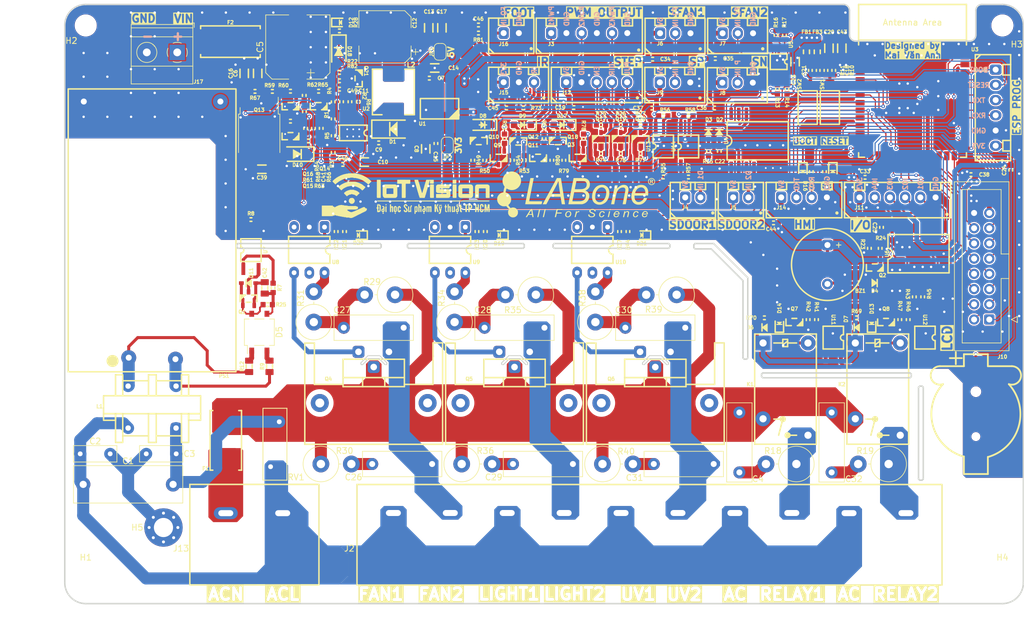
<source format=kicad_pcb>
(kicad_pcb (version 20221018) (generator pcbnew)
  (layers (0 "F.Cu" signal) (31 "B.Cu" signal) (34 "B.Paste" user) (35 "F.Paste" user) (36 "B.SilkS" user "B.Silkscreen") (37 "F.SilkS" user "F.Silkscreen") (38 "B.Mask" user) (39 "F.Mask" user) (44 "Edge.Cuts" user))
  (net 0 "")
  (net 12 "VCC")
  (net 13 "U1_TX")
  (net 14 "U1_RX")
  (net 15 "TXD0")
  (net 16 "STEP_PUL")
  (net 17 "STEP_EN")
  (net 18 "STEP_DIR")
  (net 19 "RXD0")
  (net 20 "Net-(U5-VDD)")
  (net 21 "Net-(U5-ALERT{slash}RDY)")
  (net 22 "Net-(U5-ADDR)")
  (net 23 "Net-(U3-3V3)")
  (net 24 "Net-(U2-SW)")
  (net 25 "Net-(U2-FREQ)")
  (net 26 "Net-(U2-FB)")
  (net 27 "Net-(U2-COMP)")
  (net 28 "Net-(U2-BST)")
  (net 29 "Net-(R7-Pad2)")
  (net 30 "Net-(R57-Pad2)")
  (net 31 "Net-(R55-Pad2)")
  (net 32 "Net-(R46-Pad2)")
  (net 33 "Net-(R45-Pad1)")
  (net 34 "Net-(R43-Pad1)")
  (net 35 "Net-(R41-Pad2)")
  (net 36 "Net-(R38-Pad2)")
  (net 37 "Net-(R37-Pad1)")
  (net 38 "Net-(R34-Pad2)")
  (net 39 "Net-(R33-Pad1)")
  (net 40 "Net-(R32-Pad1)")
  (net 41 "Net-(R31-Pad2)")
  (net 42 "Net-(Q9-G)")
  (net 43 "Net-(Q9-D)")
  (net 44 "Net-(Q8-G)")
  (net 45 "Net-(Q7-G)")
  (net 46 "Net-(Q6-G)")
  (net 47 "Net-(Q5-G)")
  (net 48 "Net-(Q4-G)")
  (net 49 "Net-(Q3-G)")
  (net 50 "Net-(Q3-D)")
  (net 51 "Net-(Q21-C)")
  (net 52 "Net-(Q21-B)")
  (net 53 "Net-(Q2-G)")
  (net 54 "Net-(Q18-G)")
  (net 55 "Net-(Q16-B)")
  (net 56 "Net-(Q15-C)")
  (net 57 "Net-(Q15-B)")
  (net 58 "Net-(Q14-C)")
  (net 59 "Net-(Q14-B)")
  (net 60 "Net-(Q13-G)")
  (net 61 "Net-(Q12-G)")
  (net 62 "Net-(Q11-G)")
  (net 63 "Net-(Q11-D)")
  (net 64 "Net-(Q10-G)")
  (net 65 "Net-(Q1-C)")
  (net 66 "Net-(J17-Pin_1)")
  (net 67 "Net-(J12-Pin_5)")
  (net 68 "Net-(J12-Pin_4)")
  (net 69 "Net-(J12-Pin_3)")
  (net 70 "Net-(D9-A)")
  (net 71 "Net-(D8-A)")
  (net 72 "Net-(D5-Pad2)")
  (net 73 "Net-(D5-Pad1)")
  (net 74 "Net-(D5-+)")
  (net 75 "Net-(D3-A)")
  (net 76 "Net-(D21-A)")
  (net 77 "Net-(D20-A)")
  (net 78 "Net-(D2-K)")
  (net 79 "Net-(D19-A)")
  (net 80 "Net-(D18-A)")
  (net 81 "Net-(D17-A)")
  (net 82 "Net-(D16-A)")
  (net 83 "Net-(D15-A)")
  (net 84 "Net-(D14-K)")
  (net 85 "Net-(D14-A)")
  (net 86 "Net-(D13-K)")
  (net 87 "Net-(D13-A)")
  (net 88 "Net-(D12-A)")
  (net 89 "Net-(D11-K)")
  (net 90 "Net-(D11-A)")
  (net 91 "Net-(C4-Pad1)")
  (net 92 "Net-(C32-Pad1)")
  (net 93 "Net-(C31-Pad1)")
  (net 94 "Net-(C30-Pad1)")
  (net 95 "Net-(C29-Pad1)")
  (net 96 "Net-(C28-Pad1)")
  (net 97 "Net-(C27-Pad1)")
  (net 98 "Net-(C26-Pad1)")
  (net 99 "Net-(C11-Pad2)")
  (net 100 "Net-(BZ1-+)")
  (net 101 "Net-(BT1-+)")
  (net 102 "LCD_RW{slash}SDI")
  (net 103 "LCD_RS{slash}CS")
  (net 104 "LCD_EN{slash}CLK")
  (net 105 "IR")
  (net 106 "GND")
  (net 107 "Earth")
  (net 108 "ENCODER_W")
  (net 109 "ENCODER_B")
  (net 110 "ENCODER_A")
  (net 111 "BUTTON_START")
  (net 112 "BUTTON_SETTING")
  (net 113 "BUTTON_BACK")
  (net 114 "BUTTON3")
  (net 115 "BUTTON2")
  (net 116 "BUTTON1")
  (net 117 "AC_AFN")
  (net 118 "AC_AFL")
  (net 119 "AC_AF")
  (net 120 "ACN")
  (net 121 "ACL")
  (net 122 "/SENSOR_RTC/SENSOR_P")
  (net 123 "/SENSOR_RTC/SENSOR_N")
  (net 124 "/SENSOR_RTC/SENSOR_FAN2")
  (net 125 "/SENSOR_RTC/SENSOR_FAN1")
  (net 126 "/SENSOR_RTC/SENSOR_DOOR1")
  (net 127 "/SENSOR_RTC/SENSOR_DOOR2")
  (net 128 "/POWER/5V_TEST")
  (net 129 "/POWER/3V3_TEST")
  (net 130 "/MCU/RESET")
  (net 131 "/MCU/POWER_ENABLE")
  (net 132 "/MCU/POWER_DETECT")
  (net 133 "/MCU/FOOT_SWITCH")
  (net 134 "/MCU/DOOR2")
  (net 135 "/MCU/DOOR1")
  (net 136 "/MCU/BUTTON_POWER")
  (net 137 "/MCU/BOOT")
  (net 138 "/LOAD_CONTROL/UV")
  (net 139 "/LOAD_CONTROL/SDA")
  (net 140 "/LOAD_CONTROL/SCL")
  (net 141 "/LOAD_CONTROL/RELAY2")
  (net 142 "/LOAD_CONTROL/RELAY1")
  (net 143 "/LOAD_CONTROL/PWMOUT3")
  (net 144 "/LOAD_CONTROL/PWMOUT2")
  (net 145 "/LOAD_CONTROL/PWMOUT1")
  (net 146 "/LOAD_CONTROL/PWM3")
  (net 147 "/LOAD_CONTROL/PWM2")
  (net 148 "/LOAD_CONTROL/PWM1")
  (net 149 "/LOAD_CONTROL/LOAD_UV")
  (net 150 "/LOAD_CONTROL/LOAD_LIGHT")
  (net 151 "/LOAD_CONTROL/LOAD_FAN")
  (net 152 "/LOAD_CONTROL/LIGHT")
  (net 153 "/LOAD_CONTROL/LED")
  (net 154 "/LOAD_CONTROL/FAN")
  (net 155 "/LOAD_CONTROL/EXIO4")
  (net 156 "/LOAD_CONTROL/EXIO3")
  (net 157 "/LOAD_CONTROL/EXIO2")
  (net 158 "/LOAD_CONTROL/EXIO1")
  (net 159 "/LOAD_CONTROL/DEV2")
  (net 160 "/LOAD_CONTROL/DEV1")
  (net 161 "/LOAD_CONTROL/BUZZER")
  (net 162 "/LOAD_CONTROL/ACDET")
  (net 163 "+5V")
  (net 164 "+3V3")
  (net 165 "+12V")
  (footprint "Capacitor_THT:C_Rect_L13.0mm_W4.0mm_P10.00mm_FKS3_FKP3_MKS4" (layer "F.Cu") (at 149.765 100.55)
    (fp_text reference "C28")
    (fp_text value "47nF/275V")
  )
  (footprint "Anh_Footprints:C_0603" (layer "F.Cu") (at 216.025 83.8 -90)
    (fp_text reference "C25")
    (fp_text value "10uF")
  )
  (footprint "Anh_Footprints:R_0805" (layer "F.Cu") (at 113.875 107 90)
    (fp_text reference "R9")
    (fp_text value "47K/1W")
  )
  (footprint "Anh_Footprints:D_SOD-323" (layer "F.Cu") (at 188.95 67.9 -90)
    (fp_text reference "D2")
    (fp_text value "1N4148WS")
  )
  (footprint "Anh_Footprints:R_0603" (layer "F.Cu") (at 214 87.3 -90)
    (fp_text reference "R23")
    (fp_text value "10K")
  )
  (footprint "MountingHole:MountingHole_3.2mm_M3" (layer "F.Cu") (at 83.2 143.1)
    (fp_text reference "H1")
    (fp_text value "Hole")
  )
  (footprint "Anh_Footprints:R_0603" (layer "F.Cu") (at 203.775 99.2 -90)
    (fp_text reference "R42")
    (fp_text value "10K")
  )
  (footprint "Anh_Footprints:DIP-6_W7.62mm" (layer "F.Cu") (at 146.555 83.75 -90)
    (fp_text reference "U9")
    (fp_text value "MOC3021M")
  )
  (footprint "Anh_Footprints:C_1206" (layer "F.Cu") (at 201.6 56.15 90)
    (fp_text reference "C23")
    (fp_text value "10uF")
  )
  (footprint "Anh_Footprints:D_SOD-323" (layer "F.Cu") (at 211.865 100.5)
    (fp_text reference "D7")
    (fp_text value "1N4148WS")
  )
  (footprint "MountingHole:MountingHole_3.2mm_M3_Pad_Via" (layer "F.Cu") (at 96.175 133.9)
    (fp_text reference "H5")
    (fp_text value "Hole_Earth")
  )
  (footprint "Anh_Footprints:TSSOP-10_3x3mm_P0.5mm" (layer "F.Cu") (at 198.85 56.15 -90)
    (fp_text reference "U5")
    (fp_text value "ADS1115IDGS")
  )
  (footprint "Anh_Footprints:R_0603" (layer "F.Cu") (at 206.5 74.5 90)
    (fp_text reference "R71")
    (fp_text value "470")
  )
  (footprint "Jumper:SolderJumper-2_P1.3mm_Open_RoundedPad1.0x1.5mm" (layer "F.Cu") (at 143.55 70.15 -90)
    (fp_text reference "JP2")
    (fp_text value "3V3SW")
  )
  (footprint "Anh_Footprints:R_0603" (layer "F.Cu") (at 148.75 51.375 180)
    (fp_text reference "R81")
    (fp_text value "10K")
  )
  (footprint "Capacitor_THT:C_Rect_L18.0mm_W6.0mm_P15.00mm_FKS3_FKP3" (layer "F.Cu") (at 82.775 126.7)
    (fp_text reference "C1")
    (fp_text value "100nF/275V")
  )
  (footprint "Anh_Footprints:R_0603" (layer "F.Cu") (at 183.8 75.4 180)
    (fp_text reference "R57")
    (fp_text value "470")
  )
  (footprint "Anh_Footprints:R_0603" (layer "F.Cu") (at 120.37 69.375 180)
    (fp_text reference "R63")
    (fp_text value "470")
  )
  (footprint "Anh_Footprints:SOD-123F" (layer "F.Cu") (at 156.1 66.7 180)
    (fp_text reference "D9")
    (fp_text value "1N5819WS")
  )
  (footprint "Anh_Footprints:C_0603" (layer "F.Cu") (at 141.65 69.8 -90)
    (fp_text reference "C15")
    (fp_text value "100nF")
  )
  (footprint "Anh_Footprints:LED_0603" (layer "F.Cu") (at 176 85.1 180)
    (fp_text reference "D21")
    (fp_text value "LED")
  )
  (footprint "Capacitor_THT:C_Rect_L13.0mm_W4.0mm_P10.00mm_FKS3_FKP3_MKS4" (layer "F.Cu") (at 126.265 100.55)
    (fp_text reference "C27")
    (fp_text value "47nF/275V")
  )
  (footprint "Capacitor_SMD:CP_Elec_8x10.5" (layer "F.Cu") (at 133.15 52 180)
    (fp_text reference "C12")
    (fp_text value "220uF")
  )
  (footprint "Anh_Footprints:C_0603" (layer "F.Cu") (at 132.1 69.7)
    (fp_text reference "C9")
    (fp_text value "100nF")
  )
  (footprint "Anh_Footprints:HF32F-G-005-HS" (layer "F.Cu") (at 211.65 103.1)
    (fp_text reference "K2")
    (fp_text value "HF32F-G-005-HS")
  )
  (footprint "Anh_Footprints:C_1206" (layer "F.Cu") (at 112.6 74.1 180)
    (fp_text reference "C39")
    (fp_text value "10uF")
  )
  (footprint "Anh_Footprints:LED_0603" (layer "F.Cu") (at 152.2 85.1 180)
    (fp_text reference "D19")
    (fp_text value "LED")
  )
  (footprint "Anh_Footprints:C_0603" (layer "F.Cu") (at 237.6 74.25 -90)
    (fp_text reference "C24")
    (fp_text value "1uF")
  )
  (footprint "IVSFootprint:BatteryHolder-SMD-CR1220" (layer "F.Cu") (at 231.774998 114.975 90)
    (fp_text reference "BT1" hide)
    (fp_text value "CR1220" hide)
  )
  (footprint "MountingHole:MountingHole_3.2mm_M3" (layer "F.Cu") (at 236.200002 50.1)
    (fp_text reference "H3")
    (fp_text value "Hole")
  )
  (footprint "Anh_Footprints:SW_SPST_CK" (layer "F.Cu") (at 207.4 63.8 90)
    (fp_text reference "SW1")
    (fp_text value "RST")
  )
  (footprint "Anh_Footprints:SOIC-16" (layer "F.Cu") (at 195.35 69.35 90)
    (fp_text reference "U4")
    (fp_text value "DS3231M")
  )
  (footprint "Anh_Footprints:D_SOD-323" (layer "F.Cu") (at 196.475 100.5)
    (fp_text reference "D6")
    (fp_text value "1N4148WS")
  )
  (footprint "Anh_Footprints:SOT23-3" (layer "F.Cu") (at 122.07 63.575 180)
    (fp_text reference "Q14")
    (fp_text value "S8550")
  )
  (footprint "Anh_Footprints:C_1206" (layer "F.Cu") (at 207.25 53.9 90)
    (fp_text reference "C20")
    (fp_text value "10uF")
  )
  (footprint "Capacitor_THT:C_Rect_L13.0mm_W4.0mm_P10.00mm_FKS3_FKP3_MKS4" (layer "F.Cu") (at 173.265 100.55)
    (fp_text reference "C30")
    (fp_text value "47nF/275V")
  )
  (footprint "Anh_Footprints:C_0603" (layer "F.Cu") (at 140.55 58.9)
    (fp_text reference "C7")
    (fp_text value "100nF")
  )
  (footprint "Anh_Footprints:C_0603" (layer "F.Cu") (at 188.28 55.625)
    (fp_text reference "C35")
    (fp_text value "1uF")
  )
  (footprint "Anh_Footprints:SOT23-3" (layer "F.Cu") (at 117.37 68.575 180)
    (fp_text reference "Q15")
    (fp_text value "S8050")
  )
  (footprint "Anh_Footprints:SO-4_4.4x3.6_P2.54" (layer "F.Cu") (at 183.8 70.3 90)
    (fp_text reference "U14")
    (fp_text value "EL357N")
  )
  (footprint "Anh_Footprints:C_1206" (layer "F.Cu") (at 142.65 50.5 90)
    (fp_text reference "C17")
    (fp_text value "10uF")
  )
  (footprint "Anh_Footprints:R_0603" (layer "F.Cu") (at 200.25 60.75 90)
    (fp_text reference "R14")
    (fp_text value "4K7")
  )
  (footprint "Anh_Footprints:LED_0603" (layer "F.Cu") (at 125.75 49.6)
    (fp_text reference "D12")
    (fp_text value "LED")
  )
  (footprint "Anh_Footprints:C_1206" (layer "F.Cu") (at 111.9 58.1 90)
    (fp_text reference "C6")
    (fp_text value "100nF")
  )
  (footprint "Anh_Footprints:R_0603" (layer "F.Cu") (at 187.15 71.1 -90)
    (fp_text reference "R15")
    (fp_text value "100")
  )
  (footprint "Anh_Footprints:HF32F-G-005-HS" (layer "F.Cu") (at 196.25 103.1)
    (fp_text reference "K1")
    (fp_text value "HF32F-G-005-HS")
  )
  (footprint "Anh_Footprints:XH_2P_2.54mm_Vertical" (layer "F.Cu") (at 183.26 78.8)
    (fp_text reference "J4")
    (fp_text value "DOOR1")
  )
  (footprint "Anh_Footprints:R_0603" (layer "F.Cu") (at 206.75 57.6 -90)
    (fp_text reference "R10")
    (fp_text value "10K")
  )
  (footprint "Anh_Footprints:R_0603" (layer "F.Cu") (at 124.5 62.855 90)
    (fp_text reference "R4")
    (fp_text value "100K")
  )
  (footprint "Anh_Footprints:SOD-123F" (layer "F.Cu") (at 149.5 66.7 180)
    (fp_text reference "D8")
    (fp_text value "1N5819WS")
  )
  (footprint "Anh_Footprints:R_0603" (layer "F.Cu") (at 117.37 61.075 180)
    (fp_text reference "R60")
    (fp_text value "10K")
  )
  (footprint "Anh_Footprints:R_0603" (layer "F.Cu") (at 221.5 95.4 90)
    (fp_text reference "R43")
    (fp_text value "100")
  )
  (footprint "TerminalBlock_Phoenix:TerminalBlock_Phoenix_MKDS-1,5-2-5.08_1x02_P5.08mm_Horizontal" (layer "F.Cu") (at 98.47 54.595 180)
    (fp_text reference "J17")
    (fp_text value "DC IN")
  )
  (footprint "Anh_Footprints:XH_3P_2.54mm_Vertical" (layer "F.Cu") (at 179.06 51.4)
    (fp_text reference "J6")
    (fp_text value "FAN1")
  )
  (footprint "Anh_Footprints:C_0603" (layer "F.Cu") (at 126.1 73.3 180)
    (fp_text reference "C40")
    (fp_text value "100nF")
  )
  (footprint "Anh_Footprints:R_0603" (layer "F.Cu") (at 125.55 59.335 180)
    (fp_text reference "R82")
    (fp_text value "10K")
  )
  (footprint "Capacitor_SMD:CP_Elec_10x10.5" (layer "F.Cu") (at 118.6 53.7 90)
    (fp_text reference "C5")
    (fp_text value "470uF")
  )
  (footprint "Anh_Footprints:R_0603" (layer "F.Cu") (at 111.45 61.1 180)
    (fp_text reference "R67")
    (fp_text value "10K")
  )
  (footprint "Anh_Footprints:R_0603" (layer "F.Cu") (at 219.075 99.2 -90)
    (fp_text reference "R47")
    (fp_text value "10K")
  )
  (footprint "Anh_Footprints:LED_0603" (layer "F.Cu") (at 214.375 99.8 90)
    (fp_text reference "D13")
    (fp_text value "LED")
  )
  (footprint "Anh_Footprints:R_0603" (layer "F.Cu") (at 153.1 69 -90)
    (fp_text reference "R51")
    (fp_text value "100")
  )
  (footprint "Anh_Footprints:TerminalBlock_Screw_HB9500_10P_P9.5mm" (layer "F.Cu") (at 177.285 136.925)
    (fp_text reference "J2")
    (fp_text value "LOAD")
  )
  (footprint "Anh_Footprints:LED_0603" (layer "F.Cu") (at 198.975 99.8 90)
    (fp_text reference "D14")
    (fp_text value "LED")
  )
  (footprint "Anh_Footprints:R_0603" (layer "F.Cu") (at 110.775 82.5)
    (fp_text reference "R8")
    (fp_text value "10K")
  )
  (footprint "Anh_Footprints:SOT23-3" (layer "F.Cu") (at 148.8 69.4)
    (fp_text reference "Q10")
    (fp_text value "SI2301")
  )
  (footprint "Anh_Footprints:R_0603" (layer "F.Cu") (at 198.425 51.75 -90)
    (fp_text reference "R16")
    (fp_text value "4K7")
  )
  (footprint "Anh_Footprints:XH_2P_2.54mm_Vertical" (layer "F.Cu") (at 191.26 78.8)
    (fp_text reference "J5")
    (fp_text value "DOOR2")
  )
  (footprint "Anh_Footprints:SO-4_4.4x3.6_P2.54" (layer "F.Cu") (at 110.775 87.6 90)
    (fp_text reference "U7")
    (fp_text value "EL357N")
  )
  (footprint "Anh_Footprints:R_0603" (layer "F.Cu") (at 159.7 69 -90)
    (fp_text reference "R52")
    (fp_text value "100")
  )
  (footprint "Anh_Footprints:R_0603" (layer "F.Cu") (at 205.45 57.6 -90)
    (fp_text reference "R11")
    (fp_text value "10K")
  )
  (footprint "Anh_Footprints:R_0603" (layer "F.Cu") (at 119.7 64.5 -90)
    (fp_text reference "R64")
    (fp_text value "10K")
  )
  (footprint "Anh_Footprints:R_0603" (layer "F.Cu") (at 172.3 84.5 90)
    (fp_text reference "R37")
    (fp_text value "100")
  )
  (footprint "Anh_Footprints:F_1808" (layer "F.Cu") (at 107.35 52.8)
    (fp_text reference "F2")
    (fp_text value "Fuse")
  )
  (footprint "Anh_Footprints:SOT23-3" (layer "F.Cu") (at 172.5 69.1)
    (fp_text reference "Q19")
    (fp_text value "SI2302")
  )
  (footprint "Anh_Footprints:XH_5P_2.54mm_Vertical" (layer "F.Cu") (at 163.4 59.575)
    (fp_text reference "J12")
    (fp_text value "STEP")
  )
  (footprint "Jumper:SolderJumper-2_P1.3mm_Open_RoundedPad1.0x1.5mm" (layer "F.Cu") (at 142.35 54.5 -90)
    (fp_text reference "JP1")
    (fp_text value "5VSW")
  )
  (footprint "Connector_IDC:IDC-Header_2x08_P2.54mm_Vertical" (layer "F.Cu") (at 234.015 99.18 180)
    (fp_text reference "J10")
    (fp_text value "LCD_KEY")
  )
  (footprint "Anh_Footprints:L_0630" (layer "F.Cu") (at 134.55 61.2 90)
    (fp_text reference "L2")
    (fp_text value "10uH")
  )
  (footprint "Anh_Footprints:R_0603" (layer "F.Cu") (at 125 84.5 90)
    (fp_text reference "R32")
    (fp_text value "100")
  )
  (footprint "Anh_Footprints:R_0603" (layer "F.Cu") (at 124.5 65.7 -90)
    (fp_text reference "R1")
    (fp_text value "22K")
  )
  (footprint "Anh_Footprints:C_1206" (layer "F.Cu") (at 140.45 50.5 90)
    (fp_text reference "C13")
    (fp_text value "100nF")
  )
  (footprint "Anh_Footprints:SOT23-3" (layer "F.Cu") (at 165.3 72.2 180)
    (fp_text reference "Q3")
    (fp_text value "SI2302")
  )
  (footprint "Anh_Footprints:D_SOD-323" (layer "F.Cu") (at 214.9 93.1 180)
    (fp_text reference "D4")
    (fp_text value "1N4148WS")
  )
  (footprint "Anh_Footprints:D_SOD-323" (layer "F.Cu") (at 187.15 67.9 -90)
    (fp_text reference "D3")
    (fp_text value "1N4148WS")
  )
  (footprint "Resistor_THT:R_Axial_DIN0614_L14.3mm_D5.7mm_P5.08mm_Vertical" (layer "F.Cu") (at 134.83 95.05 180)
    (fp_text reference "R29")
    (fp_text value "470/2W")
  )
  (footprint "Anh_Footprints:L_0805" (layer "F.Cu") (at 203.5 54.5 -90)
    (fp_text reference "FB1")
    (fp_text value "FerriteBead_Small")
  )
  (footprint "Anh_Footprints:C_1206" (layer "F.Cu") (at 109.65 58.1 90)
    (fp_text reference "C16")
    (fp_text value "10uF")
  )
  (footprint "Anh_Footprints:XH_6P_2.54mm_Vertical" (layer "F.Cu") (at 160.89 51.375)
    (fp_text reference "J3")
    (fp_text value "PWM OUT")
  )
  (footprint "Anh_Footprints:C_0603" (layer "F.Cu") (at 177.7 63.9 180)
    (fp_text reference "C37")
    (fp_text value "1uF")
  )
  (footprint "Anh_Footprints:D_MiniMELF" (layer "F.Cu") (at 125.45 54.4 -90)
    (fp_text reference "D18")
    (fp_text value "Z5V")
  )
  (footprint "Anh_Footprints:XH_3P_2.54mm_Vertical" (layer "F.Cu") (at 179.02 59.6)
    (fp_text reference "J9")
    (fp_text value "N")
  )
  (footprint "Anh_Footprints:C_1206" (layer "F.Cu") (at 139.95 70.7 -90)
    (fp_text reference "C8")
    (fp_text value "10uF")
  )
  (footprint "Anh_Footprints:C_1206" (layer "F.Cu") (at 141.45 57.2)
    (fp_text reference "C14")
    (fp_text value "10uF")
  )
  (footprint "Anh_Footprints:R_0603" (layer "F.Cu") (at 122.07 61.075 180)
    (fp_text reference "R65")
    (fp_text value "10K")
  )
  (footprint "Anh_Footprints:C_0603" (layer "F.Cu") (at 230.95 75 180)
    (fp_text reference "C38")
    (fp_text value "10uF")
  )
  (footprint "Anh_Footprints:SW_SPST_CK" (layer "F.Cu") (at 203.7 63.8 90)
    (fp_text reference "SW2")
    (fp_text value "BOOT")
  )
  (footprint "Capacitor_THT:C_Rect_L13.0mm_W4.0mm_P10.00mm_FKS3_FKP3_MKS4" (layer "F.Cu") (at 192.3 124.7 90)
    (fp_text reference "C4")
    (fp_text value "100nF/275V")
  )
  (footprint "Resistor_THT:R_Axial_DIN0614_L14.3mm_D5.7mm_P5.08mm_Vertical" (layer "F.Cu") (at 145.95 123.3)
    (fp_text reference "R36")
    (fp_text value "56/2W")
  )
  (footprint "Anh_Footprints:XH_6P_2.54mm_Vertical" (layer "F.Cu") (at 235.075 57.475 -90)
    (fp_text reference "J1")
    (fp_text value "ESP_Prog")
  )
  (footprint "Anh_Footprints:C_0603" (layer "F.Cu") (at 153.45 63.875)
    (fp_text reference "C45")
    (fp_text value "1uF")
  )
  (footprint "Anh_Footprints:R_0603" (layer "F.Cu") (at 204.3 74.5 90)
    (fp_text reference "R72")
    (fp_text value "470")
  )
  (footprint "Anh_Footprints:C_0603" (layer "F.Cu") (at 164.675 63.8)
    (fp_text reference "C19")
    (fp_text value "10uF")
  )
  (footprint "Anh_Footprints:R_0805" (layer "F.Cu") (at 110.475 107 90)
    (fp_text reference "R12")
    (fp_text value "47K/1W")
  )
  (footprint "Anh_Footprints:C_0603" (layer "F.Cu") (at 204.15 57.6 90)
    (fp_text reference "C21")
    (fp_text value "10nF")
  )
  (footprint "Anh_Footprints:R_0603" (layer "F.Cu") (at 211.865 98.9 180)
    (fp_text reference "R69")
    (fp_text value "470")
  )
  (footprint "Anh_Footprints:SO-4_4.4x3.6_P2.54" (layer "F.Cu") (at 207.975 102.2 -90)
    (fp_text reference "U11")
    (fp_text value "EL357N")
  )
  (footprint "Anh_Footprints:XH_3P_2.54mm_Vertical" (layer "F.Cu") (at 189.46 59.65)
    (fp_text reference "J8")
    (fp_text value "P")
  )
  (footprint "Anh_Footprints:R_0603" (layer "F.Cu") (at 122.5 67.275 -90)
    (fp_text reference "R66")
    (fp_text value "470")
  )
  (footprint "Anh_Footprints:R_0603" (layer "F.Cu") (at 215.8 87.3 90)
    (fp_text reference "R24")
    (fp_text value "100")
  )
  (footprint "Anh_Footprints:R_0603" (layer "F.Cu") (at 148.5 84.5 90)
    (fp_text reference "R33")
    (fp_text value "100")
  )
  (footprint "Anh_Footprints:HLK_10Mxx" (layer "F.Cu") (at 94.275 84.3 90)
    (fp_text reference "PS1")
    (fp_text value "HLK-10Mxx")
  )
  (footprint "Anh_Footprints:SOT23-3" (layer "F.Cu") (at 155.4 69.4625)
    (fp_text reference "Q12")
    (fp_text value "SI2301")
  )
  (footprint "Anh_Footprints:SOT23-3" (layer "F.Cu") (at 162 69.4)
    (fp_text reference "Q18")
    (fp_text value "SI2301")
  )
  (footprint "Anh_Footprints:R_0603" (layer "F.Cu") (at 199.825 51.75 90)
    (fp_text reference "R17")
    (fp_text value "4K7")
  )
  (footprint "Anh_Footprints:R_0603" (layer "F.Cu") (at 156.25 63.875 180)
    (fp_text reference "R73")
    (fp_text value "10K")
  )
  (footprint "Anh_Footprints:R_0603" (layer "F.Cu") (at 125.55 51 180)
    (fp_text reference "R28")
    (fp_text value "470")
  )
  (footprint "Anh_Footprints:SOIC-16" (layer "F.Cu") (at 222.2 88.2 90)
    (fp_text reference "U6")
    (fp_text value "PCF8574")
  )
  (footprint "Anh_Footprints:SOD-123F" (layer "F.Cu") (at 162.7 66.7 180)
    (fp_text reference "D17")
    (fp_text value "1N5819WS")
  )
  (footprint "Anh_Footprints:R_0603" (layer "F.Cu") (at 124.5 68.5 90)
    (fp_text reference "R5")
    (fp_text value "120K")
  )
  (footprint "Varistor:RV_Disc_D12mm_W4mm_P7.5mm" (layer "F.Cu") (at 114.05 123.75 90)
    (fp_text reference "RV1")
    (fp_text value "10D561K")
  )
  (footprint "Anh_Footprints:XH_6P_2.54mm_Vertical" (layer "F.Cu") (at 212.345 78.8)
    (fp_text reference "J11")
    (fp_text value "IO")
  )
  (footprint "Anh_Footprints:R_0603" (layer "F.Cu") (at 119.67 61.775 -90)
    (fp_text reference "R62")
    (fp_text value "470")
  )
  (footprint "Capacitor_THT:C_Rect_L13.0mm_W4.0mm_P10.00mm_FKS3_FKP3_MKS4" (layer "F.Cu") (at 207.7 124.7 90)
    (fp_text reference "C32")
    (fp_text value "100nF/275V")
  )
  (footprint "Anh_Footprints:SOT-223" (layer "F.Cu") (at 142.25 64 -90)
    (fp_text reference "U1")
    (fp_text value "LD1117-3.3")
  )
  (footprint "Anh_Footprints:SOT23-3" (layer "F.Cu") (at 152.1 72.2 180)
    (fp_text reference "Q9")
    (fp_text value "SI2302")
  )
  (footprint "Anh_Footprints:C_0603" (layer "F.Cu") (at 125.55 60.735)
    (fp_text reference "C49")
    (fp_text value "100nF")
  )
  (footprint "Anh_Footprints:LED_0603" (layer "F.Cu") (at 202.9 74.5 -90)
    (fp_text reference "D16")
    (fp_text value "LED_TX")
  )
  (footprint "Capacitor_THT:C_Disc_D7.0mm_W2.5mm_P5.00mm" (layer "F.Cu") (at 82.275 121.6)
    (fp_text reference "C2")
    (fp_text value "2.2nF/1KV")
  )
  (footprint "Anh_Footprints:R_0603" (layer "F.Cu") (at 163 72.6 90)
    (fp_text reference "R79")
    (fp_text value "4K7")
  )
  (footprint "Anh_Footprints:LabOne" (layer "F.Cu") (at 165 78.3)
    (fp_text reference "")
    (fp_text value "LOGO" hide)
  )
  (footprint "Anh_Footprints:TO-220-3_Vertical_HeatSink" (layer "F.Cu") (at 131.265 107.115 180)
    (fp_text reference "Q4")
    (fp_text value "BTA16-600B")
    (fp_line (start -2.2 0.5) (end -2.2 0.7) (stroke (width 0.15)) (layer "Edge.Cuts"))
    (fp_line (start -2.1 0.4) (end -2.2 0.5) (stroke (width 0.15)) (layer "Edge.Cuts"))
    (fp_line (start -2.1 0.4) (end -1.9 0.4) (stroke (width 0.15)) (layer "Edge.Cuts"))
    (fp_line (start -1 1.9) (end -2.2 0.7) (stroke (width 0.15)) (layer "Edge.Cuts"))
    (fp_line (start -1 1.9) (end 0.95 1.9) (stroke (width 0.15)) (layer "Edge.Cuts"))
    (fp_line (start -0.9 1.4) (end -1.9 0.4) (stroke (width 0.15)) (layer "Edge.Cuts"))
    (fp_line (start 0.85 1.4) (end -0.9 1.4) (stroke (width 0.15)) (layer "Edge.Cuts"))
    (fp_line (start 0.85 1.4) (end 1.85 0.4) (stroke (width 0.15)) (layer "Edge.Cuts"))
    (fp_line (start 0.95 1.9) (end 2.15 0.7) (stroke (width 0.15)) (layer "Edge.Cuts"))
    (fp_line (start 1.85 0.4) (end 2.05 0.4) (stroke (width 0.15)) (layer "Edge.Cuts"))
    (fp_line (start 2.05 0.4) (end 2.15 0.5) (stroke (width 0.15)) (layer "Edge.Cuts"))
    (fp_line (start 2.15 0.7) (end 2.15 0.5) (stroke (width 0.15)) (layer "Edge.Cuts"))
  )
  (footprint "Anh_Footprints:R_0603" (layer "F.Cu") (at 183.8 65.2)
    (fp_text reference "R58")
    (fp_text value "10K")
  )
  (footprint "Anh_Footprints:C_0805" (layer "F.Cu") (at 113.075 93.9 90)
    (fp_text reference "C42")
    (fp_text value "10uF")
  )
  (footprint "Anh_Footprints:C_0603" (layer "F.Cu") (at 121.2 67.275 90)
    (fp_text reference "C41")
    (fp_text value "100nF")
  )
  (footprint "Anh_Footprints:C_0603" (layer "F.Cu") (at 188.95 71.1 -90)
    (fp_text reference "C22")
    (fp_text value "1uF")
  )
  (footprint "Resistor_THT:R_Axial_DIN0614_L14.3mm_D5.7mm_P5.08mm_Vertical" (layer "F.Cu") (at 158.33 95.05 180)
    (fp_text reference "R35")
    (fp_text value "470/2W")
  )
  (footprint "Anh_Footprints:R_0603" (layer "F.Cu") (at 147.8 72.6 90)
    (fp_text reference "R49")
    (fp_text value "100")
  )
  (footprint "Package_TO_SOT_SMD:TO-269AA" (layer "F.Cu") (at 112.175 101.3 90)
    (fp_text reference "D5")
    (fp_text value "MB6S")
  )
  (footprint "Anh_Footprints:C_0603" (layer "F.Cu") (at 213.275 75.45)
    (fp_text reference "C33")
    (fp_text value "10uF")
  )
  (footprint "Resistor_THT:R_Axial_DIN0614_L14.3mm_D5.7mm_P5.08mm_Vertical" (layer "F.Cu") (at 122.45 123.3)
    (fp_text reference "R30")
    (fp_text value "56/2W")
  )
  (footprint "Anh_Footprints:L_0805" (layer "F.Cu") (at 205.3 54.5 -90)
    (fp_text reference "FB3")
    (fp_text value "30/100MHz")
  )
  (footprint "Anh_Footprints:LED_0603" (layer "F.Cu") (at 128.7 85.1 180)
    (fp_text reference "D20")
    (fp_text value "LED")
  )
  (footprint "Anh_Footprints:R_0603" (layer "F.Cu") (at 125.55 57.935)
    (fp_text reference "R22")
    (fp_text value "1K")
  )
  (footprint "Anh_Footprints:R_0603" (layer "F.Cu") (at 172.5 66.7)
    (fp_text reference "R26")
    (fp_text value "4K7")
  )
  (footprint "Anh_Footprints:R_0603" (layer "F.Cu") (at 113.575 96.7)
    (fp_text reference "R25")
    (fp_text value "22K")
  )
  (footprint "MountingHole:MountingHole_3.2mm_M3" (layer "F.Cu") (at 236.200002 143.1)
    (fp_text reference "H4")
    (fp_text value "Hole")
  )
  (footprint "Anh_Footprints:C_0603" (layer "F.Cu") (at 208.05 57.6 90)
    (fp_text reference "C18")
    (fp_text value "100nF")
  )
  (footprint "Resistor_THT:R_Axial_DIN0614_L14.3mm_D5.7mm_P5.08mm_Vertical" (layer "F.Cu") (at 181.83 95.05 180)
    (fp_text reference "R39")
    (fp_text value "470/2W")
  )
  (footprint "Anh_Footprints:C_0603" (layer "F.Cu") (at 125.9 62.835 90)
    (fp_text reference "C11")
    (fp_text value "220pF")
  )
  (footprint "Anh_Footprints:R_0603" (layer "F.Cu") (at 117.37 66.075 180)
    (fp_text reference "R61")
    (fp_text value "10K")
  )
  (footprint "Anh_Footprints:F_1808" (layer "F.Cu") (at 106.575 119.35 90)
    (fp_text reference "F1")
    (fp_text value "Fuse")
  )
  (footprint "Anh_Footprints:DIP-6_W7.62mm" (layer "F.Cu") (at 170.305 83.75 -90)
    (fp_text reference "U10")
    (fp_text value "MOC3021M")
  )
  (footprint "Anh_Footprints:Buzzer_1209" (layer "F.Cu") (at 207 90 -90)
    (fp_text reference "BZ1")
    (fp_text value "Buzzer")
  )
  (footprint "Anh_Footprints:SOT23-3" (layer "F.Cu") (at 169.2 69.1)
    (fp_text reference "Q17")
    (fp_text value "SI2302")
  )
  (footprint "Anh_Footprints:R_0603" (layer "F.Cu") (at 172.5 71.5)
    (fp_text reference "R76")
    (fp_text value "4K7")
  )
  (footprint "Anh_Footprints:SO-4_4.4x3.6_P2.54" (layer "F.Cu") (at 223.275 102.2 -90)
    (fp_text reference "U12")
    (fp_text value "EL357N")
  )
  (footprint "IVSFootprint:LoGo_IoTVision3" (layer "F.Cu") (at 136.6 78.5)
    (fp_text reference "REF**" hide)
    (fp_text value "LOGO" hide)
  )
  (footprint "Anh_Footprints:R_0603" (layer "F.Cu") (at 179.6 75.4 180)
    (fp_text reference "R55")
    (fp_text value "470")
  )
  (footprint "Anh_Footprints:D_SMA" (layer "F.Cu") (at 134.45 67.4)
    (fp_text reference "D1")
    (fp_text value "SS34")
  )
  (footprint "Resistor_THT:R_Axial_DIN0614_L14.3mm_D5.7mm_P5.08mm_Vertical" (layer "F.Cu") (at 168.265 99.615 90)
    (fp_text reference "R38")
    (fp_text value "330/2W")
  )
  (footprint "Anh_Footprints:C_0603" (layer "F.Cu") (at 148.75 50.025 180)
    (fp_text reference "C46")
    (fp_text value "10uF")
  )
  (footprint "Capacitor_THT:C_Rect_L13.0mm_W4.0mm_P10.00mm_FKS3_FKP3_MKS4" (layer "F.Cu") (at 178.015 123.3)
    (fp_text reference "C31")
    (fp_text value "10nF/275V")
  )
  (footprint "Anh_Footprints:R_0603" (layer "F.Cu") (at 175.8 66.7)
    (fp_text reference "R27")
    (fp_text value "4K7")
  )
  (footprint "Anh_Footprints:SOT23-3" (layer "F.Cu") (at 201.475 99.6 180)
    (fp_text reference "Q7")
    (fp_text value "SI2302")
  )
  (footprint "Anh_Footprints:ACFilterChoke_UU9.8" (layer "F.Cu") (at 94.275 113.7 180)
    (fp_text reference "L1")
    (fp_text value "10mH")
  )
  (footprint "Anh_Footprints:XH_4P_2.54mm_Vertical" (layer "F.Cu") (at 199.28 78.8)
    (fp_text reference "J14")
    (fp_text value "HMI")
  )
  (footprint "Anh_Footprints:R_0603" (layer "F.Cu") (at 173.7 84.5 90)
    (fp_text reference "R44")
    (fp_text value "470")
  )
  (footprint "Anh_Footprints:C_0603" (layer "F.Cu") (at 177.82 55.725)
    (fp_text reference "C34")
    (fp_text value "1uF")
  )
  (footprint "Anh_Footprints:C_0603" (layer "F.Cu") (at 188.15 63.875)
    (fp_text reference "C36")
    (fp_text value "1uF")
  )
  (footprint "Anh_Footprints:LED_0603" (layer "F.Cu") (at 207.9 74.5 -90)
    (fp_text reference "D15")
    (fp_text value "LED_RX")
  )
  (footprint "Anh_Footprints:R_0603" (layer "F.Cu") (at 196.475 98.9 180)
    (fp_text reference "R70")
    (fp_text value "470")
  )
  (footprint "Anh_Footprints:DIP-6_W7.62mm" (layer "F.Cu") (at 123.055 83.75 -90)
    (fp_text reference "U8")
    (fp_text value "MOC3021M")
  )
  (footprint "Package_TO_SOT_SMD:TO-252-2" (layer "F.Cu") (at 112.15 68.215 -90)
    (fp_text reference "Q13")
    (fp_text value "APM4015P")
  )
  (footprint "Anh_Footprints:R_0603" (layer "F.Cu") (at 149.9 84.5 90)
    (fp_text reference "R20")
    (fp_text value "470")
  )
  (footprint "Anh_Footprints:ESP32-S3-WROOM-1" (layer "F.Cu") (at 221.2 62.35)
    (fp_text reference "U3")
    (fp_text value "ESP32-S3-WROOM-1-N16")
  )
  (footprint "Anh_Footprints:C_1206" (layer "F.Cu") (at 129.7 72.9 180)
    (fp_text reference "C10")
    (fp_text value "1uF")
  )
  (footprint "Anh_Footprints:SOT23-3" (layer "F.Cu") (at 110.375 95.7)
    (fp_text reference "Q1")
    (fp_text value "S8050")
  )
  (footprint "Anh_Footprints:XH_3P_2.54mm_Vertical" (layer "F.Cu") (at 189.5 51.4)
    (fp_text reference "J7")
    (fp_text value "FAN2")
  )
  (footprint "Anh_Footprints:R_0603" (layer "F.Cu") (at 169.2 66.7)
    (fp_text reference "R75")
    (fp_text value "4K7")
  )
  (footprint "Anh_Footprints:R_0603" (layer "F.Cu") (at 175.8 71.5)
    (fp_text reference "R77")
    (fp_text value "4K7")
  )
  (footprint "Anh_Footprints:TerminalBlock_Screw_HB9500_2P_P9.5mm" (layer "F.Cu") (at 111.35 136.955)
    (fp_text reference "J13")
    (fp_text value "POWER")
  )
  (footprint "Anh_Footprints:R_0603" (layer "F.Cu") (at 154.4 72.6 90)
    (fp_text reference "R54")
    (fp_text value "100")
  )
  (footprint "Anh_Footprints:XH_2P_2.54mm_Vertical" (layer "F.Cu") (at 152.95 51.375)
    (fp_text reference "J16")
    (fp_text value "FOOT_SWITCH")
  )
  (footprint "Anh_Footprints:SOT23-3" (layer "F.Cu") (at 117.37 63.575 180)
    (fp_text reference "Q16")
    (fp_text value "S8050")
  )
  (footprint "Anh_Footprints:R_0603" (layer "F.Cu") (at 114.35 61.1)
    (fp_text reference "R59")
    (fp_text value "1K")
  )
  (footprint "Capacitor_THT:C_Rect_L13.0mm_W4.0mm_P10.00mm_FKS3_FKP3_MKS4" (layer "F.Cu") (at 154.515 123.3)
    (fp_text reference "C29")
    (fp_text value "10nF/275V")
  )
  (footprint "Anh_Footprints:R_0603" (layer "F.Cu") (at 220.475 99.2 -90)
    (fp_text reference "R46")
    (fp_text value "100")
  )
  (footprint "Anh_Footprints:R_0603" (layer "F.Cu") (at 161 72.6 90)
    (fp_text reference "R80")
    (fp_text value "100")
  )
  (footprint "Anh_Footprints:SOT23-3" (layer "F.Cu") (at 175.8 69.1)
    (fp_text reference "Q20")
    (fp_text value "SI2302")
  )
  (footprint "Resistor_THT:R_Axial_DIN0614_L14.3mm_D5.7mm_P5.08mm_Vertical" (layer "F.Cu") (at 217.215 123.3 180)
    (fp_text reference "R19")
    (fp_text value "22/2W")
  )
  (footprint "Anh_Footprints:SOT23-3" (layer "F.Cu") (at 214.9 90.5 180)
    (fp_text reference "Q2")
    (fp_text value "SI2302")
  )
  (footprint "Anh_Footprints:C_1206" (layer "F.Cu") (at 209.4 53.9 90)
    (fp_text reference "C43")
    (fp_text value "100nF")
  )
  (footprint "Anh_Footprints:R_0603" (layer "F.Cu") (at 114.475 93.9 90)
    (fp_text reference "R7")
    (fp_text value "1K")
  )
  (footprint "Anh_Footprints:XH_3P_2.54mm_Vertical" (layer "F.Cu") (at 152.95 59.575)
    (fp_text reference "J15")
    (fp_text value "IR Sensor")
  )
  (footprint "Resistor_THT:R_Axial_DIN0614_L14.3mm_D5.7mm_P5.08mm_Vertical" (layer "F.Cu") (at 169.45 123.3)
    (fp_text reference "R40")
    (fp_text value "56/2W")
  )
  (footprint "Anh_Footprints:SO-4_4.4x3.6_P2.54" (layer "F.Cu") (at 179.6 70.3 90)
    (fp_text reference "U13")
    (fp_text value "EL357N")
  )
  (footprint "Anh_Footprints:SOT23-3" (layer "F.Cu") (at 128.75 58.935 -90)
    (fp_text reference "Q21")
    (fp_text value "S8050")
  )
  (footprint "Anh_Footprints:D_MiniMELF" (layer "F.Cu") (at 118.57 71.575 180)
    (fp_text reference "D10")
    (fp_text value "Z3V3")
  )
  (footprint "Anh_Footprints:R_0603" (layer "F.Cu") (at 124.5 71.3 -90)
    (fp_text reference "R3")
    (fp_text value "100K")
  )
  (footprint "Anh_Footprints:TO-220-3_Vertical_HeatSink" (layer "F.Cu") (at 154.765 107.115 180)
    (fp_text reference "Q5")
    (fp_text value "BTA16-600B")
    (fp_line (start -2.2 0.5) (end -2.2 0.7) (stroke (width 0.15)) (layer "Edge.Cuts"))
    (fp_line (start -2.1 0.4) (end -2.2 0.5) (stroke (width 0.15)) (layer "Edge.Cuts"))
    (fp_line (start -2.1 0.4) (end -1.9 0.4) (stroke (width 0.15)) (layer "Edge.Cuts"))
    (fp_line (start -1 1.9) (end -2.2 0.7) (stroke (width 0.15)) (layer "Edge.Cuts"))
    (fp_line (start -1 1.9) (end 0.95 1.9) (stroke (width 0.15)) (layer "Edge.Cuts"))
    (fp_line (start -0.9 1.4) (end -1.9 0.4) (stroke (width 0.15)) (layer "Edge.Cuts"))
    (fp_line (start 0.85 1.4) (end -0.9 1.4) (stroke (width 0.15)) (layer "Edge.Cuts"))
    (fp_line (start 0.85 1.4) (end 1.85 0.4) (stroke (width 0.15)) (layer "Edge.Cuts"))
    (fp_line (start 0.95 1.9) (end 2.15 0.7) (stroke (width 0.15)) (layer "Edge.Cuts"))
    (fp_line (start 1.85 0.4) (end 2.05 0.4) (stroke (width 0.15)) (layer "Edge.Cuts"))
    (fp_line (start 2.05 0.4) (end 2.15 0.5) (stroke (width 0.15)) (layer "Edge.Cuts"))
    (fp_line (start 2.15 0.7) (end 2.15 0.5) (stroke (width 0.15)) (layer "Edge.Cuts"))
  )
  (footprint "Anh_Footprints:R_0603" (layer "F.Cu") (at 126.4 84.5 90)
    (fp_text reference "R21")
    (fp_text value "470")
  )
  (footprint "Anh_Footprints:SOIC-8_PAD_VIAS" (layer "F.Cu") (at 127.85 68.035 -90)
    (fp_text reference "U2")
    (fp_text value "MP1584EN")
  )
  (footprint "Anh_Footprints:R_0603" (layer "F.Cu") (at 128.7 62.835 -90)
    (fp_text reference "R6")
    (fp_text value "100K")
  )
  (footprint "Anh_Footprints:R_0603" (layer "F.Cu") (at 222.9 95.4 90)
    (fp_text reference "R45")
    (fp_text value "100")
  )
  (footprint "Anh_Footprints:TO-220-3_Vertical_HeatSink" (layer "F.Cu") (at 178.265 107.115 180)
    (fp_text reference "Q6")
    (fp_text value "BTA16-600B")
    (fp_line (start -2.2 0.5) (end -2.2 0.7) (stroke (width 0.15)) (layer "Edge.Cuts"))
    (fp_line (start -2.1 0.4) (end -2.2 0.5) (stroke (width 0.15)) (layer "Edge.Cuts"))
    (fp_line (start -2.1 0.4) (end -1.9 0.4) (stroke (width 0.15)) (layer "Edge.Cuts"))
    (fp_line (start -1 1.9) (end -2.2 0.7) (stroke (width 0.15)) (layer "Edge.Cuts"))
    (fp_line (start -1 1.9) (end 0.95 1.9) (stroke (width 0.15)) (layer "Edge.Cuts"))
    (fp_line (start -0.9 1.4) (end -1.9 0.4) (stroke (width 0.15)) (layer "Edge.Cuts"))
    (fp_line (start 0.85 1.4) (end -0.9 1.4) (stroke (width 0.15)) (layer "Edge.Cuts"))
    (fp_line (start 0.85 1.4) (end 1.85 0.4) (stroke (width 0.15)) (layer "Edge.Cuts"))
    (fp_line (start 0.95 1.9) (end 2.15 0.7) (stroke (width 0.15)) (layer "Edge.Cuts"))
    (fp_line (start 1.85 0.4) (end 2.05 0.4) (stroke (width 0.15)) (layer "Edge.Cuts"))
    (fp_line (start 2.05 0.4) (end 2.15 0.5) (stroke (width 0.15)) (layer "Edge.Cuts"))
    (fp_line (start 2.15 0.7) (end 2.15 0.5) (stroke (width 0.15)) (layer "Edge.Cuts"))
  )
  (footprint "Capacitor_THT:C_Rect_L13.0mm_W4.0mm_P10.00mm_FKS3_FKP3_MKS4" (layer "F.Cu") (at 131.015 123.3)
    (fp_text reference "C26")
    (fp_text value "10nF/275V")
  )
  (footprint "Anh_Footprints:SOT23-3" (layer "F.Cu") (at 158.7 72.2 180)
    (fp_text reference "Q11")
    (fp_text value "SI2302")
  )
  (footprint "Anh_Footprints:R_0603" (layer "F.Cu") (at 198.65 60.75 90)
    (fp_text reference "R13")
    (fp_text value "4K7")
  )
  (footprint "MountingHole:MountingHole_3.2mm_M3" (layer "F.Cu") (at 83.2 50.1)
    (fp_text reference "H2")
    (fp_text value "Hole")
  )
  (footprint "Anh_Footprints:R_0603" (layer "F.Cu") (at 127.3 62.835 -90)
    (fp_text reference "R2")
    (fp_text value "100K")
  )
  (footprint "Resistor_THT:R_Axial_DIN0614_L14.3mm_D5.7mm_P5.08mm_Vertical" (layer "F.Cu") (at 144.765 99.615 90)
    (fp_text reference "R34")
    (fp_text value "330/2W")
  )
  (footprint "Anh_Footprints:R_0603" (layer "F.Cu") (at 166.3 69 -90)
    (fp_text reference "R78")
    (fp_text value "100")
  )
  (footprint "Anh_Footprints:R_0603" (layer "F.Cu") (at 169.2 71.5)
    (fp_text reference "R74")
    (fp_text value "4K7")
  )
  (footprint "Anh_Footprints:D_SOD-323" (layer "F.Cu") (at 110.375 93.1)
    (fp_text reference "D11")
    (fp_text value "1N4148WS")
  )
  (footprint "Anh_Footprints:R_0603" (layer "F.Cu") (at 119.9 67.275 -90)
    (fp_text reference "R68")
    (fp_text value "4K7")
  )
  (footprint "Anh_Footprints:R_0603" (layer "F.Cu") (at 179.6 65.2)
    (fp_text reference "R56")
    (fp_text value "10K")
  )
  (footprint "Anh_Footprints:SOT23-3" (layer "F.Cu") (at 216.775 99.6 180)
    (fp_text reference "Q8")
    (fp_text value "SI2302")
  )
  (footprint "Capacitor_THT:C_Disc_D7.0mm_W2.5mm_P5.00mm" (layer "F.Cu") (at 93.3 121.6)
    (fp_text reference "C3")
    (fp_text value "2.2nF/1KV")
  )
  (footprint "Anh_Footprints:R_0603" (layer "F.Cu") (at 156.4 72.6 90)
    (fp_text reference "R53")
    (fp_text value "4K7")
  )
  (footprint "Resistor_THT:R_Axial_DIN0614_L14.3mm_D5.7mm_P5.08mm_Vertical" (layer "F.Cu") (at 201.815 123.3 180)
    (fp_text reference "R18")
    (fp_text value "22/2W")
  )
  (footprint "Resistor_THT:R_Axial_DIN0614_L14.3mm_D5.7mm_P5.08mm_Vertical" (layer "F.Cu") (at 121.265 99.615 90)
    (fp_text reference "R31")
    (fp_text value "330/2W")
  )
  (footprint "Anh_Footprints:R_0603" (layer "F.Cu") (at 205.175 99.2 -90)
    (fp_text reference "R41")
    (fp_text value "100")
  )
  (footprint "Anh_Footprints:R_0603" (layer "F.Cu") (at 149.8 72.6 90)
    (fp_text reference "R50")
    (fp_text value "4K7")
  )
  (footprint "Anh_Footprints:C_0603" (layer "F.Cu") (at 198 83.05 180)
    (fp_text reference "C44")
    (fp_text value "10uF")
  )
  (gr_line (start 137.1 86.5) (end 136.9 86.7) (stroke (width 0.25)) (layer "Edge.Cuts"))
  (gr_line (start 222.2 125.8) (end 222.4 126) (stroke (width 0.25)) (layer "Edge.Cuts"))
  (gr_line (start 222.8 110.3) (end 222.4 110.3) (stroke (width 0.25)) (layer "Edge.Cuts"))
  (gr_line (start 156.4 86.7) (end 156.2 86.5) (stroke (width 0.25)) (layer "Edge.Cuts"))
  (gr_arc (start 209.675 46.6) (mid 210.382107 46.892893) (end 210.675 47.6) (stroke (width 0.25)) (layer "Edge.Cuts"))
  (gr_line (start 184.7 87.2) (end 184.9 87.4) (stroke (width 0.25)) (layer "Edge.Cuts"))
  (gr_line (start 210.675 51.7) (end 210.675 47.6) (stroke (width 0.25)) (layer "Edge.Cuts"))
  (gr_line (start 187.6 87.4) (end 185.9 87.4) (stroke (width 0.25)) (layer "Edge.Cuts"))
  (gr_line (start 223 125.8) (end 223 110.5) (stroke (width 0.25)) (layer "Edge.Cuts"))
  (gr_line (start 209.675 46.6) (end 200.45 46.6) (stroke (width 0.25)) (layer "Edge.Cuts"))
  (gr_line (start 161.4 87.3) (end 162.9 87.3) (stroke (width 0.25)) (layer "Edge.Cuts"))
  (gr_line (start 193.7 92.2) (end 193.7 105.6) (stroke (width 0.25)) (layer "Edge.Cuts"))
  (gr_line (start 231.775 51.7) (end 231.775 47.6) (stroke (width 0.25)) (layer "Edge.Cuts"))
  (gr_line (start 184.7 86.7) (end 184.7 87.2) (stroke (width 0.25)) (layer "Edge.Cuts"))
  (gr_line (start 180.7 86.7) (end 180.5 86.5) (stroke (width 0.25)) (layer "Edge.Cuts"))
  (gr_line (start 239.700002 50.1) (end 239.700002 143.1) (stroke (width 0.25)) (layer "Edge.Cuts"))
  (gr_line (start 221 108.3) (end 220.8 108.1) (stroke (width 0.25)) (layer "Edge.Cuts"))
  (gr_line (start 222.2 110.5) (end 222.2 125.8) (stroke (width 0.25)) (layer "Edge.Cuts"))
  (gr_line (start 192.9 92.9) (end 192.9 92.7) (stroke (width 0.25)) (layer "Edge.Cuts"))
  (gr_arc (start 231.775 47.6) (mid 232.067893 46.892893) (end 232.775 46.6) (stroke (width 0.25)) (layer "Edge.Cuts"))
  (gr_line (start 162.9 87.3) (end 180.5 87.3) (stroke (width 0.25)) (layer "Edge.Cuts"))
  (gr_arc (start 211.675 52.7) (mid 210.967893 52.407107) (end 210.675 51.7) (stroke (width 0.25)) (layer "Edge.Cuts"))
  (gr_line (start 161.4 86.5) (end 161.2 86.7) (stroke (width 0.25)) (layer "Edge.Cuts"))
  (gr_line (start 132.5 86.7) (end 132.3 86.5) (stroke (width 0.25)) (layer "Edge.Cuts"))
  (gr_line (start 180.5 86.5) (end 161.4 86.5) (stroke (width 0.25)) (layer "Edge.Cuts"))
  (gr_line (start 232.775 46.6) (end 236.200002 46.6) (stroke (width 0.25)) (layer "Edge.Cuts"))
  (gr_line (start 156.2 86.5) (end 137.1 86.5) (stroke (width 0.25)) (layer "Edge.Cuts"))
  (gr_line (start 156.2 87.3) (end 156.4 87.1) (stroke (width 0.25)) (layer "Edge.Cuts"))
  (gr_line (start 83.2 146.6) (end 236.2 146.6) (stroke (width 0.25)) (layer "Edge.Cuts"))
  (gr_line (start 161.2 86.7) (end 161.2 87.1) (stroke (width 0.25)) (layer "Edge.Cuts"))
  (gr_line (start 220.8 108.1) (end 196.2 108.1) (stroke (width 0.25)) (layer "Edge.Cuts"))
  (gr_line (start 132.3 86.5) (end 108.6 86.5) (stroke (width 0.25)) (layer "Edge.Cuts"))
  (gr_line (start 230.775 52.7) (end 211.675 52.7) (stroke (width 0.25)) (layer "Edge.Cuts"))
  (gr_line (start 196.2 108.9) (end 197.7 108.9) (stroke (width 0.25)) (layer "Edge.Cuts"))
  (gr_line (start 192.9 104.7) (end 192.9 92.9) (stroke (width 0.25)) (layer "Edge.Cuts"))
  (gr_line (start 136.9 87.1) (end 137.1 87.3) (stroke (width 0.25)) (layer "Edge.Cuts"))
  (gr_line (start 191.9 91.7) (end 187.6 87.4) (stroke (width 0.25)) (layer "Edge.Cuts"))
  (gr_line (start 222.4 110.3) (end 222.2 110.5) (stroke (width 0.25)) (layer "Edge.Cuts"))
  (gr_line (start 184.9 86.5) (end 184.7 86.7) (stroke (width 0.25)) (layer "Edge.Cuts"))
  (gr_line (start 196 108.7) (end 196.2 108.9) (stroke (width 0.25)) (layer "Edge.Cuts"))
  (gr_line (start 161.2 87.1) (end 161.4 87.3) (stroke (width 0.25)) (layer "Edge.Cuts"))
  (gr_line (start 223 110.5) (end 222.8 110.3) (stroke (width 0.25)) (layer "Edge.Cuts"))
  (gr_line (start 192.9 105.6) (end 192.9 104.7) (stroke (width 0.25)) (layer "Edge.Cuts"))
  (gr_line (start 108.6 87.3) (end 110.1 87.3) (stroke (width 0.25)) (layer "Edge.Cuts"))
  (gr_line (start 136.9 86.7) (end 136.9 87.1) (stroke (width 0.25)) (layer "Edge.Cuts"))
  (gr_line (start 108.6 86.5) (end 108.4 86.7) (stroke (width 0.25)) (layer "Edge.Cuts"))
  (gr_arc (start 236.200002 46.600002) (mid 238.674874 47.625129) (end 239.700002 50.100002) (stroke (width 0.25)) (layer "Edge.Cuts"))
  (gr_line (start 180.7 87.1) (end 180.7 86.7) (stroke (width 0.25)) (layer "Edge.Cuts"))
  (gr_line (start 137.1 87.3) (end 138.6 87.3) (stroke (width 0.25)) (layer "Edge.Cuts"))
  (gr_line (start 200.45 46.6) (end 83.2 46.6) (stroke (width 0.25)) (layer "Edge.Cuts"))
  (gr_line (start 132.5 87.1) (end 132.5 86.7) (stroke (width 0.25)) (layer "Edge.Cuts"))
  (gr_line (start 193.5 105.8) (end 193.1 105.8) (stroke (width 0.25)) (layer "Edge.Cuts"))
  (gr_line (start 221 108.7) (end 221 108.3) (stroke (width 0.25)) (layer "Edge.Cuts"))
  (gr_line (start 184.9 87.4) (end 185.9 87.4) (stroke (width 0.25)) (layer "Edge.Cuts"))
  (gr_line (start 79.7 143.099998) (end 79.7 50.1) (stroke (width 0.25)) (layer "Edge.Cuts"))
  (gr_line (start 192.9 92.7) (end 191.9 91.7) (stroke (width 0.25)) (layer "Edge.Cuts"))
  (gr_line (start 197.7 108.9) (end 220.8 108.9) (stroke (width 0.25)) (layer "Edge.Cuts"))
  (gr_line (start 196.2 108.1) (end 196 108.3) (stroke (width 0.25)) (layer "Edge.Cuts"))
  (gr_line (start 180.5 87.3) (end 180.7 87.1) (stroke (width 0.25)) (layer "Edge.Cuts"))
  (gr_line (start 110.1 87.3) (end 132.3 87.3) (stroke (width 0.25)) (layer "Edge.Cuts"))
  (gr_line (start 156.4 87.1) (end 156.4 86.7) (stroke (width 0.25)) (layer "Edge.Cuts"))
  (gr_arc (start 83.2 146.599998) (mid 80.725127 145.574872) (end 79.7 143.099998) (stroke (width 0.25)) (layer "Edge.Cuts"))
  (gr_line (start 188 86.5) (end 184.9 86.5) (stroke (width 0.25)) (layer "Edge.Cuts"))
  (gr_line (start 193.1 105.8) (end 192.9 105.6) (stroke (width 0.25)) (layer "Edge.Cuts"))
  (gr_arc (start 79.7 50.1) (mid 80.725126 47.625126) (end 83.2 46.6) (stroke (width 0.25)) (layer "Edge.Cuts"))
  (gr_line (start 188 86.5) (end 193.7 92.2) (stroke (width 0.25)) (layer "Edge.Cuts"))
  (gr_line (start 193.7 105.6) (end 193.5 105.8) (stroke (width 0.25)) (layer "Edge.Cuts"))
  (gr_line (start 138.6 87.3) (end 156.2 87.3) (stroke (width 0.25)) (layer "Edge.Cuts"))
  (gr_line (start 108.4 87.1) (end 108.6 87.3) (stroke (width 0.25)) (layer "Edge.Cuts"))
  (gr_line (start 220.8 108.9) (end 221 108.7) (stroke (width 0.25)) (layer "Edge.Cuts"))
  (gr_line (start 108.4 86.7) (end 108.4 87.1) (stroke (width 0.25)) (layer "Edge.Cuts"))
  (gr_line (start 222.8 126) (end 223 125.8) (stroke (width 0.25)) (layer "Edge.Cuts"))
  (gr_arc (start 231.775 51.7) (mid 231.482107 52.407107) (end 230.775 52.7) (stroke (width 0.25)) (layer "Edge.Cuts"))
  (gr_line (start 196 108.3) (end 196 108.7) (stroke (width 0.25)) (layer "Edge.Cuts"))
  (gr_line (start 132.3 87.3) (end 132.5 87.1) (stroke (width 0.25)) (layer "Edge.Cuts"))
  (gr_arc (start 239.7 143.1) (mid 238.674874 145.574874) (end 236.2 146.6) (stroke (width 0.25)) (layer "Edge.Cuts"))
  (gr_line (start 222.4 126) (end 222.8 126) (stroke (width 0.25)) (layer "Edge.Cuts"))
  (gr_text "FO IN" (at 153.45 48.6 90) (layer "B.SilkS") (effects (font (size 0.8 0.8) (thickness 0.2) bold) (justify bottom mirror)))
  (gr_text "IO3" (at 217.93 76.55 90) (layer "B.SilkS") (effects (font (size 0.8 0.8) (thickness 0.2) bold) (justify bottom mirror)))
  (gr_text "5V" (at 199.8 76.65 90) (layer "B.SilkS") (effects (font (size 0.8 0.8) (thickness 0.2) bold) (justify bottom mirror)))
  (gr_text "5V" (at 183.75 76.65 90) (layer "B.SilkS") (effects (font (size 0.8 0.8) (thickness 0.2) bold) (justify bottom mirror)))
  (gr_text "5V" (at 179.55 49.45 90) (layer "B.SilkS") (effects (font (size 0.8 0.8) (thickness 0.2) bold) (justify bottom mirror)))
  (gr_text "GND" (at 156 57.2 90) (layer "B.SilkS") (effects (font (size 0.8 0.8) (thickness 0.2) bold) (justify bottom mirror)))
  (gr_text "IR" (at 158.55 57.6 90) (layer "B.SilkS") (effects (font (size 0.8 0.8) (thickness 0.2) bold) (justify bottom mirror)))
  (gr_text "IO4" (at 215.39 76.55 90) (layer "B.SilkS") (effects (font (size 0.8 0.8) (thickness 0.2) bold) (justify bottom mirror)))
  (gr_text "PWM2" (at 166.48 48.55 90) (layer "B.SilkS") (effects (font (size 0.8 0.8) (thickness 0.2) bold) (justify bottom mirror)))
  (gr_text "D2 IN" (at 194.3 76 90) (layer "B.SilkS") (effects (font (size 0.8 0.8) (thickness 0.2) bold) (justify bottom mirror)))
  (gr_text "+" (at 99.75 52.75) (layer "B.SilkS") (effects (font (size 1.5 1.5) (thickness 0.375) bold) (justify left bottom mirror)))
  (gr_text "EN" (at 168.98 57.65 90) (layer "B.SilkS") (effects (font (size 0.8 0.8) (thickness 0.2) bold) (justify bottom mirror)))
  (gr_text "GND" (at 232.25 68.16) (layer "B.SilkS") (effects (font (size 0.8 0.8) (thickness 0.2) bold) (justify bottom mirror)))
  (gr_text "F2 IN" (at 182.1 48.65 90) (layer "B.SilkS") (effects (font (size 0.8 0.8) (thickness 0.2) bold) (justify bottom mirror)))
  (gr_text "5V" (at 189.95 57.7 90) (layer "B.SilkS") (effects (font (size 0.8 0.8) (thickness 0.2) bold) (justify bottom mirror)))
  (gr_text "5V" (at 189.95 49.45 90) (layer "B.SilkS") (effects (font (size 0.8 0.8) (thickness 0.2) bold) (justify bottom mirror)))
  (gr_text "TXD" (at 202.34 76.6 90) (layer "B.SilkS") (effects (font (size 0.8 0.8) (thickness 0.2) bold) (justify bottom mirror)))
  (gr_text "BOOT" (at 232.25 58) (layer "B.SilkS") (effects (font (size 0.8 0.8) (thickness 0.2) bold) (justify bottom mirror)))
  (gr_text "P IN" (at 192.5 57.2 90) (layer "B.SilkS") (effects (font (size 0.8 0.8) (thickness 0.2) bold) (justify bottom mirror)))
  (gr_text "RXD" (at 204.88 76.5 90) (layer "B.SilkS") (effects (font (size 0.8 0.8) (thickness 0.2) bold) (justify bottom mirror)))
  (gr_text "5V" (at 179.55 57.65 90) (layer "B.SilkS") (effects (font (size 0.8 0.8) (thickness 0.2) bold) (justify bottom mirror)))
  (gr_text "5V" (at 163.9 57.65 90) (layer "B.SilkS") (effects (font (size 0.8 0.8) (thickness 0.2) bold) (justify bottom mirror)))
  (gr_text "RESET" (at 232.25 60.54) (layer "B.SilkS") (effects (font (size 0.8 0.8) (thickness 0.2) bold) (justify bottom mirror)))
  (gr_text "GND" (at 195.05 49.05 90) (layer "B.SilkS") (effects (font (size 0.8 0.8) (thickness 0.2) bold) (justify bottom mirror)))
  (gr_text "GND" (at 163.94 49 90) (layer "B.SilkS") (effects (font (size 0.8 0.8) (thickness 0.2) bold) (justify bottom mirror)))
  (gr_text "GND" (at 225.55 76.55 90) (layer "B.SilkS") (effects (font (size 0.8 0.8) (thickness 0.2) bold) (justify bottom mirror)))
  (gr_text "IO2" (at 220.47 76.55 90) (layer "B.SilkS") (effects (font (size 0.8 0.8) (thickness 0.2) bold) (justify bottom mirror)))
  (gr_text "GND" (at 156 49 90) (layer "B.SilkS") (effects (font (size 0.8 0.8) (thickness 0.2) bold) (justify bottom mirror)))
  (gr_text "GND" (at 169.02 49 90) (layer "B.SilkS") (effects (font (size 0.8 0.8) (thickness 0.2) bold) (justify bottom mirror)))
  (gr_text "N IN" (at 182.1 57.15 90) (layer "B.SilkS") (effects (font (size 0.8 0.8) (thickness 0.2) bold) (justify bottom mirror)))
  (gr_text "D1 IN" (at 186.3 76 90) (layer "B.SilkS") (effects (font (size 0.8 0.8) (thickness 0.2) bold) (justify bottom mirror)))
  (gr_text "DIR" (at 171.52 57.45 90) (layer "B.SilkS") (effects (font (size 0.8 0.8) (thickness 0.2) bold) (justify bottom mirror)))
  (gr_text "3V3" (at 232.25 70.7) (layer "B.SilkS") (effects (font (size 0.8 0.8) (thickness 0.2) bold) (justify bottom mirror)))
  (gr_text "-" (at 94.7 52.75) (layer "B.SilkS") (effects (font (size 1.5 1.5) (thickness 0.375) bold) (justify left bottom mirror)))
  (gr_text "RXD" (at 232.25 65.62) (layer "B.SilkS") (effects (font (size 0.8 0.8) (thickness 0.2) bold) (justify bottom mirror)))
  (gr_text "GND" (at 166.45 57.2 90) (layer "B.SilkS") (effects (font (size 0.8 0.8) (thickness 0.2) bold) (justify bottom mirror)))
  (gr_text "PWM1" (at 161.4 48.55 90) (layer "B.SilkS") (effects (font (size 0.8 0.8) (thickness 0.2) bold) (justify bottom mirror)))
  (gr_text "TXD" (at 232.25 63.08) (layer "B.SilkS") (effects (font (size 0.8 0.8) (thickness 0.2) bold) (justify bottom mirror)))
  (gr_text "3V3" (at 212.85 76.55 90) (layer "B.SilkS") (effects (font (size 0.8 0.8) (thickness 0.2) bold) (justify bottom mirror)))
  (gr_text "3V3" (at 153.45 57.35 90) (layer "B.SilkS") (effects (font (size 0.8 0.8) (thickness 0.2) bold) (justify bottom mirror)))
  (gr_text "GND" (at 184.65 57.25 90) (layer "B.SilkS") (effects (font (size 0.8 0.8) (thickness 0.2) bold) (justify bottom mirror)))
  (gr_text "GND" (at 174.1 49 90) (layer "B.SilkS") (effects (font (size 0.8 0.8) (thickness 0.2) bold) (justify bottom mirror)))
  (gr_text "F1 IN" (at 192.5 48.65 90) (layer "B.SilkS") (effects (font (size 0.8 0.8) (thickness 0.2) bold) (justify bottom mirror)))
  (gr_text "GND" (at 184.65 49.05 90) (layer "B.SilkS") (effects (font (size 0.8 0.8) (thickness 0.2) bold) (justify bottom mirror)))
  (gr_text "5V" (at 191.75 76.65 90) (layer "B.SilkS") (effects (font (size 0.8 0.8) (thickness 0.2) bold) (justify bottom mirror)))
  (gr_text "PUL" (at 174.06 57.25 90) (layer "B.SilkS") (effects (font (size 0.8 0.8) (thickness 0.2) bold) (justify bottom mirror)))
  (gr_text "GND" (at 195.05 57.3 90) (layer "B.SilkS") (effects (font (size 0.8 0.8) (thickness 0.2) bold) (justify bottom mirror)))
  (gr_text "IO1" (at 223.01 76.55 90) (layer "B.SilkS") (effects (font (size 0.8 0.8) (thickness 0.2) bold) (justify bottom mirror)))
  (gr_text "GND" (at 207.42 76.45 90) (layer "B.SilkS") (effects (font (size 0.8 0.8) (thickness 0.2) bold) (justify bottom mirror)))
  (gr_text "PWM3" (at 171.56 48.55 90) (layer "B.SilkS") (effects (font (size 0.8 0.8) (thickness 0.2) bold) (justify bottom mirror)))
  (gr_text "AC" (at 210.6 146.2) (layer "F.SilkS" knockout) (effects (font (size 2 2) (thickness 0.5) bold) (justify bottom)))
  (gr_text "FAN1" (at 132.45 146.2) (layer "F.SilkS" knockout) (effects (font (size 2 2) (thickness 0.5) bold) (justify bottom)))
  (gr_text "IR" (at 159.5 56.95) (layer "F.SilkS" knockout) (effects (font (size 1.3 1.3) (thickness 0.325) bold) (justify bottom)))
  (gr_text "SDOOR2" (at 192.6 84.1) (layer "F.SilkS" knockout) (effects (font (size 1.3 1.3) (thickness 0.3) bold) (justify bottom)))
  (gr_text "FAN2" (at 142.5 146.2) (layer "F.SilkS" knockout) (effects (font (size 2 2) (thickness 0.5) bold) (justify bottom)))
  (gr_text "SDOOR1" (at 184.5 84.1) (layer "F.SilkS" knockout) (effects (font (size 1.3 1.3) (thickness 0.325) bold) (justify bottom)))
  (gr_text "SP" (at 185.2 56.95) (layer "F.SilkS" knockout) (effects (font (size 1.3 1.3) (thickness 0.325) bold) (justify bottom)))
  (gr_text "HMI" (at 203.2 84.1) (layer "F.SilkS" knockout) (effects (font (size 1.3 1.3) (thickness 0.3) bold) (justify bottom)))
  (gr_text "RELAY2" (at 220.1 146.2) (layer "F.SilkS" knockout) (effects (font (size 2 2) (thickness 0.5) bold) (justify bottom)))
  (gr_text "SFAN1" (at 183.5 48.7) (layer "F.SilkS" knockout) (effects (font (size 1.3 1.3) (thickness 0.325) bold) (justify bottom)))
  (gr_text "LIGHT1" (at 153.85 146.15) (layer "F.SilkS" knockout) (effects (font (size 2 2) (thickness 0.5) bold) (justify bottom)))
  (gr_text "BOOT" (at 201.1 70) (layer "F.SilkS" knockout) (effects (font (size 1 1) (thickness 0.25) bold) (justify left bottom)))
  (gr_text "VIN" (at 99.55 49.75) (layer "F.SilkS" knockout) (effects (font (size 1.3 1.3) (thickness 0.325) bold) (justify bottom)))
  (gr_text "I/O" (at 212.5 84.2) (layer "F.SilkS" knockout) (effects (font (size 1.3 1.3) (thickness 0.325) bold) (justify bottom)))
  (gr_text "AC" (at 191.6 146.2) (layer "F.SilkS" knockout) (effects (font (size 2 2) (thickness 0.5) bold) (justify bottom)))
  (gr_text "RELAY1" (at 201.1 146.2) (layer "F.SilkS" knockout) (effects (font (size 2 2) (thickness 0.5) bold) (justify bottom)))
  (gr_text "ACL" (at 116.1 146.2) (layer "F.SilkS" knockout) (effects (font (size 2 2) (thickness 0.5) bold) (justify bottom)))
  (gr_text "GND" (at 92.85 49.7) (layer "F.SilkS" knockout) (effects (font (size 1.3 1.3) (thickness 0.325) bold) (justify bottom)))
  (gr_text "PWM OUTPUT" (at 169.7 48.7) (layer "F.SilkS" knockout) (effects (font (size 1.3 1.3) (thickness 0.325) bold) (justify bottom)))
  (gr_text "UV2" (at 183.1 146.25) (layer "F.SilkS" knockout) (effects (font (size 2 2) (thickness 0.5) bold) (justify bottom)))
  (gr_text "3V3" (at 146 71.65 90) (layer "F.SilkS") (effects (font (size 1 1) (thickness 0.25) bold) (justify left bottom)))
  (gr_text "ACN" (at 106.6 146.2) (layer "F.SilkS" knockout) (effects (font (size 2 2) (thickness 0.5) bold) (justify bottom)))
  (gr_text "5V" (at 144.75 55.6 90) (layer "F.SilkS") (effects (font (size 1 1) (thickness 0.25) bold) (justify left bottom)))
  (gr_text "UV1" (at 175.4 146.2) (layer "F.SilkS" knockout) (effects (font (size 2 2) (thickness 0.5) bold) (justify bottom)))
  (gr_text "LCD" (at 227.9 102.3 90) (layer "F.SilkS" knockout) (effects (font (size 1.5 1.5) (thickness 0.375) bold) (justify bottom)))
  (gr_text "RESET" (at 205.7 70) (layer "F.SilkS" knockout) (effects (font (size 1 1) (thickness 0.25) bold) (justify left bottom)))
  (gr_text "ESP PROG" (at 239.3 63.8 90) (layer "F.SilkS" knockout) (effects (font (size 1.2 1.2) (thickness 0.25) bold) (justify bottom)))
  (gr_text "LIGHT2" (at 164.75 146.15) (layer "F.SilkS" knockout) (effects (font (size 2 2) (thickness 0.5) bold) (justify bottom)))
  (gr_text "Designed by\nMai Văn Anh" (at 216.4 55.65) (layer "F.SilkS" knockout) (effects (font (size 1 1) (thickness 0.25) bold) (justify left bottom)))
  (gr_text "SN" (at 195.7 56.95) (layer "F.SilkS" knockout) (effects (font (size 1.3 1.3) (thickness 0.325) bold) (justify bottom)))
  (gr_text "FOOT" (at 155.45 48.75) (layer "F.SilkS" knockout) (effects (font (size 1.3 1.3) (thickness 0.325) bold) (justify bottom)))
  (gr_text "STEP" (at 173.75 56.95) (layer "F.SilkS" knockout) (effects (font (size 1.3 1.3) (thickness 0.325) bold) (justify bottom)))
  (gr_text "SFAN2" (at 194 48.7) (layer "F.SilkS" knockout) (effects (font (size 1.3 1.3) (thickness 0.325) bold) (justify bottom)))
  (segment (start 109.87 64.745) (end 109.875 64.75) (width 0.3) (layer "F.Cu") (net 12))
  (segment (start 121.12 63.18) (end 121.1 63.2) (width 0.3) (layer "F.Cu") (net 12))
  (segment (start 121.12 62.4375) (end 121.12 63.18) (width 0.3) (layer "F.Cu") (net 12))
  (segment (start 121.12 62.4375) (end 121.12 61.25) (width 0.5) (layer "F.Cu") (net 12))
  (segment (start 121.12 61.25) (end 121.295 61.075) (width 0.5) (layer "F.Cu") (net 12))
  (segment (start 109.87 63.175) (end 109.87 64.745) (width 0.3) (layer "F.Cu") (net 12))
  (via (at 109.875 64.75) (size 0.6) (drill 0.3) (layers "F.Cu" "B.Cu") (net 12))
  (via (at 121.1 63.2) (size 0.6) (drill 0.3) (layers "F.Cu" "B.Cu") (net 12))
  (segment (start 116.075 62.6) (end 120.5 62.6) (width 0.3) (layer "B.Cu") (net 12))
  (segment (start 109.875 64.75) (end 113.925 64.75) (width 0.3) (layer "B.Cu") (net 12))
  (segment (start 113.925 64.75) (end 116.075 62.6) (width 0.3) (layer "B.Cu") (net 12))
  (segment (start 120.5 62.6) (end 121.1 63.2) (width 0.3) (layer "B.Cu") (net 12))
  (segment (start 205.1 74.525) (end 205.1 75.9) (width 0.2) (layer "F.Cu") (net 13))
  (segment (start 209.6 67.6) (end 210.41 66.79) (width 0.2) (layer "F.Cu") (net 13))
  (segment (start 205.8 70.2) (end 209.15 70.2) (width 0.2) (layer "F.Cu") (net 13))
  (segment (start 205.1 75.9) (end 204.25 76.75) (width 0.2) (layer "F.Cu") (net 13))
  (segment (start 209.6 69.75) (end 209.6 67.6) (width 0.2) (layer "F.Cu") (net 13))
  (segment (start 209.15 70.2) (end 209.6 69.75) (width 0.2) (layer "F.Cu") (net 13))
  (segment (start 204.3 73.725) (end 205.1 72.925) (width 0.2) (layer "F.Cu") (net 13))
  (segment (start 201.82 77.48) (end 201.82 78.8) (width 0.2) (layer "F.Cu") (net 13))
  (segment (start 204.25 76.75) (end 202.55 76.75) (width 0.2) (layer "F.Cu") (net 13))
  (segment (start 205.1 70.9) (end 205.8 70.2) (width 0.2) (layer "F.Cu") (net 13))
  (segment (start 202.55 76.75) (end 201.82 77.48) (width 0.2) (layer "F.Cu") (net 13))
  (segment (start 205.1 72.925) (end 205.1 70.9) (width 0.2) (layer "F.Cu") (net 13))
  (segment (start 210.41 66.79) (end 212.45 66.79) (width 0.2) (layer "F.Cu") (net 13))
  (segment (start 204.3 73.725) (end 205.1 74.525) (width 0.2) (layer "F.Cu") (net 13))
  (segment (start 205.7 76.2) (end 204.36 77.54) (width 0.2) (layer "F.Cu") (net 14))
  (segment (start 205.7 74.525) (end 205.7 76.2) (width 0.2) (layer "F.Cu") (net 14))
  (segment (start 206.5 73.725) (end 205.7 72.925) (width 0.2) (layer "F.Cu") (net 14))
  (segment (start 205.7 72.925) (end 205.7 71.15) (width 0.2) (layer "F.Cu") (net 14))
  (segment (start 206.05 70.8) (end 209.4 70.8) (width 0.2) (layer "F.Cu") (net 14))
  (segment (start 210.2 68.56) (end 210.7 68.06) (width 0.2) (layer "F.Cu") (net 14))
  (segment (start 210.7 68.06) (end 212.45 68.06) (width 0.2) (layer "F.Cu") (net 14))
  (segment (start 204.36 77.54) (end 204.36 78.8) (width 0.2) (layer "F.Cu") (net 14))
  (segment (start 205.7 71.15) (end 206.05 70.8) (width 0.2) (layer "F.Cu") (net 14))
  (segment (start 209.4 70.8) (end 210.2 70) (width 0.2) (layer "F.Cu") (net 14))
  (segment (start 206.5 73.725) (end 205.7 74.525) (width 0.2) (layer "F.Cu") (net 14))
  (segment (start 210.2 70) (end 210.2 68.56) (width 0.2) (layer "F.Cu") (net 14))
  (segment (start 233.8 58.200305) (end 234.224695 58.625) (width 0.2) (layer "F.Cu") (net 15))
  (segment (start 229.95 57.9) (end 233.5 57.9) (width 0.2) (layer "F.Cu") (net 15))
  (segment (start 233.5 57.9) (end 233.8 58.2) (width 0.2) (layer "F.Cu") (net 15))
  (segment (start 236.6 59.4) (end 236.6 62.2) (width 0.2) (layer "F.Cu") (net 15))
  (segment (start 235.825 58.625) (end 236.6 59.4) (width 0.2) (layer "F.Cu") (net 15))
  (segment (start 233.8 58.2) (end 233.8 58.200305) (width 0.2) (layer "F.Cu") (net 15))
  (segment (start 234.224695 58.625) (end 235.825 58.625) (width 0.2) (layer "F.Cu") (net 15))
  (segment (start 236.6 62.2) (end 236.245 62.555) (width 0.2) (layer "F.Cu") (net 15))
  (segment (start 236.245 62.555) (end 235.075 62.555) (width 0.2) (layer "F.Cu") (net 15))
  (segment (start 229.03 69.33) (end 229.95 69.33) (width 0.2) (layer "F.Cu") (net 16))
  (segment (start 176.75 71.325) (end 176.575 71.5) (width 0.5) (layer "F.Cu") (net 16))
  (segment (start 176.6 71.525) (end 176.575 71.5) (width 0.2) (layer "F.Cu") (net 16))
  (segment (start 176.75 70.2375) (end 176.75 71.325) (width 0.5) (layer "F.Cu") (net 16))
  (segment (start 176.6 72.2) (end 176.6 71.525) (width 0.2) (layer "F.Cu") (net 16))
  (segment (start 228.8 68.9) (end 228.8 69.1) (width 0.2) (layer "F.Cu") (net 16))
  (segment (start 228.8 69.1) (end 229.03 69.33) (width 0.2) (layer "F.Cu") (net 16))
  (via (at 228.8 68.9) (size 0.6) (drill 0.3) (layers "F.Cu" "B.Cu") (net 16))
  (via (at 176.6 72.2) (size 0.6) (drill 0.3) (layers "F.Cu" "B.Cu") (net 16))
  (segment (start 176.6 69.3) (end 176.6 72.2) (width 0.2) (layer "B.Cu") (net 16))
  (segment (start 226.45 67.95) (end 177.95 67.95) (width 0.2) (layer "B.Cu") (net 16))
  (segment (start 177.95 67.95) (end 176.6 69.3) (width 0.2) (layer "B.Cu") (net 16))
  (segment (start 227.4 68.9) (end 226.45 67.95) (width 0.2) (layer "B.Cu") (net 16))
  (segment (start 228.8 68.9) (end 227.4 68.9) (width 0.2) (layer "B.Cu") (net 16))
  (segment (start 228.8 67.3) (end 228.8 67) (width 0.2) (layer "F.Cu") (net 17))
  (segment (start 170 71.525) (end 169.975 71.5) (width 0.2) (layer "F.Cu") (net 17))
  (segment (start 170.15 70.2375) (end 170.15 71.325) (width 0.5) (layer "F.Cu") (net 17))
  (segment (start 170.15 71.325) (end 169.975 71.5) (width 0.5) (layer "F.Cu") (net 17))
  (segment (start 228.8 67) (end 229.01 66.79) (width 0.2) (layer "F.Cu") (net 17))
  (segment (start 229.01 66.79) (end 229.95 66.79) (width 0.2) (layer "F.Cu") (net 17))
  (segment (start 170 72.2) (end 170 71.525) (width 0.2) (layer "F.Cu") (net 17))
  (via (at 228.8 67.3) (size 0.6) (drill 0.3) (layers "F.Cu" "B.Cu") (net 17))
  (via (at 170 72.2) (size 0.6) (drill 0.3) (layers "F.Cu" "B.Cu") (net 17))
  (segment (start 170 68.5) (end 170 72.2) (width 0.2) (layer "B.Cu") (net 17))
  (segment (start 228.8 67.3) (end 227.25 67.3) (width 0.2) (layer "B.Cu") (net 17))
  (segment (start 171.55 66.95) (end 170 68.5) (width 0.2) (layer "B.Cu") (net 17))
  (segment (start 226.9 66.95) (end 171.55 66.95) (width 0.2) (layer "B.Cu") (net 17))
  (segment (start 227.25 67.3) (end 226.9 66.95) (width 0.2) (layer "B.Cu") (net 17))
  (segment (start 229.95 68.06) (end 228.84 68.06) (width 0.2) (layer "F.Cu") (net 18))
  (segment (start 173.45 70.2375) (end 173.45 71.325) (width 0.5) (layer "F.Cu") (net 18))
  (segment (start 173.45 71.325) (end 173.275 71.5) (width 0.5) (layer "F.Cu") (net 18))
  (segment (start 173.3 71.525) (end 173.275 71.5) (width 0.2) (layer "F.Cu") (net 18))
  (segment (start 173.3 72.2) (end 173.3 71.525) (width 0.2) (layer "F.Cu") (net 18))
  (segment (start 228.84 68.06) (end 228.8 68.1) (width 0.2) (layer "F.Cu") (net 18))
  (via (at 173.3 72.2) (size 0.6) (drill 0.3) (layers "F.Cu" "B.Cu") (net 18))
  (via (at 228.8 68.1) (size 0.6) (drill 0.3) (layers "F.Cu" "B.Cu") (net 18))
  (segment (start 227.35 68.1) (end 226.7 67.45) (width 0.2) (layer "B.Cu") (net 18))
  (segment (start 228.8 68.1) (end 227.35 68.1) (width 0.2) (layer "B.Cu") (net 18))
  (segment (start 174.7 67.45) (end 173.3 68.85) (width 0.2) (layer "B.Cu") (net 18))
  (segment (start 173.3 68.85) (end 173.3 72.2) (width 0.2) (layer "B.Cu") (net 18))
  (segment (start 226.7 67.45) (end 174.7 67.45) (width 0.2) (layer "B.Cu") (net 18))
  (segment (start 229.95 59.17) (end 232.97 59.17) (width 0.2) (layer "F.Cu") (net 19))
  (segment (start 233.7 59.9) (end 233.7 64.8) (width 0.2) (layer "F.Cu") (net 19))
  (segment (start 232.97 59.17) (end 233.7 59.9) (width 0.2) (layer "F.Cu") (net 19))
  (segment (start 233.7 64.8) (end 233.995 65.095) (width 0.2) (layer "F.Cu") (net 19))
  (segment (start 233.995 65.095) (end 235.075 65.095) (width 0.2) (layer "F.Cu") (net 19))
  (segment (start 199.3 56.75) (end 198.85 57.2) (width 0.2) (layer "F.Cu") (net 20))
  (segment (start 200.3 56.75) (end 199.3 56.75) (width 0.2) (layer "F.Cu") (net 20))
  (segment (start 200.35 56.7) (end 200.3 56.75) (width 0.2) (layer "F.Cu") (net 20))
  (segment (start 200.9 53.15) (end 200.35 53.7) (width 0.2) (layer "F.Cu") (net 20))
  (segment (start 198.85 57.2) (end 198.85 58.3) (width 0.2) (layer "F.Cu") (net 20))
  (segment (start 198.425 50.975) (end 197.775 50.975) (width 0.2) (layer "F.Cu") (net 20))
  (segment (start 200.35 53.7) (end 200.35 56.7) (width 0.2) (layer "F.Cu") (net 20))
  (segment (start 197.775 50.975) (end 197.75 51) (width 0.2) (layer "F.Cu") (net 20))
  (segment (start 200.9 51.75) (end 200.9 53.15) (width 0.2) (layer "F.Cu") (net 20))
  (via (at 197.75 51) (size 0.6) (drill 0.3) (layers "F.Cu" "B.Cu") (net 20))
  (via (at 200.9 51.75) (size 0.6) (drill 0.3) (layers "F.Cu" "B.Cu") (net 20))
  (segment (start 198.5 51.75) (end 197.75 51) (width 0.2) (layer "B.Cu") (net 20))
  (segment (start 200.9 51.75) (end 198.5 51.75) (width 0.2) (layer "B.Cu") (net 20))
  (segment (start 199.35 54) (end 199.35 53.35) (width 0.2) (layer "F.Cu") (net 21))
  (segment (start 199.35 53.35) (end 198.525 52.525) (width 0.2) (layer "F.Cu") (net 21))
  (segment (start 198.525 52.525) (end 198.425 52.525) (width 0.2) (layer "F.Cu") (net 21))
  (segment (start 199.85 54) (end 199.85 52.55) (width 0.2) (layer "F.Cu") (net 22))
  (segment (start 199.85 52.55) (end 199.825 52.525) (width 0.2) (layer "F.Cu") (net 22))
  (segment (start 127.215 71.785) (end 127.215 70.51) (width 0.3) (layer "F.Cu") (net 25))
  (segment (start 124.5 72.075) (end 126.925 72.075) (width 0.3) (layer "F.Cu") (net 25))
  (segment (start 126.925 72.075) (end 127.215 71.785) (width 0.3) (layer "F.Cu") (net 25))
  (segment (start 125.945 66.155) (end 125.945 65.56) (width 0.3) (layer "F.Cu") (net 26))
  (segment (start 124.5 66.475) (end 125.625 66.475) (width 0.3) (layer "F.Cu") (net 26))
  (segment (start 125.625 66.475) (end 125.945 66.155) (width 0.3) (layer "F.Cu") (net 26))
  (segment (start 124.5 67.725) (end 124.5 66.475) (width 0.5) (layer "F.Cu") (net 26))
  (segment (start 127.215 64.925) (end 125.9 63.61) (width 0.3) (layer "F.Cu") (net 27))
  (segment (start 127.215 65.56) (end 127.215 64.925) (width 0.3) (layer "F.Cu") (net 27))
  (segment (start 130.1 69.7) (end 129.755 70.045) (width 0.5) (layer "F.Cu") (net 28))
  (segment (start 129.755 70.045) (end 129.755 70.51) (width 0.5) (layer "F.Cu") (net 28))
  (segment (start 131.325 69.7) (end 130.1 69.7) (width 0.5) (layer "F.Cu") (net 28))
  (segment (start 114.475 89.3) (end 113.775 88.6) (width 0.5) (layer "F.Cu") (net 29))
  (segment (start 113.775 88.6) (end 110.075 88.6) (width 0.5) (layer "F.Cu") (net 29))
  (segment (start 110.075 88.6) (end 109.505 89.17) (width 0.5) (layer "F.Cu") (net 29))
  (segment (start 114.475 93.125) (end 114.475 89.3) (width 0.5) (layer "F.Cu") (net 29))
  (segment (start 109.505 89.17) (end 109.505 90.75) (width 0.5) (layer "F.Cu") (net 29))
  (segment (start 182.53 74.905) (end 183.025 75.4) (width 0.5) (layer "F.Cu") (net 30))
  (segment (start 182.53 73.45) (end 182.53 74.905) (width 0.5) (layer "F.Cu") (net 30))
  (segment (start 178.33 74.905) (end 178.825 75.4) (width 0.5) (layer "F.Cu") (net 31))
  (segment (start 178.33 73.45) (end 178.33 74.905) (width 0.5) (layer "F.Cu") (net 31))
  (segment (start 220.475 101.275) (end 222.005 102.805) (width 0.3) (layer "F.Cu") (net 32))
  (segment (start 222.005 102.805) (end 222.005 105.35) (width 0.3) (layer "F.Cu") (net 32))
  (segment (start 220.475 99.975) (end 220.475 101.275) (width 0.3) (layer "F.Cu") (net 32))
  (segment (start 223.875 96.175) (end 224.545 96.845) (width 0.3) (layer "F.Cu") (net 33))
  (segment (start 224.545 96.845) (end 224.545 99.05) (width 0.3) (layer "F.Cu") (net 33))
  (segment (start 222.9 96.175) (end 223.875 96.175) (width 0.3) (layer "F.Cu") (net 33))
  (segment (start 210.125 96.175) (end 209.245 97.055) (width 0.3) (layer "F.Cu") (net 34))
  (segment (start 221.5 96.175) (end 210.125 96.175) (width 0.3) (layer "F.Cu") (net 34))
  (segment (start 209.245 97.055) (end 209.245 99.05) (width 0.3) (layer "F.Cu") (net 34))
  (segment (start 205.175 99.975) (end 205.175 101.275) (width 0.3) (layer "F.Cu") (net 35))
  (segment (start 206.705 102.805) (end 206.705 105.35) (width 0.3) (layer "F.Cu") (net 35))
  (segment (start 205.175 101.275) (end 206.705 102.805) (width 0.3) (layer "F.Cu") (net 35))
  (segment (start 170.305 92.495) (end 168.265 94.535) (width 1.5) (layer "F.Cu") (net 36))
  (segment (start 170.305 91.37) (end 170.305 92.495) (width 1.5) (layer "F.Cu") (net 36))
  (segment (start 170.675 85.275) (end 170.305 84.905) (width 0.5) (layer "F.Cu") (net 37))
  (segment (start 170.305 84.905) (end 170.305 83.75) (width 0.5) (layer "F.Cu") (net 37))
  (segment (start 172.3 85.275) (end 170.675 85.275) (width 0.5) (layer "F.Cu") (net 37))
  (segment (start 146.555 92.745) (end 144.765 94.535) (width 1.5) (layer "F.Cu") (net 38))
  (segment (start 146.555 91.37) (end 146.555 92.745) (width 1.5) (layer "F.Cu") (net 38))
  (segment (start 146.875 85.275) (end 146.555 84.955) (width 0.5) (layer "F.Cu") (net 39))
  (segment (start 146.555 84.955) (end 146.555 83.75) (width 0.5) (layer "F.Cu") (net 39))
  (segment (start 148.5 85.275) (end 146.875 85.275) (width 0.5) (layer "F.Cu") (net 39))
  (segment (start 123.375 85.275) (end 123.055 84.955) (width 0.5) (layer "F.Cu") (net 40))
  (segment (start 123.055 84.955) (end 123.055 83.75) (width 0.5) (layer "F.Cu") (net 40))
  (segment (start 125 85.275) (end 123.375 85.275) (width 0.5) (layer "F.Cu") (net 40))
  (segment (start 123.055 92.745) (end 121.265 94.535) (width 1.5) (layer "F.Cu") (net 41))
  (segment (start 123.055 91.37) (end 123.055 92.745) (width 1.5) (layer "F.Cu") (net 41))
  (segment (start 153.05 69.825) (end 153.1 69.775) (width 0.5) (layer "F.Cu") (net 42))
  (segment (start 153.05 71.0625) (end 153.05 69.825) (width 0.5) (layer "F.Cu") (net 42))
  (segment (start 149.8 73.375) (end 152.0625 73.375) (width 0.5) (layer "F.Cu") (net 43))
  (segment (start 149.8 73.375) (end 147.8 73.375) (width 0.5) (layer "F.Cu") (net 43))
  (segment (start 152.0625 73.375) (end 152.1 73.3375) (width 0.5) (layer "F.Cu") (net 43))
  (segment (start 220.475 98.425) (end 219.075 98.425) (width 0.5) (layer "F.Cu") (net 44))
  (segment (start 217.7625 98.425) (end 217.725 98.4625) (width 0.5) (layer "F.Cu") (net 44))
  (segment (start 219.075 98.425) (end 217.7625 98.425) (width 0.5) (layer "F.Cu") (net 44))
  (segment (start 203.775 98.425) (end 202.4625 98.425) (width 0.5) (layer "F.Cu") (net 45))
  (segment (start 205.175 98.425) (end 203.775 98.425) (width 0.5) (layer "F.Cu") (net 45))
  (segment (start 202.4625 98.425) (end 202.425 98.4625) (width 0.5) (layer "F.Cu") (net 45))
  (segment (start 165.225 91.37) (end 165.225 102.35) (width 0.8) (layer "B.Cu") (net 46))
  (segment (start 165.225 102.35) (end 167.45 104.575) (width 0.8) (layer "B.Cu") (net 46))
  (segment (start 167.45 104.575) (end 175.725 104.575) (width 0.8) (layer "B.Cu") (net 46))
  (segment (start 143.875 104.6) (end 152.2 104.6) (width 0.8) (layer "B.Cu") (net 47))
  (segment (start 152.2 104.6) (end 152.225 104.575) (width 0.8) (layer "B.Cu") (net 47))
  (segment (start 141.475 91.37) (end 141.475 102.2) (width 0.8) (layer "B.Cu") (net 47))
  (segment (start 141.475 102.2) (end 143.875 104.6) (width 0.8) (layer "B.Cu") (net 47))
  (segment (start 120.35 104.575) (end 117.975 102.2) (width 0.8) (layer "B.Cu") (net 48))
  (segment (start 117.975 102.2) (end 117.975 91.37) (width 0.8) (layer "B.Cu") (net 48))
  (segment (start 128.725 104.575) (end 120.35 104.575) (width 0.8) (layer "B.Cu") (net 48))
  (segment (start 166.25 71.0625) (end 166.25 69.825) (width 0.5) (layer "F.Cu") (net 49))
  (segment (start 166.25 69.825) (end 166.3 69.775) (width 0.5) (layer "F.Cu") (net 49))
  (segment (start 161 73.375) (end 163 73.375) (width 0.5) (layer "F.Cu") (net 50))
  (segment (start 165.2625 73.375) (end 165.3 73.3375) (width 0.5) (layer "F.Cu") (net 50))
  (segment (start 163 73.375) (end 165.2625 73.375) (width 0.5) (layer "F.Cu") (net 50))
  (segment (start 127.3 63.61) (end 128.7 63.61) (width 0.5) (layer "F.Cu") (net 51))
  (segment (start 128.485 63.825) (end 128.7 63.61) (width 0.3) (layer "F.Cu") (net 51))
  (segment (start 129.8875 58.935) (end 129.8875 63.1125) (width 0.3) (layer "F.Cu") (net 51))
  (segment (start 128.485 65.56) (end 128.485 63.825) (width 0.3) (layer "F.Cu") (net 51))
  (segment (start 129.39 63.61) (end 128.7 63.61) (width 0.3) (layer "F.Cu") (net 51))
  (segment (start 129.8875 63.1125) (end 129.39 63.61) (width 0.3) (layer "F.Cu") (net 51))
  (segment (start 127.6125 57.985) (end 126.375 57.985) (width 0.5) (layer "F.Cu") (net 52))
  (segment (start 126.375 57.985) (end 126.325 57.935) (width 0.5) (layer "F.Cu") (net 52))
  (segment (start 215.85 89.3625) (end 215.85 88.125) (width 0.5) (layer "F.Cu") (net 53))
  (segment (start 215.85 88.125) (end 215.8 88.075) (width 0.5) (layer "F.Cu") (net 53))
  (segment (start 161.05 71.775) (end 161 71.825) (width 0.5) (layer "F.Cu") (net 54))
  (segment (start 161.05 70.5375) (end 161.05 71.775) (width 0.5) (layer "F.Cu") (net 54))
  (segment (start 118.22 61) (end 118.145 61.075) (width 0.5) (layer "F.Cu") (net 55))
  (segment (start 118.32 62.4375) (end 118.32 61.25) (width 0.5) (layer "F.Cu") (net 55))
  (segment (start 119.67 61) (end 118.22 61) (width 0.5) (layer "F.Cu") (net 55))
  (segment (start 118.32 61.25) (end 118.145 61.075) (width 0.5) (layer "F.Cu") (net 55))
  (segment (start 115.6 64.125) (end 115.6 61.575) (width 0.3) (layer "F.Cu") (net 56))
  (segment (start 115.6 61.575) (end 115.125 61.1) (width 0.3) (layer "F.Cu") (net 56))
  (segment (start 115.6 65.3) (end 115.6 68.9) (width 0.3) (layer "F.Cu") (net 56))
  (segment (start 116.1875 64.7125) (end 115.6 65.3) (width 0.3) (layer "F.Cu") (net 56))
  (segment (start 116.1875 64.7125) (end 115.6 64.125) (width 0.3) (layer "F.Cu") (net 56))
  (segment (start 116.4125 69.7125) (end 117.37 69.7125) (width 0.3) (layer "F.Cu") (net 56))
  (segment (start 115.6 68.9) (end 116.4125 69.7125) (width 0.3) (layer "F.Cu") (net 56))
  (segment (start 117.37 64.7125) (end 116.1875 64.7125) (width 0.3) (layer "F.Cu") (net 56))
  (segment (start 118.32 68.92) (end 118.775 69.375) (width 0.3) (layer "F.Cu") (net 57))
  (segment (start 118.775 69.375) (end 119.595 69.375) (width 0.3) (layer "F.Cu") (net 57))
  (segment (start 118.32 66.25) (end 118.145 66.075) (width 0.5) (layer "F.Cu") (net 57))
  (segment (start 118.32 67.4375) (end 118.32 66.25) (width 0.5) (layer "F.Cu") (net 57))
  (segment (start 118.32 67.4375) (end 118.32 68.92) (width 0.3) (layer "F.Cu") (net 57))
  (segment (start 119.7 63.725) (end 120.525 63.725) (width 0.3) (layer "F.Cu") (net 58))
  (segment (start 121.5125 64.7125) (end 122.07 64.7125) (width 0.3) (layer "F.Cu") (net 58))
  (segment (start 120.525 63.725) (end 121.5125 64.7125) (width 0.3) (layer "F.Cu") (net 58))
  (segment (start 123.02 62.4375) (end 123.02 61.25) (width 0.5) (layer "F.Cu") (net 59))
  (segment (start 123.02 65.98) (end 122.5 66.5) (width 0.3) (layer "F.Cu") (net 59))
  (segment (start 123.02 61.25) (end 122.845 61.075) (width 0.5) (layer "F.Cu") (net 59))
  (segment (start 123.02 62.4375) (end 123.02 65.78) (width 0.3) (layer "F.Cu") (net 59))
  (segment (start 123.02 65.78) (end 123.02 65.98) (width 0.3) (layer "F.Cu") (net 59))
  (segment (start 113.575 61.775) (end 113.575 61.1) (width 0.5) (layer "F.Cu") (net 60))
  (segment (start 114.43 63.175) (end 114.43 62.63) (width 0.5) (layer "F.Cu") (net 60))
  (segment (start 112.225 61.1) (end 113.575 61.1) (width 0.5) (layer "F.Cu") (net 60))
  (segment (start 114.43 62.63) (end 113.575 61.775) (width 0.5) (layer "F.Cu") (net 60))
  (segment (start 154.45 70.6) (end 154.45 71.775) (width 0.5) (layer "F.Cu") (net 61))
  (segment (start 154.45 71.775) (end 154.4 71.825) (width 0.5) (layer "F.Cu") (net 61))
  (segment (start 159.65 71.0625) (end 159.65 69.825) (width 0.5) (layer "F.Cu") (net 62))
  (segment (start 159.65 69.825) (end 159.7 69.775) (width 0.5) (layer "F.Cu") (net 62))
  (segment (start 158.6625 73.375) (end 158.7 73.3375) (width 0.5) (layer "F.Cu") (net 63))
  (segment (start 156.4 73.375) (end 158.6625 73.375) (width 0.5) (layer "F.Cu") (net 63))
  (segment (start 154.4 73.375) (end 156.4 73.375) (width 0.5) (layer "F.Cu") (net 63))
  (segment (start 147.85 70.5375) (end 147.85 71.775) (width 0.5) (layer "F.Cu") (net 64))
  (segment (start 147.85 71.775) (end 147.8 71.825) (width 0.5) (layer "F.Cu") (net 64))
  (segment (start 111.675 92.1) (end 112.045 91.73) (width 0.5) (layer "F.Cu") (net 65))
  (segment (start 110.775 92.1) (end 111.675 92.1) (width 0.5) (layer "F.Cu") (net 65))
  (segment (start 110.375 94.5625) (end 110.375 92.5) (width 0.5) (layer "F.Cu") (net 65))
  (segment (start 112.045 91.73) (end 112.045 90.75) (width 0.5) (layer "F.Cu") (net 65))
  (segment (start 110.375 92.5) (end 110.775 92.1) (width 0.5) (layer "F.Cu") (net 65))
  (segment (start 176.575 67.725) (end 176.3375 67.9625) (width 0.5) (layer "F.Cu") (net 67))
  (segment (start 176.575 66.7) (end 176.575 67.725) (width 0.5) (layer "F.Cu") (net 67))
  (segment (start 176.575 65.375) (end 173.56 62.36) (width 0.3) (layer "F.Cu") (net 67))
  (segment (start 176.575 66.7) (end 176.575 65.375) (width 0.3) (layer "F.Cu") (net 67))
  (segment (start 173.56 62.36) (end 173.56 59.575) (width 0.3) (layer "F.Cu") (net 67))
  (segment (start 176.3375 67.9625) (end 175.8 67.9625) (width 0.5) (layer "F.Cu") (net 67))
  (segment (start 171.11 59.665) (end 171.02 59.575) (width 0.3) (layer "F.Cu") (net 68))
  (segment (start 171.11 63.41) (end 171.11 59.665) (width 0.3) (layer "F.Cu") (net 68))
  (segment (start 173.275 65.575) (end 171.11 63.41) (width 0.3) (layer "F.Cu") (net 68))
  (segment (start 173.0375 67.9625) (end 172.5 67.9625) (width 0.5) (layer "F.Cu") (net 68))
  (segment (start 173.275 67.725) (end 173.0375 67.9625) (width 0.5) (layer "F.Cu") (net 68))
  (segment (start 173.275 66.7) (end 173.275 67.725) (width 0.5) (layer "F.Cu") (net 68))
  (segment (start 173.275 66.7) (end 173.275 65.575) (width 0.3) (layer "F.Cu") (net 68))
  (segment (start 169.975 67.725) (end 169.7375 67.9625) (width 0.5) (layer "F.Cu") (net 69))
  (segment (start 169.975 66.7) (end 169.975 67.725) (width 0.5) (layer "F.Cu") (net 69))
  (segment (start 169.975 65.675) (end 168.57 64.27) (width 0.3) (layer "F.Cu") (net 69))
  (segment (start 168.57 64.27) (end 168.57 59.665) (width 0.3) (layer "F.Cu") (net 69))
  (segment (start 169.975 66.7) (end 169.975 65.675) (width 0.3) (layer "F.Cu") (net 69))
  (segment (start 169.7375 67.9625) (end 169.2 67.9625) (width 0.5) (layer "F.Cu") (net 69))
  (segment (start 168.57 59.665) (end 168.48 59.575) (width 0.3) (layer "F.Cu") (net 69))
  (segment (start 155.4 68.325) (end 155.4 67.405) (width 0.5) (layer "F.Cu") (net 70))
  (segment (start 155.4 67.405) (end 154.695 66.7) (width 0.5) (layer "F.Cu") (net 70))
  (segment (start 148.8 68.2625) (end 148.8 67.405) (width 0.5) (layer "F.Cu") (net 71))
  (segment (start 148.8 67.405) (end 148.095 66.7) (width 0.5) (layer "F.Cu") (net 71))
  (segment (start 113.445 104.375) (end 113.445 105.62) (width 0.8) (layer "F.Cu") (net 72))
  (segment (start 113.445 105.62) (end 113.875 106.05) (width 0.8) (layer "F.Cu") (net 72))
  (segment (start 110.905 104.375) (end 110.905 105.62) (width 0.8) (layer "F.Cu") (net 73))
  (segment (start 110.905 105.62) (end 110.475 106.05) (width 0.8) (layer "F.Cu") (net 73))
  (segment (start 113.075 94.85) (end 114.3 94.85) (width 0.5) (layer "F.Cu") (net 74))
  (segment (start 114.35 96.7) (end 114.35 97.925) (width 0.3) (layer "F.Cu") (net 74))
  (segment (start 113.445 98.225) (end 114.05 98.225) (width 0.3) (layer "F.Cu") (net 74))
  (segment (start 114.3 94.85) (end 114.475 94.675) (width 0.5) (layer "F.Cu") (net 74))
  (segment (start 114.475 94.675) (end 114.475 96.575) (width 0.5) (layer "F.Cu") (net 74))
  (segment (start 114.35 97.925) (end 114.05 98.225) (width 0.3) (layer "F.Cu") (net 74))
  (segment (start 114.475 96.575) (end 114.35 96.7) (width 0.5) (layer "F.Cu") (net 74))
  (segment (start 187.15 69.1) (end 187.15 70.325) (width 0.5) (layer "F.Cu") (net 75))
  (segment (start 173.7 85.275) (end 175.05 85.275) (width 0.5) (layer "F.Cu") (net 76))
  (segment (start 175.05 85.275) (end 175.225 85.1) (width 0.5) (layer "F.Cu") (net 76))
  (segment (start 126.4 85.275) (end 127.75 85.275) (width 0.5) (layer "F.Cu") (net 77))
  (segment (start 127.75 85.275) (end 127.925 85.1) (width 0.5) (layer "F.Cu") (net 77))
  (segment (start 192.65 67.2) (end 190.2 67.2) (width 0.5) (layer "F.Cu") (net 78))
  (segment (start 193.47 66.38) (end 192.65 67.2) (width 0.5) (layer "F.Cu") (net 78))
  (segment (start 190.2 67.2) (end 189.7 66.7) (width 0.5) (layer "F.Cu") (net 78))
  (segment (start 189.7 66.7) (end 188.95 66.7) (width 0.5) (layer "F.Cu") (net 78))
  (segment (start 193.47 64.85) (end 193.47 66.38) (width 0.5) (layer "F.Cu") (net 78))
  (segment (start 187.15 66.7) (end 188.95 66.7) (width 0.5) (layer "F.Cu") (net 78))
  (segment (start 149.9 85.275) (end 151.25 85.275) (width 0.5) (layer "F.Cu") (net 79))
  (segment (start 151.25 85.275) (end 151.425 85.1) (width 0.5) (layer "F.Cu") (net 79))
  (segment (start 124.775 56.875) (end 125.45 56.2) (width 0.5) (layer "F.Cu") (net 80))
  (segment (start 124.775 60.735) (end 124.775 59.335) (width 0.5) (layer "F.Cu") (net 80))
  (segment (start 124.775 59.335) (end 124.775 57.935) (width 0.5) (layer "F.Cu") (net 80))
  (segment (start 124.775 57.935) (end 124.775 56.875) (width 0.5) (layer "F.Cu") (net 80))
  (segment (start 162 68.2625) (end 162 67.405) (width 0.5) (layer "F.Cu") (net 81))
  (segment (start 162 67.405) (end 161.295 66.7) (width 0.5) (layer "F.Cu") (net 81))
  (segment (start 204.3 75.275) (end 202.9 75.275) (width 0.5) (layer "F.Cu") (net 82))
  (segment (start 206.5 75.275) (end 207.9 75.275) (width 0.5) (layer "F.Cu") (net 83))
  (segment (start 201.475 100.7375) (end 199.1375 100.7375) (width 0.5) (layer "F.Cu") (net 84))
  (segment (start 198.9 100.5) (end 198.975 100.575) (width 0.5) (layer "F.Cu") (net 84))
  (segment (start 201.475 102.475) (end 202.1 103.1) (width 0.5) (layer "F.Cu") (net 84))
  (segment (start 202.1 103.1) (end 203.75 103.1) (width 0.5) (layer "F.Cu") (net 84))
  (segment (start 199.1375 100.7375) (end 198.975 100.575) (width 0.5) (layer "F.Cu") (net 84))
  (segment (start 201.475 100.7375) (end 201.475 102.475) (width 0.5) (layer "F.Cu") (net 84))
  (segment (start 197.675 100.5) (end 198.9 100.5) (width 0.5) (layer "F.Cu") (net 84))
  (segment (start 197.25 98.9) (end 198.85 98.9) (width 0.5) (layer "F.Cu") (net 85))
  (segment (start 198.85 98.9) (end 198.975 99.025) (width 0.5) (layer "F.Cu") (net 85))
  (segment (start 214.375 100.575) (end 213.14 100.575) (width 0.5) (layer "F.Cu") (net 86))
  (segment (start 214.5375 100.7375) (end 214.375 100.575) (width 0.5) (layer "F.Cu") (net 86))
  (segment (start 216.775 100.7375) (end 216.775 102.375) (width 0.5) (layer "F.Cu") (net 86))
  (segment (start 216.775 100.7375) (end 214.5375 100.7375) (width 0.5) (layer "F.Cu") (net 86))
  (segment (start 217.5 103.1) (end 219.15 103.1) (width 0.5) (layer "F.Cu") (net 86))
  (segment (start 216.775 102.375) (end 217.5 103.1) (width 0.5) (layer "F.Cu") (net 86))
  (segment (start 213.14 100.575) (end 213.065 100.5) (width 0.5) (layer "F.Cu") (net 86))
  (segment (start 214.25 98.9) (end 214.375 99.025) (width 0.5) (layer "F.Cu") (net 87))
  (segment (start 212.64 98.9) (end 214.25 98.9) (width 0.5) (layer "F.Cu") (net 87))
  (segment (start 126.525 50.8) (end 126.325 51) (width 0.3) (layer "F.Cu") (net 88))
  (segment (start 126.525 49.6) (end 126.525 50.8) (width 0.3) (layer "F.Cu") (net 88))
  (segment (start 109.175 95.5) (end 109.425 95.75) (width 0.5) (layer "F.Cu") (net 89))
  (segment (start 110 98.225) (end 110.905 98.225) (width 0.3) (layer "F.Cu") (net 89))
  (segment (start 109.175 93.1) (end 109.175 95.5) (width 0.5) (layer "F.Cu") (net 89))
  (segment (start 111.85 98.225) (end 110.905 98.225) (width 0.3) (layer "F.Cu") (net 89))
  (segment (start 109.425 96.8375) (end 109.425 97.65) (width 0.3) (layer "F.Cu") (net 89))
  (segment (start 112.275 97.2) (end 112.275 97.8) (width 0.3) (layer "F.Cu") (net 89))
  (segment (start 109.425 95.75) (end 109.425 96.8375) (width 0.5) (layer "F.Cu") (net 89))
  (segment (start 112.775 96.7) (end 112.275 97.2) (width 0.3) (layer "F.Cu") (net 89))
  (segment (start 112.8 96.7) (end 112.775 96.7) (width 0.3) (layer "F.Cu") (net 89))
  (segment (start 112.275 97.8) (end 111.85 98.225) (width 0.3) (layer "F.Cu") (net 89))
  (segment (start 109.425 97.65) (end 110 98.225) (width 0.3) (layer "F.Cu") (net 89))
  (segment (start 111.575 93.1) (end 111.575 95.5) (width 0.5) (layer "F.Cu") (net 90))
  (segment (start 112.925 93.1) (end 113.075 92.95) (width 0.5) (layer "F.Cu") (net 90))
  (segment (start 111.325 95.75) (end 111.575 95.5) (width 0.5) (layer "F.Cu") (net 90))
  (segment (start 111.575 93.1) (end 112.925 93.1) (width 0.5) (layer "F.Cu") (net 90))
  (segment (start 111.325 96.8375) (end 111.325 95.75) (width 0.5) (layer "F.Cu") (net 90))
  (segment (start 195.335 124.7) (end 196.735 123.3) (width 2) (layer "F.Cu") (net 91))
  (segment (start 192.3 124.7) (end 195.335 124.7) (width 2) (layer "F.Cu") (net 91))
  (segment (start 210.735 124.7) (end 212.135 123.3) (width 2) (layer "F.Cu") (net 92))
  (segment (start 207.7 124.7) (end 210.735 124.7) (width 2) (layer "F.Cu") (net 92))
  (segment (start 178.015 123.3) (end 174.53 123.3) (width 2) (layer "F.Cu") (net 93))
  (segment (start 173.265 100.55) (end 172.33 99.615) (width 2) (layer "F.Cu") (net 94))
  (segment (start 176.75 95.05) (end 174.725 95.05) (width 2) (layer "F.Cu") (net 94))
  (segment (start 174.725 95.05) (end 173.265 96.51) (width 2) (layer "F.Cu") (net 94))
  (segment (start 172.33 99.615) (end 168.265 99.615) (width 2) (layer "F.Cu") (net 94))
  (segment (start 173.265 96.51) (end 173.265 100.55) (width 2) (layer "F.Cu") (net 94))
  (segment (start 154.515 123.3) (end 151.03 123.3) (width 2) (layer "F.Cu") (net 95))
  (segment (start 148.83 99.615) (end 144.765 99.615) (width 2) (layer "F.Cu") (net 96))
  (segment (start 151.225 95.05) (end 149.765 96.51) (width 2) (layer "F.Cu") (net 96))
  (segment (start 149.765 100.55) (end 148.83 99.615) (width 2) (layer "F.Cu") (net 96))
  (segment (start 149.765 96.51) (end 149.765 100.55) (width 2) (layer "F.Cu") (net 96))
  (segment (start 153.25 95.05) (end 151.225 95.05) (width 2) (layer "F.Cu") (net 96))
  (segment (start 126.265 100.55) (end 125.33 99.615) (width 2) (layer "F.Cu") (net 97))
  (segment (start 126.265 96.51) (end 126.265 100.55) (width 2) (layer "F.Cu") (net 97))
  (segment (start 125.33 99.615) (end 121.265 99.615) (width 2) (layer "F.Cu") (net 97))
  (segment (start 129.75 95.05) (end 127.725 95.05) (width 2) (layer "F.Cu") (net 97))
  (segment (start 127.725 95.05) (end 126.265 96.51) (width 2) (layer "F.Cu") (net 97))
  (segment (start 131.015 123.3) (end 127.53 123.3) (width 2) (layer "F.Cu") (net 98))
  (segment (start 124.5 62.08) (end 125.88 62.08) (width 0.5) (layer "F.Cu") (net 99))
  (segment (start 125.88 62.08) (end 125.9 62.06) (width 0.5) (layer "F.Cu") (net 99))
  (segment (start 214.9 92.6) (end 214.4 93.1) (width 0.5) (layer "F.Cu") (net 100))
  (segment (start 207.15 93.1) (end 207 93.25) (width 0.5) (layer "F.Cu") (net 100))
  (segment (start 213.7 93.1) (end 207.15 93.1) (width 0.5) (layer "F.Cu") (net 100))
  (segment (start 214.4 93.1) (end 213.7 93.1) (width 0.5) (layer "F.Cu") (net 100))
  (segment (start 214.9 91.6375) (end 214.9 92.6) (width 0.5) (layer "F.Cu") (net 100))
  (segment (start 187.15 72.5) (end 187.15 71.875) (width 0.5) (layer "F.Cu") (net 101))
  (segment (start 231.75 107.050602) (end 231.774998 107.0756) (width 0.2) (layer "F.Cu") (net 101))
  (segment (start 231.75 104.95) (end 231.75 107.050602) (width 0.2) (layer "F.Cu") (net 101))
  (via (at 231.75 104.95) (size 0.6) (drill 0.3) (layers "F.Cu" "B.Cu") (net 101))
  (via (at 187.15 72.5) (size 0.6) (drill 0.3) (layers "F.Cu" "B.Cu") (net 101))
  (segment (start 216.05 68.65) (end 214.95 69.75) (width 0.2) (layer "B.Cu") (net 101))
  (segment (start 238.15 102.25) (end 238.15 72.75) (width 0.2) (layer "B.Cu") (net 101))
  (segment (start 238.15 72.75) (end 237.1 71.7) (width 0.2) (layer "B.Cu") (net 101))
  (segment (start 214.95 71.65) (end 214.1 72.5) (width 0.2) (layer "B.Cu") (net 101))
  (segment (start 231.75 104.95) (end 235.45 104.95) (width 0.2) (layer "B.Cu") (net 101))
  (segment (start 214.1 72.5) (end 187.15 72.5) (width 0.2) (layer "B.Cu") (net 101))
  (segment (start 235.45 104.95) (end 238.15 102.25) (width 0.2) (layer "B.Cu") (net 101))
  (segment (start 225.75 68.65) (end 216.05 68.65) (width 0.2) (layer "B.Cu") (net 101))
  (segment (start 214.95 69.75) (end 214.95 71.65) (width 0.2) (layer "B.Cu") (net 101))
  (segment (start 228.8 71.7) (end 225.75 68.65) (width 0.2) (layer "B.Cu") (net 101))
  (segment (start 237.1 71.7) (end 228.8 71.7) (width 0.2) (layer "B.Cu") (net 101))
  (segment (start 226.134314 75.8) (end 228.7 78.365686) (width 0.2) (layer "F.Cu") (net 102))
  (segment (start 219.3 71.855) (end 219.295 71.85) (width 0.2) (layer "F.Cu") (net 102))
  (segment (start 228.7 78.365686) (end 228.7 88.785) (width 0.2) (layer "F.Cu") (net 102))
  (segment (start 228.7 88.785) (end 231.475 91.56) (width 0.2) (layer "F.Cu") (net 102))
  (segment (start 222.6 75.8) (end 226.134314 75.8) (width 0.2) (layer "F.Cu") (net 102))
  (segment (start 219.3 75.8) (end 219.3 71.855) (width 0.2) (layer "F.Cu") (net 102))
  (via (at 222.6 75.8) (size 0.6) (drill 0.3) (layers "F.Cu" "B.Cu") (net 102))
  (via (at 219.3 75.8) (size 0.6) (drill 0.3) (layers "F.Cu" "B.Cu") (net 102))
  (segment (start 222.6 75.8) (end 219.3 75.8) (width 0.2) (layer "B.Cu") (net 102))
  (segment (start 229.1 86.645) (end 229.1 78.2) (width 0.2) (layer "F.Cu") (net 103))
  (segment (start 231.475 89.02) (end 229.1 86.645) (width 0.2) (layer "F.Cu") (net 103))
  (segment (start 229.1 78.2) (end 226 75.1) (width 0.2) (layer "F.Cu") (net 103))
  (segment (start 218.025 75.075) (end 218 75.1) (width 0.2) (layer "F.Cu") (net 103))
  (segment (start 226 75.1) (end 221.8 75.1) (width 0.2) (layer "F.Cu") (net 103))
  (segment (start 218.025 71.85) (end 218.025 75.075) (width 0.2) (layer "F.Cu") (net 103))
  (via (at 221.8 75.1) (size 0.6) (drill 0.3) (layers "F.Cu" "B.Cu") (net 103))
  (via (at 218 75.1) (size 0.6) (drill 0.3) (layers "F.Cu" "B.Cu") (net 103))
  (segment (start 218 75.1) (end 221.8 75.1) (width 0.2) (layer "B.Cu") (net 103))
  (segment (start 226.268628 76.5) (end 221.5 76.5) (width 0.2) (layer "F.Cu") (net 104))
  (segment (start 228.3 90.925) (end 228.3 78.531372) (width 0.2) (layer "F.Cu") (net 104))
  (segment (start 220.565 75.565) (end 220.565 71.85) (width 0.2) (layer "F.Cu") (net 104))
  (segment (start 231.475 94.1) (end 228.3 90.925) (width 0.2) (layer "F.Cu") (net 104))
  (segment (start 228.3 78.531372) (end 226.268628 76.5) (width 0.2) (layer "F.Cu") (net 104))
  (segment (start 221.5 76.5) (end 220.565 75.565) (width 0.2) (layer "F.Cu") (net 104))
  (segment (start 224.375 62.275) (end 223.4 61.3) (width 0.2) (layer "F.Cu") (net 105))
  (segment (start 158.03 59.575) (end 158.03 61.67) (width 0.5) (layer "F.Cu") (net 105))
  (segment (start 224.375 67.375) (end 224.375 71.85) (width 0.2) (layer "F.Cu") (net 105))
  (segment (start 157.025 62.675) (end 157.025 63.875) (width 0.5) (layer "F.Cu") (net 105))
  (segment (start 158.03 61.67) (end 157.025 62.675) (width 0.5) (layer "F.Cu") (net 105))
  (segment (start 224.375 67.375) (end 224.375 62.275) (width 0.2) (layer "F.Cu") (net 105))
  (via (at 223.4 61.3) (size 0.6) (drill 0.3) (layers "F.Cu" "B.Cu") (net 105))
  (segment (start 158.03 60.88) (end 158.45 61.3) (width 0.2) (layer "B.Cu") (net 105))
  (segment (start 218.15 61.3) (end 223.4 61.3) (width 0.2) (layer "B.Cu") (net 105))
  (segment (start 158.03 59.575) (end 158.03 60.88) (width 0.2) (layer "B.Cu") (net 105))
  (segment (start 158.45 61.3) (end 218.15 61.3) (width 0.2) (layer "B.Cu") (net 105))
  (segment (start 126.325 59.335) (end 126.325 60) (width 0.5) (layer "F.Cu") (net 106))
  (segment (start 116.42 68.17) (end 116.475 68.225) (width 0.3) (layer "F.Cu") (net 106))
  (segment (start 124.5 64.925) (end 124.5 63.63) (width 0.5) (layer "F.Cu") (net 106))
  (segment (start 116.42 63.595) (end 116.45 63.625) (width 0.3) (layer "F.Cu") (net 106))
  (segment (start 116.42 66.25) (end 116.595 66.075) (width 0.5) (layer "F.Cu") (net 106))
  (segment (start 116.42 61.25) (end 116.595 61.075) (width 0.3) (layer "F.Cu") (net 106))
  (segment (start 116.42 62.4375) (end 116.42 61.25) (width 0.3) (layer "F.Cu") (net 106))
  (segment (start 116.42 67.4375) (end 116.42 68.17) (width 0.3) (layer "F.Cu") (net 106))
  (segment (start 126.325 60) (end 127.4975 60) (width 0.5) (layer "F.Cu") (net 106))
  (segment (start 126.325 60) (end 126.325 60.735) (width 0.5) (layer "F.Cu") (net 106))
  (segment (start 116.42 67.4375) (end 116.42 66.25) (width 0.5) (layer "F.Cu") (net 106))
  (segment (start 127.4975 60) (end 127.6125 59.885) (width 0.5) (layer "F.Cu") (net 106))
  (segment (start 119.9 66.5) (end 121.2 66.5) (width 0.5) (layer "F.Cu") (net 106))
  (segment (start 116.42 62.4375) (end 116.42 63.595) (width 0.3) (layer "F.Cu") (net 106))
  (via (at 198.6 96.3) (size 0.8) (drill 0.4) (layers "F.Cu" "B.Cu") (net 106))
  (via (at 188.5 79.1) (size 0.8) (drill 0.4) (layers "F.Cu" "B.Cu") (net 106))
  (via (at 158.08 84.2) (size 0.8) (drill 0.4) (layers "F.Cu" "B.Cu") (net 106))
  (via (at 239 86.72) (size 0.8) (drill 0.4) (layers "F.Cu" "B.Cu") (net 106))
  (via (at 158.54 75.3) (size 0.8) (drill 0.4) (layers "F.Cu" "B.Cu") (net 106))
  (via (at 123.8 65.45) (size 0.8) (drill 0.4) (layers "F.Cu" "B.Cu") (net 106))
  (via (at 228.9 53.2) (size 0.8) (drill 0.4) (layers "F.Cu" "B.Cu") (net 106))
  (via (at 239 74.84) (size 0.8) (drill 0.4) (layers "F.Cu" "B.Cu") (net 106))
  (via (at 120.75 58.81) (size 0.8) (drill 0.4) (layers "F.Cu" "B.Cu") (net 106))
  (via (at 220.7 87.1) (size 0.8) (drill 0.4) (layers "F.Cu" "B.Cu") (net 106))
  (via (at 208.8 51.3) (size 0.8) (drill 0.4) (layers "F.Cu" "B.Cu") (net 106))
  (via (at 130.38 76.9) (size 0.8) (drill 0.4) (layers "F.Cu" "B.Cu") (net 106))
  (via (at 193.3 70.1) (size 0.8) (drill 0.4) (layers "F.Cu" "B.Cu") (net 106))
  (via (at 112.5 63.1) (size 0.8) (drill 0.4) (layers "F.Cu" "B.Cu") (net 106))
  (via (at 114.51 47.95) (size 0.8) (drill 0.4) (layers "F.Cu" "B.Cu") (net 106))
  (via (at 179.34 84.2) (size 0.8) (drill 0.4) (layers "F.Cu" "B.Cu") (net 106))
  (via (at 130.16 47.95) (size 0.8) (drill 0.4) (layers "F.Cu" "B.Cu") (net 106))
  (via (at 225.5 61.9) (size 0.8) (drill 0.4) (layers "F.Cu" "B.Cu") (net 106))
  (via (at 205.7 80.7) (size 0.8) (drill 0.4) (layers "F.Cu" "B.Cu") (net 106))
  (via (at 176.8 84.2) (size 0.8) (drill 0.4) (layers "F.Cu" "B.Cu") (net 106))
  (via (at 194.525 58.175) (size 0.8) (drill 0.4) (layers "F.Cu" "B.Cu") (net 106))
  (via (at 223.82 53.2) (size 0.8) (drill 0.4) (layers "F.Cu" "B.Cu") (net 106))
  (via (at 120.75 51.19) (size 0.8) (drill 0.4) (layers "F.Cu" "B.Cu") (net 106))
  (via (at 121.4 73.55) (size 0.8) (drill 0.4) (layers "F.Cu" "B.Cu") (net 106))
  (via (at 219 64.7) (size 0.8) (drill 0.4) (layers "F.Cu" "B.Cu") (net 106))
  (via (at 194.9 77) (size 0.8) (drill 0.4) (layers "F.Cu" "B.Cu") (net 106))
  (via (at 98.7 61.36) (size 0.8) (drill 0.4) (layers "F.Cu" "B.Cu") (net 106))
  (via (at 129.06 79.5) (size 0.8) (drill 0.4) (layers "F.Cu" "B.Cu") (net 106))
  (via (at 148.8 71.2) (size 0.6) (drill 0.3) (layers "F.Cu" "B.Cu") (net 106))
  (via (at 148.7 59.1) (size 0.8) (drill 0.4) (layers "F.Cu" "B.Cu") (net 106))
  (via (at 225.5 64.2) (size 0.8) (drill 0.4) (layers "F.Cu" "B.Cu") (net 106))
  (via (at 134 79.5) (size 0.8) (drill 0.4) (layers "F.Cu" "B.Cu") (net 106))
  (via (at 239 59) (size 0.8) (drill 0.4) (layers "F.Cu" "B.Cu") (net 106))
  (via (at 90.75 57.4) (size 0.8) (drill 0.4) (layers "F.Cu" "B.Cu") (net 106))
  (via (at 215.4 76.7) (size 0.8) (drill 0.4) (layers "F.Cu" "B.Cu") (net 106))
  (via (at 132.45 72.15) (size 0.8) (drill 0.4) (layers "F.Cu" "B.Cu") (net 106))
  (via (at 138.15 66.05) (size 0.8) (drill 0.4) (layers "F.Cu" "B.Cu") (net 106))
  (via (at 231.9 79.4) (size 0.8) (drill 0.4) (layers "F.Cu" "B.Cu") (net 106))
  (via (at 198.6 55.9) (size 0.8) (drill 0.4) (layers "F.Cu" "B.Cu") (net 106))
  (via (at 162.02 47.95) (size 0.8) (drill 0.4) (layers "F.Cu" "B.Cu") (net 106))
  (via (at 239 90.68) (size 0.8) (drill 0.4) (layers "F.Cu" "B.Cu") (net 106))
  (via (at 109.05 65.45) (size 0.8) (drill 0.4) (layers "F.Cu" "B.Cu") (net 106))
  (via (at 112.9 84.4) (size 0.8) (drill 0.4) (layers "F.Cu" "B.Cu") (net 106))
  (via (at 155.54 84.2) (size 0.8) (drill 0.4) (layers "F.Cu" "B.Cu") (net 106))
  (via (at 165.98 47.95) (size 0.8) (drill 0.4) (layers "F.Cu" "B.Cu") (net 106))
  (via (at 171.36 78.5) (size 0.8) (drill 0.4) (layers "F.Cu" "B.Cu") (net 106))
  (via (at 129.9 57.4) (size 0.8) (drill 0.4) (layers "F.Cu" "B.Cu") (net 106))
  (via (at 220.1 55.1) (size 0.8) (drill 0.4) (layers "F.Cu" "B.Cu") (net 106))
  (via (at 123.8 64.3) (size 0.8) (drill 0.4) (layers "F.Cu" "B.Cu") (net 106))
  (via (at 226.5 101.2) (size 0.8) (drill 0.4) (layers "F.Cu" "B.Cu") (net 106))
  (via (at 173.9 47.95) (size 0.8) (drill 0.4) (layers "F.Cu" "B.Cu") (net 106))
  (via (at 82.85 65.35) (size 0.8) (drill 0.4) (layers "F.Cu" "B.Cu") (net 106))
  (via (at 137.53 72.15) (size 0.8) (drill 0.4) (layers "F.Cu" "B.Cu") (net 106))
  (via (at 106.55 72.52) (size 0.8) (drill 0.4) (layers "F.Cu" "B.Cu") (net 106))
  (via (at 226.4 88.2) (size 0.8) (drill 0.4) (layers "F.Cu" "B.Cu") (net 106))
  (via (at 153.58 78.5) (size 0.8) (drill 0.4) (layers "F.Cu" "B.Cu") (net 106))
  (via (at 137.86 76.9) (size 0.8) (drill 0.4) (layers "F.Cu" "B.Cu") (net 106))
  (via (at 211.2 77.1) (size 0.8) (drill 0.4) (layers "F.Cu" "B.Cu") (net 106))
  (via (at 128.55 59.9) (size 0.8) (drill 0.4) (layers "F.Cu" "B.Cu") (net 106))
  (via (at 152.9 57.3) (size 0.8) (drill 0.4) (layers "F.Cu" "B.Cu") (net 106))
  (via (at 229.6 101.2) (size 0.8) (drill 0.4) (layers "F.Cu" "B.Cu") (net 106))
  (via (at 185.7 70.2) (size 0.8) (drill 0.4) (layers "F.Cu" "B.Cu") (net 106))
  (via (at 116.75 73.55) (size 0.8) (drill 0.4) (layers "F.Cu" "B.Cu") (net 106))
  (via (at 193.78 47.95) (size 0.8) (drill 0.4) (layers "F.Cu" "B.Cu") (net 106))
  (via (at 168.7 75.3) (size 0.8) (drill 0.4) (layers "F.Cu" "B.Cu") (net 106))
  (via (at 98.67 47.95) (size 0.8) (drill 0.4) (layers "F.Cu" "B.Cu") (net 106))
  (via (at 118.5 71.9) (size 0.8) (drill 0.4) (layers "F.Cu" "B.Cu") (net 106))
  (via (at 156.4 62) (size 0.6) (drill 0.3) (layers "F.Cu" "B.Cu") (net 106))
  (via (at 221.4 64.7) (size 0.8) (drill 0.4) (layers "F.Cu" "B.Cu") (net 106))
  (via (at 199.1 55.2) (size 0.8) (drill 0.4) (layers "F.Cu" "B.Cu") (net 106))
  (via (at 109.65 55.6) (size 0.8) (drill 0.4) (layers "F.Cu" "B.Cu") (net 106))
  (via (at 228.1 66.4) (size 0.8) (drill 0.4) (layers "F.Cu" "B.Cu") (net 106))
  (via (at 90.75 47.95) (size 0.8) (drill 0.4) (layers "F.Cu" "B.Cu") (net 106))
  (via (at 155.3 69.6) (size 0.8) (drill 0.4) (layers "F.Cu" "B.Cu") (net 106))
  (via (at 185.6 60.2) (size 0.8) (drill 0.4) (layers "F.Cu" "B.Cu") (net 106))
  (via (at 130.8 68.6) (size 0.8) (drill 0.4) (layers "F.Cu" "B.Cu") (net 106))
  (via (at 90.75 61.36) (size 0.8) (drill 0.4) (layers "F.Cu" "B.Cu") (net 106))
  (via (at 178.98 78.5) (size 0.8) (drill 0.4) (layers "F.Cu" "B.Cu") (net 106))
  (via (at 197.9 73.9) (size 0.6) (drill 0.3) (layers "F.Cu" "B.Cu") (net 106))
  (via (at 156 75.3) (size 0.8) (drill 0.4) (layers "F.Cu" "B.Cu") (net 106))
  (via (at 184.42 84.2) (size 0.8) (drill 0.4) (layers "F.Cu" "B.Cu") (net 106))
  (via (at 210 47.95) (size 0.8) (drill 0.4) (layers "F.Cu" "B.Cu") (net 106))
  (via (at 140 64.2) (size 0.8) (drill 0.4) (layers "F.Cu" "B.Cu") (net 106))
  (via (at 180.8 57.2) (size 0.8) (drill 0.4) (layers "F.Cu" "B.Cu") (net 106))
  (via (at 239 51.08) (size 0.8) (drill 0.4) (layers "F.Cu" "B.Cu") (net 106))
  (via (at 106.55 84.4) (size 0.8) (drill 0.4) (layers "F.Cu" "B.Cu") (net 106))
  (via (at 106.55 76.48) (size 0.8) (drill 0.4) (layers "F.Cu" "B.Cu") (net 106))
  (via (at 210 51.3) (size 0.8) (drill 0.4) (layers "F.Cu" "B.Cu") (net 106))
  (via (at 137.65 55.65) (size 0.8) (drill 0.4) (layers "F.Cu" "B.Cu") (net 106))
  (via (at 213.4 91.7) (size 0.8) (drill 0.4) (layers "F.Cu" "B.Cu") (net 106))
  (via (at 86.81 58.66) (size 0.8) (drill 0.4) (layers "F.Cu" "B.Cu") (net 106))
  (via (at 109.9 74.1) (size 0.8) (drill 0.4) (layers "F.Cu" "B.Cu") (net 106))
  (via (at 210 77.1) (size 0.8) (drill 0.4) (layers "F.Cu" "B.Cu") (net 106))
  (via (at 239 66.92) (size 0.8) (drill 0.4) (layers "F.Cu" "B.Cu") (net 106))
  (via (at 136.25 70.1) (size 0.8) (drill 0.4) (layers "F.Cu" "B.Cu") (net 106))
  (via (at 124.45 73.55) (size 0.8) (drill 0.4) (layers "F.Cu" "B.Cu") (net 106))
  (via (at 168.82 78.5) (size 0.8) (drill 0.4) (layers "F.Cu" "B.Cu") (net 106))
  (via (at 207.9 101.5) (size 0.8) (drill 0.4) (layers "F.Cu" "B.Cu") (net 106))
  (via (at 163.16 84.2) (size 0.8) (drill 0.4) (layers "F.Cu" "B.Cu") (net 106))
  (via (at 185.6 59) (size 0.8) (drill 0.4) (layers "F.Cu" "B.Cu") (net 106))
  (via (at 239 82.76) (size 0.8) (drill 0.4) (layers "F.Cu" "B.Cu") (net 106))
  (via (at 134.9 67.4) (size 0.8) (drill 0.4) (layers "F.Cu" "B.Cu") (net 106))
  (via (at 219 59.8) (size 0.8) (drill 0.4) (layers "F.Cu" "B.Cu") (net 106))
  (via (at 134.12 47.95) (size 0.8) (drill 0.4) (layers "F.Cu" "B.Cu") (net 106))
  (via (at 227.9 95.7) (size 0.8) (drill 0.4) (layers "F.Cu" "B.Cu") (net 106))
  (via (at 136.54 79.5) (size 0.8) (drill 0.4) (layers "F.Cu" "B.Cu") (net 106))
  (via (at 185.86 47.95) (size 0.8) (drill 0.4) (layers "F.Cu" "B.Cu") (net 106))
  (via (at 199.6 70.1) (size 0.8) (drill 0.4) (layers "F.Cu" "B.Cu") (net 106))
  (via (at 199.6 55.8) (size 0.8) (drill 0.4) (layers "F.Cu" "B.Cu") (net 106))
  (via (at 106.59 47.95) (size 0.8) (drill 0.4) (layers "F.Cu" "B.Cu") (net 106))
  (via (at 192.04 84.2) (size 0.8) (drill 0.4) (layers "F.Cu" "B.Cu") (net 106))
  (via (at 197.74 47.95) (size 0.8) (drill 0.4) (layers "F.Cu" "B.Cu") (net 106))
  (via (at 231 79.4) (size 0.8) (drill 0.4) (layers "F.Cu" "B.Cu") (net 106))
  (via (at 139.08 79.5) (size 0.8) (drill 0.4) (layers "F.Cu" "B.Cu") (net 106))
  (via (at 166.2 63.7) (size 0.6) (drill 0.3) (layers "F.Cu" "B.Cu") (net 106))
  (via (at 220.4 59.8) (size 0.8) (drill 0.4) (layers "F.Cu" "B.Cu") (net 106))
  (via (at 202 55.5) (size 0.8) (drill 0.4) (layers "F.Cu" "B.Cu") (net 106))
  (via (at 137.65 54.3) (size 0.8) (drill 0.4) (layers "F.Cu" "B.Cu") (net 106))
  (via (at 141.62 79.5) (size 0.8) (drill 0.4) (layers "F.Cu" "B.Cu") (net 106))
  (via (at 198.6 93.5) (size 0.8) (drill 0.4) (layers "F.Cu" "B.Cu") (net 106))
  (via (at 218.6 86.3) (size 0.8) (drill 0.4) (layers "F.Cu" "B.Cu") (net 106))
  (via (at 157.7 68.8) (size 0.6) (drill 0.3) (layers "F.Cu" "B.Cu") (net 106))
  (via (at 114.75 65.3) (size 0.8) (drill 0.4) (layers "F.Cu" "B.Cu") (net 106))
  (via (at 198.6 90.7) (size 0.8) (drill 0.4) (layers "F.Cu" "B.Cu") (net 106))
  (via (at 209.6 57.5) (size 0.8) (drill 0.4) (layers "F.Cu" "B.Cu") (net 106))
  (via (at 142.04 47.95) (size 0.8) (drill 0.4) (layers "F.Cu" "B.Cu") (net 106))
  (via (at 210.8 79.6) (size 0.8) (drill 0.4) (layers "F.Cu" "B.Cu") (net 106))
  (via (at 167.2 58.4) (size 0.8) (drill 0.4) (layers "F.Cu" "B.Cu") (net 106))
  (via (at 199.6 103.5) (size 0.8) (drill 0.4) (layers "F.Cu" "B.Cu") (net 106))
  (via (at 128.94 54.75) (size 0.8) (drill 0.4) (layers "F.Cu" "B.Cu") (net 106))
  (via (at 132.92 76.9) (size 0.8) (drill 0.4) (layers "F.Cu" "B.Cu") (net 106))
  (via (at 135.32 76.9) (size 0.8) (drill 0.4) (layers "F.Cu" "B.Cu") (net 106))
  (via (at 134.99 72.15) (size 0.8) (drill 0.4) (layers "F.Cu" "B.Cu") (net 106))
  (via (at 219.5 87.1) (size 0.8) (drill 0.4) (layers "F.Cu" "B.Cu") (net 106))
  (via (at 236.52 53.2) (size 0.8) (drill 0.4) (layers "F.Cu" "B.Cu") (net 106))
  (via (at 221.28 53.2) (size 0.8) (drill 0.4) (layers "F.Cu" "B.Cu") (net 106))
  (via (at 126.4 54.75) (size 0.8) (drill 0.4) (layers "F.Cu" "B.Cu") (net 106))
  (via (at 166.16 75.3) (size 0.8) (drill 0.4) (layers "F.Cu" "B.Cu") (net 106))
  (via (at 169.94 47.95) (size 0.8) (drill 0.4) (layers "F.Cu" "B.Cu") (net 106))
  (via (at 189.5 84.2) (size 0.8) (drill 0.4) (layers "F.Cu" "B.Cu") (net 106))
  (via (at 196.3 88.4) (size 0.8) (drill 0.4) (layers "F.Cu" "B.Cu") (net 106))
  (via (at 107.55 59.6) (size 0.8) (drill 0.4) (layers "F.Cu" "B.Cu") (net 106))
  (via (at 149.5 65.8) (size 0.6) (drill 0.3) (layers "F.Cu" "B.Cu") (net 106))
  (via (at 123.5 70.05) (size 0.8) (drill 0.4) (layers "F.Cu" "B.Cu") (net 106))
  (via (at 222 97.4) (size 0.8) (drill 0.4) (layers "F.Cu" "B.Cu") (net 106))
  (via (at 176.8 75.4) (size 0.8) (drill 0.4) (layers "F.Cu" "B.Cu") (net 106))
  (via (at 219 63.9) (size 0.8) (drill 0.4) (layers "F.Cu" "B.Cu") (net 106))
  (via (at 219.1 94.4) (size 0.8) (drill 0.4) (layers "F.Cu" "B.Cu") (net 106))
  (via (at 153.6 74.7) (size 0.8) (drill 0.4) (layers "F.Cu" "B.Cu") (net 106))
  (via (at 229.6 97.9) (size 0.8) (drill 0.4) (layers "F.Cu" "B.Cu") (net 106))
  (via (at 195.3 70.1) (size 0.8) (drill 0.4) (layers "F.Cu" "B.Cu") (net 106))
  (via (at 148.7 61.2) (size 0.8) (drill 0.4) (layers "F.Cu" "B.Cu") (net 106))
  (via (at 206.6 51.3) (size 0.8) (drill 0.4) (layers "F.Cu" "B.Cu") (net 106))
  (via (at 225.2 55.1) (size 0.8) (drill 0.4) (layers "F.Cu" "B.Cu") (net 106))
  (via (at 141.1 47.95) (size 0.8) (drill 0.4) (layers "F.Cu" "B.Cu") (net 106))
  (via (at 126.52 79.5) (size 0.8) (drill 0.4) (layers "F.Cu" "B.Cu") (net 106))
  (via (at 123.29 51.19) (size 0.8) (drill 0.4) (layers "F.Cu" "B.Cu") (net 106))
  (via (at 226.36 53.2) (size 0.8) (drill 0.4) (layers "F.Cu" "B.Cu") (net 106))
  (via (at 179.9 74) (size 0.8) (drill 0.4) (layers "F.Cu" "B.Cu") (net 106))
  (via (at 236.6 96) (size 0.8) (drill 0.4) (layers "F.Cu" "B.Cu") (net 106))
  (via (at 127.6 58.95) (size 0.8) (drill 0.4) (layers "F.Cu" "B.Cu") (net 106))
  (via (at 206.7 97.4) (size 0.8) (drill 0.4) (layers "F.Cu" "B.Cu") (net 106))
  (via (at 106.55 80.44) (size 0.8) (drill 0.4) (layers "F.Cu" "B.Cu") (net 106))
  (via (at 226.4 90.4) (size 0.8) (drill 0.4) (layers "F.Cu" "B.Cu") (net 106))
  (via (at 221.5 90.4) (size 0.8) (drill 0.4) (layers "F.Cu" "B.Cu") (net 106))
  (via (at 131.6 79.5) (size 0.8) (drill 0.4) (layers "F.Cu" "B.Cu") (net 106))
  (via (at 217.5 55.1) (size 0.8) (drill 0.4) (layers "F.Cu" "B.Cu") (net 106))
  (via (at 158.1 57.3) (size 0.8) (drill 0.4) (layers "F.Cu" "B.Cu") (net 106))
  (via (at 213.5 80.5) (size 0.8) (drill 0.4) (layers "F.Cu" "B.Cu") (net 106))
  (via (at 189.82 47.95) (size 0.8) (drill 0.4) (layers "F.Cu" "B.Cu") (net 106))
  (via (at 157.8 72) (size 0.8) (drill 0.4) (layers "F.Cu" "B.Cu") (net 106))
  (via (at 94.71 47.95) (size 0.8) (drill 0.4) (layers "F.Cu" "B.Cu") (net 106))
  (via (at 132.04 84.2) (size 0.8) (drill 0.4) (layers "F.Cu" "B.Cu") (net 106))
  (via (at 144.16 79.5) (size 0.8) (drill 0.4) (layers "F.Cu" "B.Cu") (net 106))
  (via (at 127.84 76.9) (size 0.8) (drill 0.4) (layers "F.Cu" "B.Cu") (net 106))
  (via (at 111.1 75.6) (size 0.8) (drill 0.4) (layers "F.Cu" "B.Cu") (net 106))
  (via (at 118.5 73.55) (size 0.8) (drill 0.4) (layers "F.Cu" "B.Cu") (net 106))
  (via (at 129.5 84.2) (size 0.8) (drill 0.4) (layers "F.Cu" "B.Cu") (net 106))
  (via (at 200.5 80.7) (size 0.8) (drill 0.4) (layers "F.Cu" "B.Cu") (net 106))
  (via (at 110.55 47.95) (size 0.8) (drill 0.4) (layers "F.Cu" "B.Cu") (net 106))
  (via (at 186 74) (size 0.8) (drill 0.4) (layers "F.Cu" "B.Cu") (net 106))
  (via (at 207.9 51.3) (size 0.8) (drill 0.4) (layers "F.Cu" "B.Cu") (net 106))
  (via (at 177.8 71.2) (size 0.8) (drill 0.4) (layers "F.Cu" "B.Cu") (net 106))
  (via (at 181.7 70.2) (size 0.8) (drill 0.4) (layers "F.Cu" "B.Cu") (net 106))
  (via (at 163.8 70.3) (size 0.6) (drill 0.3) (layers "F.Cu" "B.Cu") (net 106))
  (via (at 131.48 54.75) (size 0.8) (drill 0.4) (layers "F.Cu" "B.Cu") (net 106))
  (via (at 158.06 47.95) (size 0.8) (drill 0.4) (layers "F.Cu" "B.Cu") (net 106))
  (via (at 161.2 78.5) (size 0.8) (drill 0.4) (layers "F.Cu" "B.Cu") (net 106))
  (via (at 239 98.6) (size 0.8) (drill 0.4) (layers "F.Cu" "B.Cu") (net 106))
  (via (at 212.3 74.1) (size 0.8) (drill 0.4) (layers "F.Cu" "B.Cu") (net 106))
  (via (at 199.2 73.9) (size 0.6) (drill 0.3) (layers "F.Cu" "B.Cu") (net 106))
  (via (at 222 60.4) (size 0.8) (drill 0.4) (layers "F.Cu" "B.Cu") (net 106))
  (via (at 123.29 48.65) (size 0.8) (drill 0.4) (layers "F.Cu" "B.Cu") (net 106))
  (via (at 153 84.2) (size 0.8) (drill 0.4) (layers "F.Cu" "B.Cu") (net 106))
  (via (at 197.4 70.1) (size 0.8) (drill 0.4) (layers "F.Cu" "B.Cu") (net 106))
  (via (at 118.5 64.8) (size 0.8) (drill 0.4) (layers "F.Cu" "B.Cu") (net 106))
  (via (at 172.2 57.2) (size 0.8) (drill 0.4) (layers "F.Cu" "B.Cu") (net 106))
  (via (at 215.8 97.5) (size 0.8) (drill 0.4) (layers "F.Cu" "B.Cu") (net 106))
  (via (at 127.3 61.2) (size 0.8) (drill 0.4) (layers "F.Cu" "B.Cu") (net 106))
  (via (at 213.1 88) (size 0.8) (drill 0.4) (layers "F.Cu" "B.Cu") (net 106))
  (via (at 159.8 72.6) (size 0.8) (drill 0.4) (layers "F.Cu" "B.Cu") (net 106))
  (via (at 90.75 51.91) (size 0.8) (drill 0.4) (layers "F.Cu" "B.Cu") (net 106))
  (via (at 226.5 97.9) (size 0.8) (drill 0.4) (layers "F.Cu" "B.Cu") (net 106))
  (via (at 237.3 98.6) (size 0.8) (drill 0.4) (layers "F.Cu" "B.Cu") (net 106))
  (via (at 233.98 53.2) (size 0.8) (drill 0.4) (layers "F.Cu" "B.Cu") (net 106))
  (via (at 229.5 74.7) (size 0.8) (drill 0.4) (layers "F.Cu" "B.Cu") (net 106))
  (via (at 213.66 53.2) (size 0.8) (drill 0.4) (layers "F.Cu" "B.Cu") (net 106))
  (via (at 200.5 97.4) (size 0.8) (drill 0.4) (layers "F.Cu" "B.Cu") (net 106))
  (via (at 131.2 71.55) (size 0.8) (drill 0.4) (layers "F.Cu" "B.Cu") (net 106))
  (via (at 219.1 90.9) (size 0.8) (drill 0.4) (layers "F.Cu" "B.Cu") (net 106))
  (via (at 148 49.1) (size 0.8) (drill 0.4) (layers "F.Cu" "B.Cu") (net 106))
  (via (at 239 94.64) (size 0.8) (drill 0.4) (layers "F.Cu" "B.Cu") (net 106))
  (via (at 94.73 65.35) (size 0.8) (drill 0.4) (layers "F.Cu" "B.Cu") (net 106))
  (via (at 102.65 65.35) (size 0.8) (drill 0.4) (layers "F.Cu" "B.Cu") (net 106))
  (via (at 222.9 90.4) (size 0.8) (drill 0.4) (layers "F.Cu" "B.Cu") (net 106))
  (via (at 126.2 47.95) (size 0.8) (drill 0.4) (layers "F.Cu" "B.Cu") (net 106))
  (via (at 239 62.96) (size 0.8) (drill 0.4) (layers "F.Cu" "B.Cu") (net 106))
  (via (at 90.77 65.35) (size 0.8) (drill 0.4) (layers "F.Cu" "B.Cu") (net 106))
  (via (at 216.8 64.7) (size 0.8) (drill 0.4) (layers "F.Cu" "B.Cu") (net 106))
  (via (at 183.7 70.2) (size 0.8) (drill 0.4) (layers "F.Cu" "B.Cu") (net 106))
  (via (at 98.69 65.35) (size 0.8) (drill 0.4) (layers "F.Cu" "B.Cu") (net 106))
  (via (at 124.5 81.5) (size 0.8) (drill 0.4) (layers "F.Cu" "B.Cu") (net 106))
  (via (at 138.08 47.95) (size 0.8) (drill 0.4) (layers "F.Cu" "B.Cu") (net 106))
  (via (at 236.8 67.6) (size 0.8) (drill 0.4) (layers "F.Cu" "B.Cu") (net 106))
  (via (at 108.2 56.65) (size 0.8) (drill 0.4) (layers "F.Cu" "B.Cu") (net 106))
  (via (at 210.1 56.7) (size 0.8) (drill 0.4) (layers "F.Cu" "B.Cu") (net 106))
  (via (at 181.2 79.1) (size 0.8) (drill 0.4) (layers "F.Cu" "B.Cu") (net 106))
  (via (at 141.45 57.2) (size 0.8) (drill 0.4) (layers "F.Cu" "B.Cu") (net 106))
  (via (at 139.66 84.2) (size 0.8) (drill 0.4) (layers "F.Cu" "B.Cu") (net 106))
  (via (at 98.7 57.4) (size 0.8) (drill 0.4) (layers "F.Cu" "B.Cu") (net 106))
  (via (at 206.5 69.3) (size 0.8) (drill 0.4) (layers "F.Cu" "B.Cu") (net 106))
  (via (at 160.9 68.8) (size 0.6) (drill 0.3) (layers "F.Cu" "B.Cu") (net 106))
  (via (at 195.525 58.175) (size 0.8) (drill 0.4) (layers "F.Cu" "B.Cu") (net 106))
  (via (at 134.58 84.2) (size 0.8) (drill 0.4) (layers "F.Cu" "B.Cu") (net 106))
  (via (at 137.12 84.2) (size 0.8) (drill 0.4) (layers "F.Cu" "B.Cu") (net 106))
  (via (at 173.9 78.5) (size 0.8) (drill 0.4) (layers "F.Cu" "B.Cu") (net 106))
  (via (at 179.7 70.2) (size 0.8) (drill 0.4) (layers "F.Cu" "B.Cu") (net 106))
  (via (at 194.2 86.3) (size 0.8) (drill 0.4) (layers "F.Cu" "B.Cu") (net 106))
  (via (at 217.8 90.9) (size 0.8) (drill 0.4) (layers "F.Cu" "B.Cu") (net 106))
  (via (at 223.4 101.5) (size 0.8) (drill 0.4) (layers "F.Cu" "B.Cu") (net 106))
  (via (at 201.7 47.95) (size 0.8) (drill 0.4) (layers "F.Cu" "B.Cu") (net 106))
  (via (at 116.45 63.625) (size 0.6) (drill 0.3) (layers "F.Cu" "B.Cu") (net 106))
  (via (at 146 47.95) (size 0.8) (drill 0.4) (layers "F.Cu" "B.Cu") (net 106))
  (via (at 94.71 51.91) (size 0.8) (drill 0.4) (layers "F.Cu" "B.Cu") (net 106))
  (via (at 224.3 90.4) (size 0.8) (drill 0.4) (layers "F.Cu" "B.Cu") (net 106))
  (via (at 239 55.04) (size 0.8) (drill 0.4) (layers "F.Cu" "B.Cu") (net 106))
  (via (at 239 70.88) (size 0.8) (drill 0.4) (layers "F.Cu" "B.Cu") (net 106))
  (via (at 231.44 53.2) (size 0.8) (drill 0.4) (layers "F.Cu" "B.Cu") (net 106))
  (via (at 215.1 104.4) (size 0.8) (drill 0.4) (layers "F.Cu" "B.Cu") (net 106))
  (via (at 214.6 94.4) (size 0.8) (drill 0.4) (layers "F.Cu" "B.Cu") (net 106))
  (via (at 216.9 87.4) (size 0.8) (drill 0.4) (layers "F.Cu" "B.Cu") (net 106))
  (via (at 215.4 80.5) (size 0.8) (drill 0.4) (layers "F.Cu" "B.Cu") (net 106))
  (via (at 217.8 94.4) (size 0.8) (drill 0.4) (layers "F.Cu" "B.Cu") (net 106))
  (via (at 158.66 78.5) (size 0.8) (drill 0.4) (layers "F.Cu" "B.Cu") (net 106))
  (via (at 86.81 65.35) (size 0.8) (drill 0.4) (layers "F.Cu" "B.Cu") (net 106))
  (via (at 102.63 47.95) (size 0.8) (drill 0.4) (layers "F.Cu" "B.Cu") (net 106))
  (via (at 222 63.2) (size 0.8) (drill 0.4) (layers "F.Cu" "B.Cu") (net 106))
  (via (at 160.62 84.2) (size 0.8) (drill 0.4) (layers "F.Cu" "B.Cu") (net 106))
  (via (at 232.9 101.2) (size 0.8) (drill 0.4) (layers "F.Cu" "B.Cu") (net 106))
  (via (at 203.4 57.4) (size 0.8) (drill 0.4) (layers "F.Cu" "B.Cu") (net 106))
  (via (at 162 70.7) (size 0.8) (drill 0.4) (layers "F.Cu" "B.Cu") (net 106))
  (via (at 148.5 78.5) (size 0.8) (drill 0.4) (layers "F.Cu" "B.Cu") (net 106))
  (via (at 222.7 55.1) (size 0.8) (drill 0.4) (layers "F.Cu" "B.Cu") (net 106))
  (via (at 140.4 76.9) (size 0.8) (drill 0.4) (layers "F.Cu" "B.Cu") (net 106))
  (via (at 189 74) (size 0.8) (drill 0.4) (layers "F.Cu" "B.Cu") (net 106))
  (via (at 203.1 80.7) (size 0.8) (drill 0.4) (layers "F.Cu" "B.Cu") (net 106))
  (via (at 215.1 84.6) (size 0.8) (drill 0.4) (layers "F.Cu" "B.Cu") (net 106))
  (via (at 213.6 76.7) (size 0.8) (drill 0.4) (layers "F.Cu" "B.Cu") (net 106))
  (via (at 82.85 54.7) (size 0.8) (drill 0.4) (layers "F.Cu" "B.Cu") (net 106))
  (via (at 150.1 68.6) (size 0.8) (drill 0.4) (layers "F.Cu" "B.Cu") (net 106))
  (via (at 177.86 47.95) (size 0.8) (drill 0.4) (layers "F.Cu" "B.Cu") (net 106))
  (via (at 153.9 62) (size 0.6) (drill 0.3) (layers "F.Cu" "B.Cu") (net 106))
  (via (at 116.475 68.225) (size 0.6) (drill 0.3) (layers "F.Cu" "B.Cu") (net 106))
  (via (at 123.29 56.27) (size 0.8) (drill 0.4) (layers "F.Cu" "B.Cu") (net 106))
  (via (at 209.1 56.7) (size 0.8) (drill 0.4) (layers "F.Cu" "B.Cu") (net 106))
  (via (at 198.2 80.7) (size 0.8) (drill 0.4) (layers "F.Cu" "B.Cu") (net 106))
  (via (at 125.3 76.9) (size 0.8) (drill 0.4) (layers "F.Cu" "B.Cu") (net 106))
  (via (at 141.65 72.15) (size 0.8) (drill 0.4) (layers "F.Cu" "B.Cu") (net 106))
  (via (at 181.9 47.95) (size 0.8) (drill 0.4) (layers "F.Cu" "B.Cu") (net 106))
  (via (at 149.96 47.95) (size 0.8) (drill 0.4) (layers "F.Cu" "B.Cu") (net 106))
  (via (at 122.76 76.9) (size 0.8) (drill 0.4) (layers "F.Cu" "B.Cu") (net 106))
  (via (at 219.1 100.9) (size 0.8) (drill 0.4) (layers "F.Cu" "B.Cu") (net 106))
  (via (at 120.75 53.73) (size 0.8) (drill 0.4) (layers "F.Cu" "B.Cu") (net 106))
  (via (at 111.9 55.6) (size 0.8) (drill 0.4) (layers "F.Cu" "B.Cu") (net 106))
  (via (at 164.7 58.4) (size 0.8) (drill 0.4) (layers "F.Cu" "B.Cu") (net 106))
  (via (at 161.08 75.3) (size 0.8) (drill 0.4) (layers "F.Cu" "B.Cu") (net 106))
  (via (at 94.71 57.4) (size 0.8) (drill 0.4) (layers "F.Cu" "B.Cu") (net 106))
  (via (at 230.3 74.5) (size 0.8) (drill 0.4) (layers "F.Cu" "B.Cu") (net 106))
  (via (at 142.5 58.9) (size 0.8) (drill 0.4) (layers "F.Cu" "B.Cu") (net 106))
  (via (at 226.3 95.7) (size 0.8) (drill 0.4) (layers "F.Cu" "B.Cu") (net 106))
  (via (at 156.12 78.5) (size 0.8) (drill 0.4) (layers "F.Cu" "B.Cu") (net 106))
  (via (at 173.3 75.3) (size 0.8) (drill 0.4) (layers "F.Cu" "B.Cu") (net 106))
  (via (at 231 78.5) (size 0.8) (drill 0.4) (layers "F.Cu" "B.Cu") (net 106))
  (via (at 86.81 54.7) (size 0.8) (drill 0.4) (layers "F.Cu" "B.Cu") (net 106))
  (via (at 120.75 48.65) (size 0.8) (drill 0.4) (layers "F.Cu" "B.Cu") (net 106))
  (via (at 214.1 74.1) (size 0.8) (drill 0.4) (layers "F.Cu" "B.Cu") (net 106))
  (via (at 186.96 84.2) (size 0.8) (drill 0.4) (layers "F.Cu" "B.Cu") (net 106))
  (via (at 82.85 58.66) (size 0.8) (drill 0.4) (layers "F.Cu" "B.Cu") (net 106))
  (via (at 209.5 94.4) (size 0.8) (drill 0.4) (layers "F.Cu" "B.Cu") (net 106))
  (via (at 155.5 57.3) (size 0.8) (drill 0.4) (layers "F.Cu" "B.Cu") (net 106))
  (via (at 113.35 56.65) (size 0.8) (drill 0.4) (layers "F.Cu" "B.Cu") (net 106))
  (via (at 176.44 78.5) (size 0.8) (drill 0.4) (layers "F.Cu" "B.Cu") (net 106))
  (via (at 218.74 53.2) (size 0.8) (drill 0.4) (layers "F.Cu" "B.Cu") (net 106))
  (via (at 205.66 47.95) (size 0.8) (drill 0.4) (layers "F.Cu" "B.Cu") (net 106))
  (via (at 199.8 50.1) (size 0.8) (drill 0.4) (layers "F.Cu" "B.Cu") (net 106))
  (via (at 181.88 84.2) (size 0.8) (drill 0.4) (layers "F.Cu" "B.Cu") (net 106))
  (via (at 174.3 57.2) (size 0.8) (drill 0.4) (layers "F.Cu" "B.Cu") (net 106))
  (via (at 151.04 78.5) (size 0.8) (drill 0.4) (layers "F.Cu" "B.Cu") (net 106))
  (via (at 196.7 73.9) (size 0.6) (drill 0.3) (layers "F.Cu" "B.Cu") (net 106))
  (via (at 216.2 53.2) (size 0.8) (drill 0.4) (layers "F.Cu" "B.Cu") (net 106))
  (via (at 214.9 55.1) (size 0.8) (drill 0.4) (layers "F.Cu" "B.Cu") (net 106))
  (via (at 166.28 78.5) (size 0.8) (drill 0.4) (layers "F.Cu" "B.Cu") (net 106))
  (via (at 208.7 69.3) (size 0.8) (drill 0.4) (layers "F.Cu" "B.Cu") (net 106))
  (via (at 206.9 77.1) (size 0.8) (drill 0.4) (layers "F.Cu" "B.Cu") (net 106))
  (via (at 150.8 61.2) (size 0.8) (drill 0.4) (layers "F.Cu" "B.Cu") (net 106))
  (via (at 190 55.6) (size 0.8) (drill 0.4) (layers "F.Cu" "B.Cu") (net 106))
  (via (at 181.2 77.7) (size 0.8) (drill 0.4) (layers "F.Cu" "B.Cu") (net 106))
  (via (at 123.9 63.1) (size 0.8) (drill 0.4) (layers "F.Cu" "B.Cu") (net 106))
  (via (at 139.95 70.7) (size 0.8) (drill 0.4) (layers "F.Cu" "B.Cu") (net 106))
  (via (at 94.71 61.36) (size 0.8) (drill 0.4) (layers "F.Cu" "B.Cu") (net 106))
  (via (at 178.7 57.2) (size 0.8) (drill 0.4) (layers "F.Cu" "B.Cu") (net 106))
  (via (at 178.7 70.2) (size 0.8) (drill 0.4) (layers "F.Cu" "B.Cu") (net 106))
  (via (at 236.2 101.2) (size 0.8) (drill 0.4) (layers "F.Cu" "B.Cu") (net 106))
  (via (at 208.3 79.6) (size 0.8) (drill 0.4) (layers "F.Cu" "B.Cu") (net 106))
  (via (at 123 73.55) (size 0.8) (drill 0.4) (layers "F.Cu" "B.Cu") (net 106))
  (via (at 209.9 91.7) (size 0.8) (drill 0.4) (layers "F.Cu" "B.Cu") (net 106))
  (via (at 239 78.8) (size 0.8) (drill 0.4) (layers "F.Cu" "B.Cu") (net 106))
  (via (at 163.62 75.3) (size 0.8) (drill 0.4) (layers "F.Cu" "B.Cu") (net 106))
  (via (at 175.7 63) (size 0.8) (drill 0.4) (layers "F.Cu" "B.Cu") (net 106))
  (via (at 106.55 68.56) (size 0.8) (drill 0.4) (layers "F.Cu" "B.Cu") (net 106))
  (via (at 120.75 56.27) (size 0.8) (drill 0.4) (layers "F.Cu" "B.Cu") (net 106))
  (via (at 220.4 63.9) (size 0.8) (drill 0.4) (layers "F.Cu" "B.Cu") (net 106))
  (via (at 225.5 59.4) (size 0.8) (drill 0.4) (layers "F.Cu" "B.Cu") (net 106))
  (via (at 154.1 47.95) (size 0.8) (drill 0.4) (layers "F.Cu" "B.Cu") (net 106))
  (via (at 163.74 78.5) (size 0.8) (drill 0.4) (layers "F.Cu" "B.Cu") (net 106))
  (via (at 203.8 100.9) (size 0.8) (drill 0.4) (layers "F.Cu" "B.Cu") (net 106))
  (via (at 119.7 67.1) (size 0.6) (drill 0.3) (layers "F.Cu" "B.Cu") (net 106))
  (via (at 139.05 54.3) (size 0.8) (drill 0.4) (layers "F.Cu" "B.Cu") (net 106))
  (via (at 123.29 58.81) (size 0.8) (drill 0.4) (layers "F.Cu" "B.Cu") (net 106))
  (via (at 204.3 69.3) (size 0.8) (drill 0.4) (layers "F.Cu" "B.Cu") (net 106))
  (via (at 123.29 53.73) (size 0.8) (drill 0.4) (layers "F.Cu" "B.Cu") (net 106))
  (segment (start 90.275 124.6) (end 90.3 124.6) (width 2) (layer "B.Cu") (net 107))
  (segment (start 87.275 121.6) (end 90.275 124.6) (width 2) (layer "B.Cu") (net 107))
  (segment (start 93.3 121.6) (end 90.3 124.6) (width 2) (layer "B.Cu") (net 107))
  (segment (start 96.175 133.9) (end 90.275 128) (width 2) (layer "B.Cu") (net 107))
  (segment (start 90.275 128) (end 90.275 124.6) (width 2) (layer "B.Cu") (net 107))
  (segment (start 232.4 63.5) (end 232.4 71.468628) (width 0.2) (layer "F.Cu") (net 108))
  (segment (start 229.95 62.98) (end 231.88 62.98) (width 0.2) (layer "F.Cu") (net 108))
  (segment (start 236 87.035) (end 234.015 89.02) (width 0.2) (layer "F.Cu") (net 108))
  (segment (start 232.4 71.468628) (end 236 75.068628) (width 0.2) (layer "F.Cu") (net 108))
  (segment (start 231.88 62.98) (end 232.4 63.5) (width 0.2) (layer "F.Cu") (net 108))
  (segment (start 236 75.068628) (end 236 87.035) (width 0.2) (layer "F.Cu") (net 108))
  (segment (start 231.6 65.9) (end 231.22 65.52) (width 0.2) (layer "F.Cu") (net 109))
  (segment (start 231.6 71.8) (end 231.6 65.9) (width 0.2) (layer "F.Cu") (net 109))
  (segment (start 235.2 75.4) (end 231.6 71.8) (width 0.2) (layer "F.Cu") (net 109))
  (segment (start 231.22 65.52) (end 229.95 65.52) (width 0.2) (layer "F.Cu") (net 109))
  (segment (start 235.2 82.755) (end 235.2 75.4) (width 0.2) (layer "F.Cu") (net 109))
  (segment (start 234.015 83.94) (end 235.2 82.755) (width 0.2) (layer "F.Cu") (net 109))
  (segment (start 232 71.634314) (end 235.6 75.234314) (width 0.2) (layer "F.Cu") (net 110))
  (segment (start 232 64.8) (end 232 71.634314) (width 0.2) (layer "F.Cu") (net 110))
  (segment (start 229.95 64.25) (end 231.45 64.25) (width 0.2) (layer "F.Cu") (net 110))
  (segment (start 235.6 84.895) (end 234.015 86.48) (width 0.2) (layer "F.Cu") (net 110))
  (segment (start 231.45 64.25) (end 232 64.8) (width 0.2) (layer "F.Cu") (net 110))
  (segment (start 235.6 75.234314) (end 235.6 84.895) (width 0.2) (layer "F.Cu") (net 110))
  (segment (start 227.6 79.1) (end 227.6 94) (width 0.2) (layer "F.Cu") (net 111))
  (segment (start 232.1 95.4) (end 232.7 96) (width 0.2) (layer "F.Cu") (net 111))
  (segment (start 215.485 75.485) (end 217.4 77.4) (width 0.2) (layer "F.Cu") (net 111))
  (segment (start 215.485 71.85) (end 215.485 75.485) (width 0.2) (layer "F.Cu") (net 111))
  (segment (start 229 95.4) (end 232.1 95.4) (width 0.2) (layer "F.Cu") (net 111))
  (segment (start 217.4 77.4) (end 225.9 77.4) (width 0.2) (layer "F.Cu") (net 111))
  (segment (start 225.9 77.4) (end 227.6 79.1) (width 0.2) (layer "F.Cu") (net 111))
  (segment (start 232.7 96) (end 232.7 97.955) (width 0.2) (layer "F.Cu") (net 111))
  (segment (start 232.7 97.955) (end 231.475 99.18) (width 0.2) (layer "F.Cu") (net 111))
  (segment (start 227.6 94) (end 229 95.4) (width 0.2) (layer "F.Cu") (net 111))
  (segment (start 230.2 82.665) (end 231.475 83.94) (width 0.2) (layer "F.Cu") (net 112))
  (segment (start 226.915 74.315) (end 230.2 77.6) (width 0.2) (layer "F.Cu") (net 112))
  (segment (start 230.2 77.6) (end 230.2 82.665) (width 0.2) (layer "F.Cu") (net 112))
  (segment (start 226.915 71.85) (end 226.915 74.315) (width 0.2) (layer "F.Cu") (net 112))
  (segment (start 225.645 71.85) (end 225.645 73.645) (width 0.2) (layer "F.Cu") (net 113))
  (segment (start 229.8 77.8) (end 229.8 84.805) (width 0.2) (layer "F.Cu") (net 113))
  (segment (start 229.8 84.805) (end 231.475 86.48) (width 0.2) (layer "F.Cu") (net 113))
  (segment (start 225.645 73.645) (end 229.8 77.8) (width 0.2) (layer "F.Cu") (net 113))
  (segment (start 228.185 74.485) (end 228.185 71.85) (width 0.2) (layer "F.Cu") (net 114))
  (segment (start 232.8 79.1) (end 228.185 74.485) (width 0.2) (layer "F.Cu") (net 114))
  (segment (start 234.015 91.56) (end 232.8 90.345) (width 0.2) (layer "F.Cu") (net 114))
  (segment (start 232.8 90.345) (end 232.8 79.1) (width 0.2) (layer "F.Cu") (net 114))
  (segment (start 229.95 61.71) (end 232.11 61.71) (width 0.2) (layer "F.Cu") (net 115))
  (segment (start 232.11 61.71) (end 232.8 62.4) (width 0.2) (layer "F.Cu") (net 115))
  (segment (start 232.8 62.4) (end 232.8 71.302942) (width 0.2) (layer "F.Cu") (net 115))
  (segment (start 236.4 91.715) (end 234.015 94.1) (width 0.2) (layer "F.Cu") (net 115))
  (segment (start 232.8 71.302942) (end 236.4 74.902942) (width 0.2) (layer "F.Cu") (net 115))
  (segment (start 236.4 74.902942) (end 236.4 91.715) (width 0.2) (layer "F.Cu") (net 115))
  (segment (start 233.2 61.3) (end 233.2 71.137256) (width 0.2) (layer "F.Cu") (net 116))
  (segment (start 229.95 60.44) (end 232.34 60.44) (width 0.2) (layer "F.Cu") (net 116))
  (segment (start 236.8 93.855) (end 234.015 96.64) (width 0.2) (layer "F.Cu") (net 116))
  (segment (start 236.8 74.737256) (end 236.8 93.855) (width 0.2) (layer "F.Cu") (net 116))
  (segment (start 233.2 71.137256) (end 236.8 74.737256) (width 0.2) (layer "F.Cu") (net 116))
  (segment (start 232.34 60.44) (end 233.2 61.3) (width 0.2) (layer "F.Cu") (net 116))
  (segment (start 113.875 109.7) (end 113.875 107.95) (width 0.5) (layer "F.Cu") (net 117))
  (segment (start 98.275 110.3) (end 113.275 110.3) (width 0.5) (layer "F.Cu") (net 117))
  (segment (start 113.275 110.3) (end 113.875 109.7) (width 0.5) (layer "F.Cu") (net 117))
  (segment (start 98.175 105.8) (end 98.175 110.2) (width 2) (layer "B.Cu") (net 117))
  (segment (start 98.175 110.2) (end 98.275 110.3) (width 2) (layer "B.Cu") (net 117))
  (segment (start 104.625 107.95) (end 103.475 106.8) (width 0.5) (layer "F.Cu") (net 118))
  (segment (start 101.275 102.2) (end 91.875 102.2) (width 0.5) (layer "F.Cu") (net 118))
  (segment (start 110.475 107.95) (end 104.625 107.95) (width 0.5) (layer "F.Cu") (net 118))
  (segment (start 91.875 102.2) (end 90.375 103.7) (width 0.5) (layer "F.Cu") (net 118))
  (segment (start 103.475 106.8) (end 103.475 104.4) (width 0.5) (layer "F.Cu") (net 118))
  (segment (start 90.375 103.7) (end 90.375 105.55) (width 0.5) (layer "F.Cu") (net 118))
  (segment (start 103.475 104.4) (end 101.275 102.2) (width 0.5) (layer "F.Cu") (net 118))
  (segment (start 90.375 105.55) (end 90.375 110.2) (width 2) (layer "B.Cu") (net 118))
  (segment (start 90.375 110.2) (end 90.275 110.3) (width 2) (layer "B.Cu") (net 118))
  (segment (start 158.33 95.05) (end 161.425 95.05) (width 2) (layer "F.Cu") (net 119))
  (segment (start 181.83 95.05) (end 184.925 95.05) (width 2) (layer "F.Cu") (net 119))
  (segment (start 163.775 97.4) (end 163.775 105.35) (width 2) (layer "F.Cu") (net 119))
  (segment (start 187.265 97.39) (end 187.265 105.11) (width 2) (layer "F.Cu") (net 119))
  (segment (start 160.675 117.8) (end 169.475 117.8) (width 2) (layer "F.Cu") (net 119))
  (segment (start 194.2 117.8) (end 196.25 115.75) (width 2) (layer "F.Cu") (net 119))
  (segment (start 187.265 105.11) (end 183.975 108.4) (width 2) (layer "F.Cu") (net 119))
  (segment (start 145.975 117.8) (end 160.675 117.8) (width 2) (layer "F.Cu") (net 119))
  (segment (start 122.45 117.825) (end 122.475 117.8) (width 2) (layer "F.Cu") (net 119))
  (segment (start 137.175 117.8) (end 145.975 117.8) (width 2) (layer "F.Cu") (net 119))
  (segment (start 140.265 105.31) (end 137.175 108.4) (width 2) (layer "F.Cu") (net 119))
  (segment (start 137.175 108.4) (end 137.175 117.8) (width 2) (layer "F.Cu") (net 119))
  (segment (start 169.45 123.3) (end 169.45 117.825) (width 2) (layer "F.Cu") (net 119))
  (segment (start 137.925 95.05) (end 140.265 97.39) (width 2) (layer "F.Cu") (net 119))
  (segment (start 122.45 123.3) (end 122.45 117.825) (width 2) (layer "F.Cu") (net 119))
  (segment (start 134.83 95.05) (end 137.925 95.05) (width 2) (layer "F.Cu") (net 119))
  (segment (start 184.925 95.05) (end 187.265 97.39) (width 2) (layer "F.Cu") (net 119))
  (segment (start 160.675 108.45) (end 160.675 117.8) (width 2) (layer "F.Cu") (net 119))
  (segment (start 140.265 97.39) (end 140.265 105.31) (width 2) (layer "F.Cu") (net 119))
  (segment (start 161.425 95.05) (end 163.775 97.4) (width 2) (layer "F.Cu") (net 119))
  (segment (start 169.45 117.825) (end 169.475 117.8) (width 2) (layer "F.Cu") (net 119))
  (segment (start 163.775 105.35) (end 160.675 108.45) (width 2) (layer "F.Cu") (net 119))
  (segment (start 163.775 97.4) (end 163.765 97.41) (width 2) (layer "F.Cu") (net 119))
  (segment (start 115.5 116.25) (end 117.05 117.8) (width 2) (layer "F.Cu") (net 119))
  (segment (start 169.475 117.8) (end 183.975 117.8) (width 2) (layer "F.Cu") (net 119))
  (segment (start 183.975 117.8) (end 194.2 117.8) (width 2) (layer "F.Cu") (net 119))
  (segment (start 117.05 117.8) (end 122.475 117.8) (width 2) (layer "F.Cu") (net 119))
  (segment (start 183.975 108.4) (end 183.975 117.8) (width 2) (layer "F.Cu") (net 119))
  (segment (start 145.95 123.3) (end 145.95 117.825) (width 2) (layer "F.Cu") (net 119))
  (segment (start 122.475 117.8) (end 137.175 117.8) (width 2) (layer "F.Cu") (net 119))
  (segment (start 145.95 117.825) (end 145.975 117.8) (width 2) (layer "F.Cu") (net 119))
  (segment (start 98.275 117.3) (end 98.275 121.575) (width 2) (layer "B.Cu") (net 119))
  (segment (start 102.675 126.3) (end 98.175 126.3) (width 2) (layer "B.Cu") (net 119))
  (segment (start 97.775 126.7) (end 97.775 126.2) (width 1) (layer "B.Cu") (net 119))
  (segment (start 98.275 121.575) (end 98.3 121.6) (width 2) (layer "B.Cu") (net 119))
  (segment (start 104.975 119) (end 104.975 124) (width 2) (layer "B.Cu") (net 119))
  (segment (start 98.3 126.175) (end 97.775 126.7) (width 2) (layer "B.Cu") (net 119))
  (segment (start 107.725 116.25) (end 104.975 119) (width 2) (layer "B.Cu") (net 119))
  (segment (start 104.975 124) (end 102.675 126.3) (width 2) (layer "B.Cu") (net 119))
  (segment (start 98.175 126.3) (end 97.775 126.7) (width 2) (layer "B.Cu") (net 119))
  (segment (start 98.3 121.6) (end 98.3 126.175) (width 2) (layer "B.Cu") (net 119))
  (segment (start 115.5 116.25) (end 107.725 116.25) (width 2) (layer "B.Cu") (net 119))
  (segment (start 90.275 117.3) (end 89.475 116.5) (width 2) (layer "B.Cu") (net 121))
  (segment (start 85.075 116.5) (end 82.275 119.3) (width 2) (layer "B.Cu") (net 121))
  (segment (start 116.075 131.505) (end 116.075 128.8) (width 2) (layer "B.Cu") (net 121))
  (segment (start 82.3 121.625) (end 82.3 126.225) (width 2) (layer "B.Cu") (net 121))
  (segment (start 89.475 116.5) (end 85.075 116.5) (width 2) (layer "B.Cu") (net 121))
  (segment (start 93.275 142.4) (end 113.675 142.4) (width 2) (layer "B.Cu") (net 121))
  (segment (start 82.3 126.225) (end 82.775 126.7) (width 2) (layer "B.Cu") (net 121))
  (segment (start 82.775 126.7) (end 82.775 131.9) (width 2) (layer "B.Cu") (net 121))
  (segment (start 113.675 142.4) (end 116.075 140) (width 2) (layer "B.Cu") (net 121))
  (segment (start 116.075 128.8) (end 114.05 126.775) (width 2) (layer "B.Cu") (net 121))
  (segment (start 82.275 121.6) (end 82.3 121.625) (width 2) (layer "B.Cu") (net 121))
  (segment (start 116.075 140) (end 116.075 131.505) (width 2) (layer "B.Cu") (net 121))
  (segment (start 82.275 119.3) (end 82.275 121.6) (width 2) (layer "B.Cu") (net 121))
  (segment (start 114.05 126.775) (end 114.05 123.75) (width 2) (layer "B.Cu") (net 121))
  (segment (start 82.775 131.9) (end 93.275 142.4) (width 2) (layer "B.Cu") (net 121))
  (segment (start 192.9 57.3) (end 197.6 57.3) (width 0.2) (layer "F.Cu") (net 122))
  (segment (start 192 58.2) (end 192.9 57.3) (width 0.2) (layer "F.Cu") (net 122))
  (segment (start 192 59.65) (end 192 58.2) (width 0.2) (layer "F.Cu") (net 122))
  (segment (start 197.6 57.3) (end 197.85 57.55) (width 0.2) (layer "F.Cu") (net 122))
  (segment (start 197.85 57.55) (end 197.85 58.3) (width 0.2) (layer "F.Cu") (net 122))
  (segment (start 182.2 57.7) (end 181.56 58.34) (width 0.2) (layer "F.Cu") (net 123))
  (segment (start 192.3 56.5) (end 191.1 57.7) (width 0.2) (layer "F.Cu") (net 123))
  (segment (start 191.1 57.7) (end 182.2 57.7) (width 0.2) (layer "F.Cu") (net 123))
  (segment (start 192.3 56.5) (end 197.8 56.5) (width 0.2) (layer "F.Cu") (net 123))
  (segment (start 197.8 56.5) (end 198.35 57.05) (width 0.2) (layer "F.Cu") (net 123))
  (segment (start 198.35 57.05) (end 198.35 58.3) (width 0.2) (layer "F.Cu") (net 123))
  (segment (start 181.56 58.34) (end 181.56 59.6) (width 0.2) (layer "F.Cu") (net 123))
  (segment (start 197.65 54.9) (end 197.85 54.7) (width 0.2) (layer "F.Cu") (net 124))
  (segment (start 197.85 54.7) (end 197.85 54) (width 0.2) (layer "F.Cu") (net 124))
  (segment (start 192.04 51.4) (end 192.04 54.04) (width 0.2) (layer "F.Cu") (net 124))
  (segment (start 192.04 54.04) (end 192.9 54.9) (width 0.2) (layer "F.Cu") (net 124))
  (segment (start 192.9 54.9) (end 197.65 54.9) (width 0.2) (layer "F.Cu") (net 124))
  (segment (start 190.7 56.7) (end 191.7 55.7) (width 0.2) (layer "F.Cu") (net 125))
  (segment (start 191.7 55.7) (end 197.8 55.7) (width 0.2) (layer "F.Cu") (net 125))
  (segment (start 182.1 56.7) (end 190.7 56.7) (width 0.2) (layer "F.Cu") (net 125))
  (segment (start 181.6 51.4) (end 181.6 56.2) (width 0.2) (layer "F.Cu") (net 125))
  (segment (start 198.35 55.15) (end 198.35 54) (width 0.2) (layer "F.Cu") (net 125))
  (segment (start 181.6 56.2) (end 182.1 56.7) (width 0.2) (layer "F.Cu") (net 125))
  (segment (start 197.8 55.7) (end 198.35 55.15) (width 0.2) (layer "F.Cu") (net 125))
  (segment (start 185.8 78.8) (end 185.8 77.6) (width 0.5) (layer "F.Cu") (net 126))
  (segment (start 184.8 76.6) (end 180.8 76.6) (width 0.5) (layer "F.Cu") (net 126))
  (segment (start 180.375 76.175) (end 180.375 75.4) (width 0.5) (layer "F.Cu") (net 126))
  (segment (start 180.8 76.6) (end 180.375 76.175) (width 0.5) (layer "F.Cu") (net 126))
  (segment (start 185.8 77.6) (end 184.8 76.6) (width 0.5) (layer "F.Cu") (net 126))
  (segment (start 184.575 75.4) (end 185.4 75.4) (width 0.5) (layer "F.Cu") (net 127))
  (segment (start 193.4 77.2) (end 193.8 77.6) (width 0.5) (layer "F.Cu") (net 127))
  (segment (start 185.4 75.4) (end 187.2 77.2) (width 0.5) (layer "F.Cu") (net 127))
  (segment (start 187.2 77.2) (end 193.4 77.2) (width 0.5) (layer "F.Cu") (net 127))
  (segment (start 193.8 77.6) (end 193.8 78.8) (width 0.5) (layer "F.Cu") (net 127))
  (segment (start 142.35 53.85) (end 142.1 54.1) (width 0.2) (layer "F.Cu") (net 128))
  (segment (start 124.825 69.275) (end 125.2 68.9) (width 0.2) (layer "F.Cu") (net 128))
  (segment (start 124.5 69.275) (end 124.825 69.275) (width 0.2) (layer "F.Cu") (net 128))
  (segment (start 124.775 51) (end 124.775 52.025) (width 0.3) (layer "F.Cu") (net 128))
  (segment (start 125.45 53.75) (end 125.5 53.8) (width 0.3) (layer "F.Cu") (net 128))
  (segment (start 125.45 52.7) (end 125.45 53.75) (width 0.3) (layer "F.Cu") (net 128))
  (segment (start 124.775 52.025) (end 125.45 52.7) (width 0.3) (layer "F.Cu") (net 128))
  (segment (start 142.1 54.1) (end 140.9 54.1) (width 0.2) (layer "F.Cu") (net 128))
  (via (at 125.5 53.8) (size 0.6) (drill 0.3) (layers "F.Cu" "B.Cu") (net 128))
  (via (at 140.9 54.1) (size 0.6) (drill 0.3) (layers "F.Cu" "B.Cu") (net 128))
  (via (at 125.2 68.9) (size 0.6) (drill 0.3) (layers "F.Cu" "B.Cu") (net 128))
  (segment (start 126.7 56.5) (end 125.5 55.3) (width 0.2) (layer "B.Cu") (net 128))
  (segment (start 125.5 55.3) (end 125.5 53.8) (width 0.2) (layer "B.Cu") (net 128))
  (segment (start 140.9 54.1) (end 138.5 56.5) (width 0.2) (layer "B.Cu") (net 128))
  (segment (start 138.5 56.5) (end 126.7 56.5) (width 0.2) (layer "B.Cu") (net 128))
  (segment (start 125.2 68.9) (end 125.2 58) (width 0.2) (layer "B.Cu") (net 128))
  (segment (start 125.2 58) (end 126.7 56.5) (width 0.2) (layer "B.Cu") (net 128))
  (segment (start 211.22 56.63) (end 210.8 57.05) (width 0.2) (layer "F.Cu") (net 130))
  (segment (start 206.75 58.375) (end 207.4 58.375) (width 0.5) (layer "F.Cu") (net 130))
  (segment (start 208.05 58.375) (end 208.8 58.375) (width 0.3) (layer "F.Cu") (net 130))
  (segment (start 210.8 58) (end 210.425 58.375) (width 0.2) (layer "F.Cu") (net 130))
  (segment (start 210.8 57.05) (end 210.8 58) (width 0.2) (layer "F.Cu") (net 130))
  (segment (start 210.425 58.375) (end 208.8 58.375) (width 0.2) (layer "F.Cu") (net 130))
  (segment (start 207.4 58.375) (end 207.4 59.9) (width 0.5) (layer "F.Cu") (net 130))
  (segment (start 212.45 56.63) (end 211.22 56.63) (width 0.2) (layer "F.Cu") (net 130))
  (segment (start 207.4 58.375) (end 208.05 58.375) (width 0.5) (layer "F.Cu") (net 130))
  (via (at 208.8 58.375) (size 0.6) (drill 0.3) (layers "F.Cu" "B.Cu") (net 130))
  (segment (start 236.1 56.05) (end 236.7 56.65) (width 0.2) (layer "B.Cu") (net 130))
  (segment (start 221.125 58.375) (end 223.45 56.05) (width 0.2) (layer "B.Cu") (net 130))
  (segment (start 236.7 59.6) (end 236.285 60.015) (width 0.2) (layer "B.Cu") (net 130))
  (segment (start 236.7 56.65) (end 236.7 59.6) (width 0.2) (layer "B.Cu") (net 130))
  (segment (start 223.45 56.05) (end 236.1 56.05) (width 0.2) (layer "B.Cu") (net 130))
  (segment (start 208.8 58.375) (end 221.125 58.375) (width 0.2) (layer "B.Cu") (net 130))
  (segment (start 236.285 60.015) (end 235.075 60.015) (width 0.2) (layer "B.Cu") (net 130))
  (segment (start 118.718915 63.35591) (end 119.524825 62.55) (width 0.3) (layer "F.Cu") (net 131))
  (segment (start 215.6 57.9) (end 212.45 57.9) (width 0.2) (layer "F.Cu") (net 131))
  (segment (start 216.95 62.95) (end 216.95 59.25) (width 0.2) (layer "F.Cu") (net 131))
  (segment (start 119.524825 62.55) (end 119.67 62.55) (width 0.3) (layer "F.Cu") (net 131))
  (segment (start 216.95 59.25) (end 215.6 57.9) (width 0.2) (layer "F.Cu") (net 131))
  (via (at 216.95 62.95) (size 0.6) (drill 0.3) (layers "F.Cu" "B.Cu") (net 131))
  (via (at 118.718915 63.35591) (size 0.6) (drill 0.3) (layers "F.Cu" "B.Cu") (net 131))
  (segment (start 121.2 64.8) (end 121.2 70) (width 0.2) (layer "B.Cu") (net 131))
  (segment (start 129.5 73.35) (end 149.8 73.35) (width 0.2) (layer "B.Cu") (net 131))
  (segment (start 175.5 64.3) (end 176.95 62.85) (width 0.2) (layer "B.Cu") (net 131))
  (segment (start 152.65 64.3) (end 175.5 64.3) (width 0.2) (layer "B.Cu") (net 131))
  (segment (start 149.8 73.35) (end 151.1 72.05) (width 0.2) (layer "B.Cu") (net 131))
  (segment (start 151.1 65.85) (end 152.65 64.3) (width 0.2) (layer "B.Cu") (net 131))
  (segment (start 122 70.8) (end 126.95 70.8) (width 0.2) (layer "B.Cu") (net 131))
  (segment (start 126.95 70.8) (end 129.5 73.35) (width 0.2) (layer "B.Cu") (net 131))
  (segment (start 151.1 72.05) (end 151.1 65.85) (width 0.2) (layer "B.Cu") (net 131))
  (segment (start 121.2 70) (end 122 70.8) (width 0.2) (layer "B.Cu") (net 131))
  (segment (start 216.85 62.85) (end 216.95 62.95) (width 0.2) (layer "B.Cu") (net 131))
  (segment (start 120.7 64.3) (end 121.2 64.8) (width 0.2) (layer "B.Cu") (net 131))
  (segment (start 119.2 64.3) (end 120.7 64.3) (width 0.2) (layer "B.Cu") (net 131))
  (segment (start 118.718915 63.35591) (end 118.718915 63.818915) (width 0.2) (layer "B.Cu") (net 131))
  (segment (start 176.95 62.85) (end 216.85 62.85) (width 0.2) (layer "B.Cu") (net 131))
  (segment (start 118.718915 63.818915) (end 119.2 64.3) (width 0.2) (layer "B.Cu") (net 131))
  (segment (start 121.145 69.375) (end 121.145 68.105) (width 0.5) (layer "F.Cu") (net 132))
  (segment (start 119.25 68.05) (end 119 67.8) (width 0.3) (layer "F.Cu") (net 132))
  (segment (start 120.475 65.275) (end 120.5 65.3) (width 0.3) (layer "F.Cu") (net 132))
  (segment (start 119.9 68.05) (end 119.25 68.05) (width 0.3) (layer "F.Cu") (net 132))
  (segment (start 121.145 69.375) (end 121.145 70.7) (width 0.5) (layer "F.Cu") (net 132))
  (segment (start 119 67.8) (end 119 65.975) (width 0.3) (layer "F.Cu") (net 132))
  (segment (start 216.3 63.6) (end 216.3 60.517157) (width 0.2) (layer "F.Cu") (net 132))
  (segment (start 121.2 68.05) (end 119.9 68.05) (width 0.5) (layer "F.Cu") (net 132))
  (segment (start 119 65.975) (end 119.7 65.275) (width 0.3) (layer "F.Cu") (net 132))
  (segment (start 119.7 65.275) (end 120.475 65.275) (width 0.3) (layer "F.Cu") (net 132))
  (segment (start 121.145 68.105) (end 121.2 68.05) (width 0.5) (layer "F.Cu") (net 132))
  (segment (start 214.952843 59.17) (end 212.45 59.17) (width 0.2) (layer "F.Cu") (net 132))
  (segment (start 121.145 70.7) (end 120.27 71.575) (width 0.5) (layer "F.Cu") (net 132))
  (segment (start 216.3 60.517157) (end 214.952843 59.17) (width 0.2) (layer "F.Cu") (net 132))
  (via (at 120.5 65.3) (size 0.6) (drill 0.3) (layers "F.Cu" "B.Cu") (net 132))
  (via (at 216.3 63.6) (size 0.6) (drill 0.3) (layers "F.Cu" "B.Cu") (net 132))
  (segment (start 152.65 65) (end 175.85 65) (width 0.2) (layer "B.Cu") (net 132))
  (segment (start 151.6 66.05) (end 152.65 65) (width 0.2) (layer "B.Cu") (net 132))
  (segment (start 129.05 73.85) (end 150.05 73.85) (width 0.2) (layer "B.Cu") (net 132))
  (segment (start 121.55 71.45) (end 126.65 71.45) (width 0.2) (layer "B.Cu") (net 132))
  (segment (start 150.05 73.85) (end 151.6 72.3) (width 0.2) (layer "B.Cu") (net 132))
  (segment (start 175.85 65) (end 177.25 63.6) (width 0.2) (layer "B.Cu") (net 132))
  (segment (start 126.65 71.45) (end 129.05 73.85) (width 0.2) (layer "B.Cu") (net 132))
  (segment (start 151.6 72.3) (end 151.6 66.05) (width 0.2) (layer "B.Cu") (net 132))
  (segment (start 177.25 63.6) (end 216.3 63.6) (width 0.2) (layer "B.Cu") (net 132))
  (segment (start 120.5 65.3) (end 120.5 70.4) (width 0.2) (layer "B.Cu") (net 132))
  (segment (start 120.5 70.4) (end 121.55 71.45) (width 0.2) (layer "B.Cu") (net 132))
  (segment (start 223.105 69.286543) (end 223.105 62.755) (width 0.2) (layer "F.Cu") (net 133))
  (segment (start 156.75 54.55) (end 156 53.8) (width 0.2) (layer "F.Cu") (net 133))
  (segment (start 223.105 62.755) (end 222.45 62.1) (width 0.2) (layer "F.Cu") (net 133))
  (segment (start 152.95 51.375) (end 149.525 51.375) (width 0.5) (layer "F.Cu") (net 133))
  (segment (start 149.525 50.025) (end 149.525 51.375) (width 0.5) (layer "F.Cu") (net 133))
  (segment (start 156.75 60.9) (end 156.75 54.55) (width 0.2) (layer "F.Cu") (net 133))
  (segment (start 149.525 52.725) (end 149.525 51.375) (width 0.2) (layer "F.Cu") (net 133))
  (segment (start 223.105 69.286543) (end 223.105 71.85) (width 0.2) (layer "F.Cu") (net 133))
  (segment (start 150.6 53.8) (end 149.525 52.725) (width 0.2) (layer "F.Cu") (net 133))
  (segment (start 156 53.8) (end 150.6 53.8) (width 0.2) (layer "F.Cu") (net 133))
  (via (at 222.45 62.1) (size 0.6) (drill 0.3) (layers "F.Cu" "B.Cu") (net 133))
  (via (at 156.75 60.9) (size 0.6) (drill 0.3) (layers "F.Cu" "B.Cu") (net 133))
  (segment (start 157.95 62.1) (end 222.45 62.1) (width 0.2) (layer "B.Cu") (net 133))
  (segment (start 156.75 60.9) (end 157.95 62.1) (width 0.2) (layer "B.Cu") (net 133))
  (segment (start 182.725 64.9) (end 182.2 64.9) (width 0.2) (layer "F.Cu") (net 134))
  (segment (start 216.755 68.155) (end 214.4 65.8) (width 0.2) (layer "F.Cu") (net 134))
  (segment (start 183.025 65.2) (end 182.725 64.9) (width 0.2) (layer "F.Cu") (net 134))
  (segment (start 214.4 65.8) (end 214.4 64.9) (width 0.2) (layer "F.Cu") (net 134))
  (segment (start 182.53 65.695) (end 183.025 65.2) (width 0.5) (layer "F.Cu") (net 134))
  (segment (start 182.53 67.15) (end 182.53 65.695) (width 0.5) (layer "F.Cu") (net 134))
  (segment (start 216.755 71.85) (end 216.755 68.155) (width 0.2) (layer "F.Cu") (net 134))
  (via (at 182.2 64.9) (size 0.6) (drill 0.3) (layers "F.Cu" "B.Cu") (net 134))
  (via (at 214.4 64.9) (size 0.6) (drill 0.3) (layers "F.Cu" "B.Cu") (net 134))
  (segment (start 214.4 64.9) (end 182.2 64.9) (width 0.2) (layer "B.Cu") (net 134))
  (segment (start 178.825 65.2) (end 178.525 64.9) (width 0.2) (layer "F.Cu") (net 135))
  (segment (start 213.47 69.33) (end 212.45 69.33) (width 0.2) (layer "F.Cu") (net 135))
  (segment (start 213.8 69) (end 213.47 69.33) (width 0.2) (layer "F.Cu") (net 135))
  (segment (start 178.33 65.695) (end 178.825 65.2) (width 0.5) (layer "F.Cu") (net 135))
  (segment (start 178.525 64.9) (end 178.1 64.9) (width 0.2) (layer "F.Cu") (net 135))
  (segment (start 213.8 64.3) (end 213.8 69) (width 0.2) (layer "F.Cu") (net 135))
  (segment (start 178.33 67.15) (end 178.33 65.695) (width 0.5) (layer "F.Cu") (net 135))
  (via (at 213.8 64.3) (size 0.6) (drill 0.3) (layers "F.Cu" "B.Cu") (net 135))
  (via (at 178.1 64.9) (size 0.6) (drill 0.3) (layers "F.Cu" "B.Cu") (net 135))
  (segment (start 213.8 64.3) (end 178.7 64.3) (width 0.2) (layer "B.Cu") (net 135))
  (segment (start 178.7 64.3) (end 178.1 64.9) (width 0.2) (layer "B.Cu") (net 135))
  (segment (start 122.5 68.05) (end 122.5 72.75) (width 0.2) (layer "F.Cu") (net 136))
  (via (at 122.5 72.75) (size 0.6) (drill 0.3) (layers "F.Cu" "B.Cu") (net 136))
  (segment (start 235.37 99.18) (end 237.65 96.9) (width 0.2) (layer "B.Cu") (net 136))
  (segment (start 165.4 74.2) (end 164.5 73.3) (width 0.2) (layer "B.Cu") (net 136))
  (segment (start 236.9 72.25) (end 228.55 72.25) (width 0.2) (layer "B.Cu") (net 136))
  (segment (start 153.85 73.1) (end 152.1 74.85) (width 0.2) (layer "B.Cu") (net 136))
  (segment (start 126.05 72.75) (end 122.5 72.75) (width 0.2) (layer "B.Cu") (net 136))
  (segment (start 164.5 73.3) (end 164.5 69.2) (width 0.2) (layer "B.Cu") (net 136))
  (segment (start 215.55 71.9) (end 214.3 73.15) (width 0.2) (layer "B.Cu") (net 136))
  (segment (start 152.1 74.85) (end 128.15 74.85) (width 0.2) (layer "B.Cu") (net 136))
  (segment (start 177.9 74.2) (end 165.4 74.2) (width 0.2) (layer "B.Cu") (net 136))
  (segment (start 154.55 68.15) (end 153.85 68.85) (width 0.2) (layer "B.Cu") (net 136))
  (segment (start 128.15 74.85) (end 126.05 72.75) (width 0.2) (layer "B.Cu") (net 136))
  (segment (start 225.5 69.2) (end 216.315686 69.2) (width 0.2) (layer "B.Cu") (net 136))
  (segment (start 153.85 68.85) (end 153.85 73.1) (width 0.2) (layer "B.Cu") (net 136))
  (segment (start 237.65 96.9) (end 237.65 73) (width 0.2) (layer "B.Cu") (net 136))
  (segment (start 216.315686 69.2) (end 215.55 69.965686) (width 0.2) (layer "B.Cu") (net 136))
  (segment (start 164.5 69.2) (end 163.45 68.15) (width 0.2) (layer "B.Cu") (net 136))
  (segment (start 234.015 99.18) (end 235.37 99.18) (width 0.2) (layer "B.Cu") (net 136))
  (segment (start 214.3 73.15) (end 178.95 73.15) (width 0.2) (layer "B.Cu") (net 136))
  (segment (start 215.55 69.965686) (end 215.55 71.9) (width 0.2) (layer "B.Cu") (net 136))
  (segment (start 228.55 72.25) (end 225.5 69.2) (width 0.2) (layer "B.Cu") (net 136))
  (segment (start 163.45 68.15) (end 154.55 68.15) (width 0.2) (layer "B.Cu") (net 136))
  (segment (start 237.65 73) (end 236.9 72.25) (width 0.2) (layer "B.Cu") (net 136))
  (segment (start 178.95 73.15) (end 177.9 74.2) (width 0.2) (layer "B.Cu") (net 136))
  (segment (start 204.15 58.375) (end 204.15 59.45) (width 0.5) (layer "F.Cu") (net 137))
  (segment (start 205.45 58.375) (end 204.15 58.375) (width 0.5) (layer "F.Cu") (net 137))
  (segment (start 231.0005 70.6) (end 229.95 70.6) (width 0.2) (layer "F.Cu") (net 137))
  (segment (start 203.375 58.375) (end 203.35 58.35) (width 0.3) (layer "F.Cu") (net 137))
  (segment (start 204.15 59.45) (end 203.7 59.9) (width 0.5) (layer "F.Cu") (net 137))
  (segment (start 204.15 58.375) (end 203.375 58.375) (width 0.3) (layer "F.Cu") (net 137))
  (via (at 231.0005 70.6) (size 0.6) (drill 0.3) (layers "F.Cu" "B.Cu") (net 137))
  (via (at 203.35 58.35) (size 0.6) (drill 0.3) (layers "F.Cu" "B.Cu") (net 137))
  (segment (start 230.125 57.475) (end 231 58.35) (width 0.2) (layer "B.Cu") (net 137))
  (segment (start 231.875 57.475) (end 231 58.35) (width 0.2) (layer "B.Cu") (net 137))
  (segment (start 229.85 57.475) (end 230.125 57.475) (width 0.2) (layer "B.Cu") (net 137))
  (segment (start 204.05 59.05) (end 208.85 59.05) (width 0.2) (layer "B.Cu") (net 137))
  (segment (start 229.85 57.475) (end 223.059314 57.475) (width 0.2) (layer "B.Cu") (net 137))
  (segment (start 221.484314 59.05) (end 221.592157 58.942157) (width 0.2) (layer "B.Cu") (net 137))
  (segment (start 203.35 58.35) (end 204.05 59.05) (width 0.2) (layer "B.Cu") (net 137))
  (segment (start 231 58.35) (end 231 70.5995) (width 0.2) (layer "B.Cu") (net 137))
  (segment (start 208.85 59.05) (end 221.484314 59.05) (width 0.2) (layer "B.Cu") (net 137))
  (segment (start 235.075 57.475) (end 231.875 57.475) (width 0.2) (layer "B.Cu") (net 137))
  (segment (start 231 70.5995) (end 231.0005 70.6) (width 0.2) (layer "B.Cu") (net 137))
  (segment (start 223.059314 57.475) (end 221.592157 58.942157) (width 0.2) (layer "B.Cu") (net 137))
  (segment (start 202 75.65) (end 202 66.9) (width 0.2) (layer "F.Cu") (net 138))
  (segment (start 198.3 77) (end 200.65 77) (width 0.2) (layer "F.Cu") (net 138))
  (segment (start 173.7 82.9) (end 174.1 82.5) (width 0.2) (layer "F.Cu") (net 138))
  (segment (start 195.3 82.5) (end 197.45 80.35) (width 0.2) (layer "F.Cu") (net 138))
  (segment (start 173.7 83.725) (end 172.3 83.725) (width 0.5) (layer "F.Cu") (net 138))
  (segment (start 173.7 83.725) (end 173.7 82.9) (width 0.2) (layer "F.Cu") (net 138))
  (segment (start 202 66.9) (end 203.38 65.52) (width 0.2) (layer "F.Cu") (net 138))
  (segment (start 203.38 65.52) (end 212.45 65.52) (width 0.2) (layer "F.Cu") (net 138))
  (segment (start 197.45 77.85) (end 198.3 77) (width 0.2) (layer "F.Cu") (net 138))
  (segment (start 197.45 80.35) (end 197.45 77.85) (width 0.2) (layer "F.Cu") (net 138))
  (segment (start 174.1 82.5) (end 195.3 82.5) (width 0.2) (layer "F.Cu") (net 138))
  (segment (start 200.65 77) (end 202 75.65) (width 0.2) (layer "F.Cu") (net 138))
  (segment (start 192.2 66.05) (end 191.9 66.35) (width 0.2) (layer "F.Cu") (net 139))
  (segment (start 200.35 58.6) (end 200.8 59.05) (width 0.2) (layer "F.Cu") (net 139))
  (segment (start 199.35 57.5) (end 199.55 57.3) (width 0.2) (layer "F.Cu") (net 139))
  (segment (start 200.1 57.3) (end 200.35 57.55) (width 0.2) (layer "F.Cu") (net 139))
  (segment (start 196.375 59.975) (end 198.65 59.975) (width 0.2) (layer "F.Cu") (net 139))
  (segment (start 190.15 66) (end 190.15 62.95) (width 0.2) (layer "F.Cu") (net 139))
  (segment (start 195.85 61.7) (end 195.85 60.5) (width 0.2) (layer "F.Cu") (net 139))
  (segment (start 202.6 59.55) (end 202.6 60.75) (width 0.2) (layer "F.Cu") (net 139))
  (segment (start 199.35 58.3) (end 199.35 57.5) (width 0.2) (layer "F.Cu") (net 139))
  (segment (start 200.8 59.05) (end 202.1 59.05) (width 0.2) (layer "F.Cu") (net 139))
  (segment (start 218.35 70.45) (end 218.35 67.65) (width 0.2) (layer "F.Cu") (net 139))
  (segment (start 190.9 62.2) (end 195.35 62.2) (width 0.2) (layer "F.Cu") (net 139))
  (segment (start 192.2 64.85) (end 192.2 66.05) (width 0.2) (layer "F.Cu") (net 139))
  (segment (start 219.05 85.25) (end 219.05 83.7) (width 0.2) (layer "F.Cu") (net 139))
  (segment (start 215.6 64.9) (end 215.6 61.42) (width 0.2) (layer "F.Cu") (net 139))
  (segment (start 190.15 62.95) (end 190.9 62.2) (width 0.2) (layer "F.Cu") (net 139))
  (segment (start 191.9 66.35) (end 190.5 66.35) (width 0.2) (layer "F.Cu") (net 139))
  (segment (start 210.3 61.1) (end 210.96 60.44) (width 0.2) (layer "F.Cu") (net 139))
  (segment (start 226.35 85.95) (end 219.75 85.95) (width 0.2) (layer "F.Cu") (net 139))
  (segment (start 218.45 70.55) (end 218.35 70.45) (width 0.2) (layer "F.Cu") (net 139))
  (segment (start 214.62 60.44) (end 212.45 60.44) (width 0.2) (layer "F.Cu") (net 139))
  (segment (start 195.85 60.5) (end 196.375 59.975) (width 0.2) (layer "F.Cu") (net 139))
  (segment (start 215.6 61.42) (end 214.62 60.44) (width 0.2) (layer "F.Cu") (net 139))
  (segment (start 199.55 57.3) (end 200.1 57.3) (width 0.2) (layer "F.Cu") (net 139))
  (segment (start 195.35 62.2) (end 195.85 61.7) (width 0.2) (layer "F.Cu") (net 139))
  (segment (start 190.5 66.35) (end 190.15 66) (width 0.2) (layer "F.Cu") (net 139))
  (segment (start 199.35 58.3) (end 199.35 59.275) (width 0.2) (layer "F.Cu") (net 139))
  (segment (start 200.35 57.55) (end 200.35 58.6) (width 0.2) (layer "F.Cu") (net 139))
  (segment (start 202.95 61.1) (end 210.3 61.1) (width 0.2) (layer "F.Cu") (net 139))
  (segment (start 202.1 59.05) (end 202.6 59.55) (width 0.2) (layer "F.Cu") (net 139))
  (segment (start 210.96 60.44) (end 212.45 60.44) (width 0.2) (layer "F.Cu") (net 139))
  (segment (start 202.6 60.75) (end 202.95 61.1) (width 0.2) (layer "F.Cu") (net 139))
  (segment (start 199.35 59.275) (end 198.65 59.975) (width 0.2) (layer "F.Cu") (net 139))
  (segment (start 218.35 67.65) (end 215.6 64.9) (width 0.2) (layer "F.Cu") (net 139))
  (segment (start 219.75 85.95) (end 219.05 85.25) (width 0.2) (layer "F.Cu") (net 139))
  (via (at 226.35 85.95) (size 0.6) (drill 0.3) (layers "F.Cu" "B.Cu") (net 139))
  (via (at 218.45 70.55) (size 0.6) (drill 0.3) (layers "F.Cu" "B.Cu") (net 139))
  (segment (start 224.65 70.55) (end 218.45 70.55) (width 0.2) (layer "B.Cu") (net 139))
  (segment (start 226.35 85.95) (end 226.35 72.25) (width 0.2) (layer "B.Cu") (net 139))
  (segment (start 226.35 72.25) (end 224.65 70.55) (width 0.2) (layer "B.Cu") (net 139))
  (segment (start 199 62.8) (end 199.45 62.35) (width 0.2) (layer "F.Cu") (net 140))
  (segment (start 190.93 63.37) (end 191.5 62.8) (width 0.2) (layer "F.Cu") (net 140))
  (segment (start 199.45 62.35) (end 199.45 60.775) (width 0.2) (layer "F.Cu") (net 140))
  (segment (start 202 60.3) (end 202 61.01) (width 0.2) (layer "F.Cu") (net 140))
  (segment (start 202 61.01) (end 202.7 61.71) (width 0.2) (layer "F.Cu") (net 140))
  (segment (start 220.32 84.97) (end 220.32 83.7) (width 0.2) (layer "F.Cu") (net 140))
  (segment (start 215 62.6) (end 214.11 61.71) (width 0.2) (layer "F.Cu") (net 140))
  (segment (start 220.7 85.35) (end 220.32 84.97) (width 0.2) (layer "F.Cu") (net 140))
  (segment (start 214.11 61.71) (end 212.45 61.71) (width 0.2) (layer "F.Cu") (net 140))
  (segment (start 200.25 59.975) (end 201.675 59.975) (width 0.2) (layer "F.Cu") (net 140))
  (segment (start 201.675 59.975) (end 202 60.3) (width 0.2) (layer "F.Cu") (net 140))
  (segment (start 199.85 59.575) (end 200.25 59.975) (width 0.2) (layer "F.Cu") (net 140))
  (segment (start 190.93 64.85) (end 190.93 63.37) (width 0.2) (layer "F.Cu") (net 140))
  (segment (start 217.6 69.9) (end 217.6 67.8) (width 0.2) (layer "F.Cu") (net 140))
  (segment (start 217.6 67.8) (end 215 65.2) (width 0.2) (layer "F.Cu") (net 140))
  (segment (start 199.85 58.3) (end 199.85 59.575) (width 0.2) (layer "F.Cu") (net 140))
  (segment (start 202.7 61.71) (end 212.45 61.71) (width 0.2) (layer "F.Cu") (net 140))
  (segment (start 199.45 60.775) (end 200.25 59.975) (width 0.2) (layer "F.Cu") (net 140))
  (segment (start 227 85.35) (end 220.7 85.35) (width 0.2) (layer "F.Cu") (net 140))
  (segment (start 215 65.2) (end 215 62.6) (width 0.2) (layer "F.Cu") (net 140))
  (segment (start 191.5 62.8) (end 199 62.8) (width 0.2) (layer "F.Cu") (net 140))
  (via (at 227 85.35) (size 0.6) (drill 0.3) (layers "F.Cu" "B.Cu") (net 140))
  (via (at 217.6 69.9) (size 0.6) (drill 0.3) (layers "F.Cu" "B.Cu") (net 140))
  (segment (start 224.95 69.9) (end 227 71.95) (width 0.2) (layer "B.Cu") (net 140))
  (segment (start 227 71.95) (end 227 85.35) (width 0.2) (layer "B.Cu") (net 140))
  (segment (start 217.6 69.9) (end 224.95 69.9) (width 0.2) (layer "B.Cu") (net 140))
  (segment (start 222.86 92.7) (end 222.86 94.585) (width 0.5) (layer "F.Cu") (net 141))
  (segment (start 222.86 94.585) (end 222.9 94.625) (width 0.5) (layer "F.Cu") (net 141))
  (segment (start 221.59 92.7) (end 221.59 94.535) (width 0.5) (layer "F.Cu") (net 142))
  (segment (start 221.59 94.535) (end 221.5 94.625) (width 0.5) (layer "F.Cu") (net 142))
  (segment (start 164.095 66.7) (end 162 64.605) (width 0.3) (layer "F.Cu") (net 143))
  (segment (start 162 58.4) (end 162.9 57.5) (width 0.3) (layer "F.Cu") (net 143))
  (segment (start 171.05 56.05) (end 171.05 51.375) (width 0.3) (layer "F.Cu") (net 143))
  (segment (start 162.9 57.5) (end 169.6 57.5) (width 0.3) (layer "F.Cu") (net 143))
  (segment (start 169.6 57.5) (end 171.05 56.05) (width 0.3) (layer "F.Cu") (net 143))
  (segment (start 162 64.605) (end 162 58.4) (width 0.3) (layer "F.Cu") (net 143))
  (segment (start 162.4 56.3) (end 164.7 56.3) (width 0.3) (layer "F.Cu") (net 144))
  (segment (start 160.7 58) (end 162.4 56.3) (width 0.3) (layer "F.Cu") (net 144))
  (segment (start 159 66.2) (end 160.7 64.5) (width 0.3) (layer "F.Cu") (net 144))
  (segment (start 160.7 64.5) (end 160.7 58) (width 0.3) (layer "F.Cu") (net 144))
  (segment (start 157.995 66.2) (end 159 66.2) (width 0.3) (layer "F.Cu") (net 144))
  (segment (start 157.495 66.7) (end 157.995 66.2) (width 0.3) (layer "F.Cu") (net 144))
  (segment (start 164.7 56.3) (end 165.97 55.03) (width 0.3) (layer "F.Cu") (net 144))
  (segment (start 165.97 55.03) (end 165.97 51.375) (width 0.3) (layer "F.Cu") (net 144))
  (segment (start 151.25 65.45) (end 157.75 65.45) (width 0.3) (layer "F.Cu") (net 145))
  (segment (start 159.5 63.7) (end 159.5 57.5) (width 0.3) (layer "F.Cu") (net 145))
  (segment (start 150.895 65.805) (end 151.25 65.45) (width 0.3) (layer "F.Cu") (net 145))
  (segment (start 150.895 66.7) (end 150.895 65.805) (width 0.3) (layer "F.Cu") (net 145))
  (segment (start 159.5 57.5) (end 160.89 56.11) (width 0.3) (layer "F.Cu") (net 145))
  (segment (start 160.89 56.11) (end 160.89 51.375) (width 0.3) (layer "F.Cu") (net 145))
  (segment (start 157.75 65.45) (end 159.5 63.7) (width 0.3) (layer "F.Cu") (net 145))
  (segment (start 166.325 68.2) (end 166.3 68.225) (width 0.2) (layer "F.Cu") (net 146))
  (segment (start 167 68.2) (end 166.325 68.2) (width 0.2) (layer "F.Cu") (net 146))
  (segment (start 210.9 70.6) (end 212.45 70.6) (width 0.2) (layer "F.Cu") (net 146))
  (via (at 210.9 70.6) (size 0.6) (drill 0.3) (layers "F.Cu" "B.Cu") (net 146))
  (via (at 167 68.2) (size 0.6) (drill 0.3) (layers "F.Cu" "B.Cu") (net 146))
  (segment (start 179.1 71) (end 177.3 72.8) (width 0.2) (layer "B.Cu") (net 146))
  (segment (start 167.45 72.8) (end 167 72.35) (width 0.2) (layer "B.Cu") (net 146))
  (segment (start 210.9 70.6) (end 210.5 71) (width 0.2) (layer "B.Cu") (net 146))
  (segment (start 210.5 71) (end 179.1 71) (width 0.2) (layer "B.Cu") (net 146))
  (segment (start 177.3 72.8) (end 167.45 72.8) (width 0.2) (layer "B.Cu") (net 146))
  (segment (start 167 72.35) (end 167 68.2) (width 0.2) (layer "B.Cu") (net 146))
  (segment (start 214.215 71.85) (end 211.05 71.85) (width 0.2) (layer "F.Cu") (net 147))
  (segment (start 159.7 66.9495) (end 159.7 68.225) (width 0.2) (layer "F.Cu") (net 147))
  (segment (start 211.05 71.85) (end 210.9 71.7) (width 0.2) (layer "F.Cu") (net 147))
  (via (at 210.9 71.7) (size 0.6) (drill 0.3) (layers "F.Cu" "B.Cu") (net 147))
  (via (at 159.7 66.9495) (size 0.6) (drill 0.3) (layers "F.Cu" "B.Cu") (net 147))
  (segment (start 177.6 73.5) (end 179.4 71.7) (width 0.2) (layer "B.Cu") (net 147))
  (segment (start 165.15 73.05) (end 165.6 73.5) (width 0.2) (layer "B.Cu") (net 147))
  (segment (start 165.6 73.5) (end 177.6 73.5) (width 0.2) (layer "B.Cu") (net 147))
  (segment (start 179.4 71.7) (end 210.9 71.7) (width 0.2) (layer "B.Cu") (net 147))
  (segment (start 159.7 66.9495) (end 163.6495 66.9495) (width 0.2) (layer "B.Cu") (net 147))
  (segment (start 165.15 68.45) (end 165.15 73.05) (width 0.2) (layer "B.Cu") (net 147))
  (segment (start 163.6495 66.9495) (end 165.15 68.45) (width 0.2) (layer "B.Cu") (net 147))
  (segment (start 153.1 67.05) (end 153.1 68.225) (width 0.2) (layer "F.Cu") (net 148))
  (segment (start 228.1 57.15) (end 228.62 56.63) (width 0.2) (layer "F.Cu") (net 148))
  (segment (start 228.1 61.95) (end 228.1 57.15) (width 0.2) (layer "F.Cu") (net 148))
  (segment (start 228.62 56.63) (end 229.95 56.63) (width 0.2) (layer "F.Cu") (net 148))
  (via (at 153.1 67.05) (size 0.6) (drill 0.3) (layers "F.Cu" "B.Cu") (net 148))
  (via (at 228.1 61.95) (size 0.6) (drill 0.3) (layers "F.Cu" "B.Cu") (net 148))
  (segment (start 228.1 65.2) (end 228.1 61.95) (width 0.2) (layer "B.Cu") (net 148))
  (segment (start 153.4 66.35) (end 226.95 66.35) (width 0.2) (layer "B.Cu") (net 148))
  (segment (start 153.1 67.05) (end 153.1 66.65) (width 0.2) (layer "B.Cu") (net 148))
  (segment (start 153.1 66.65) (end 153.4 66.35) (width 0.2) (layer "B.Cu") (net 148))
  (segment (start 226.95 66.35) (end 228.1 65.2) (width 0.2) (layer "B.Cu") (net 148))
  (segment (start 183.265 100.55) (end 180.805 103.01) (width 2) (layer "F.Cu") (net 149))
  (segment (start 180.805 103.01) (end 180.805 104.575) (width 2) (layer "F.Cu") (net 149))
  (segment (start 157.305 103.01) (end 157.305 104.575) (width 2) (layer "F.Cu") (net 150))
  (segment (start 159.765 100.55) (end 157.305 103.01) (width 2) (layer "F.Cu") (net 150))
  (segment (start 133.805 103.01) (end 133.805 104.575) (width 2) (layer "F.Cu") (net 151))
  (segment (start 136.265 100.55) (end 133.805 103.01) (width 2) (layer "F.Cu") (net 151))
  (segment (start 198 76.3) (end 196.65 77.65) (width 0.2) (layer "F.Cu") (net 152))
  (segment (start 212.45 64.25) (end 202.95 64.25) (width 0.2) (layer "F.Cu") (net 152))
  (segment (start 196.65 77.65) (end 196.65 80.1) (width 0.2) (layer "F.Cu") (net 152))
  (segment (start 194.95 81.8) (end 150.7 81.8) (width 0.2) (layer "F.Cu") (net 152))
  (segment (start 150.7 81.8) (end 149.9 82.6) (width 0.2) (layer "F.Cu") (net 152))
  (segment (start 201.35 65.85) (end 201.35 75.35) (width 0.2) (layer "F.Cu") (net 152))
  (segment (start 196.65 80.1) (end 194.95 81.8) (width 0.2) (layer "F.Cu") (net 152))
  (segment (start 200.4 76.3) (end 198 76.3) (width 0.2) (layer "F.Cu") (net 152))
  (segment (start 149.9 82.6) (end 149.9 83.725) (width 0.2) (layer "F.Cu") (net 152))
  (segment (start 148.5 83.725) (end 149.9 83.725) (width 0.5) (layer "F.Cu") (net 152))
  (segment (start 202.95 64.25) (end 201.35 65.85) (width 0.2) (layer "F.Cu") (net 152))
  (segment (start 201.35 75.35) (end 200.4 76.3) (width 0.2) (layer "F.Cu") (net 152))
  (segment (start 224.13 95.23) (end 225.54 96.64) (width 0.3) (layer "F.Cu") (net 153))
  (segment (start 224.13 92.7) (end 224.13 95.23) (width 0.3) (layer "F.Cu") (net 153))
  (segment (start 225.54 96.64) (end 231.475 96.64) (width 0.3) (layer "F.Cu") (net 153))
  (segment (start 126.4 82) (end 126.4 83.725) (width 0.2) (layer "F.Cu") (net 154))
  (segment (start 200.15 75.6) (end 197.7 75.6) (width 0.2) (layer "F.Cu") (net 154))
  (segment (start 195.85 77.45) (end 195.85 79.8) (width 0.2) (layer "F.Cu") (net 154))
  (segment (start 194.55 81.1) (end 127.3 81.1) (width 0.2) (layer "F.Cu") (net 154))
  (segment (start 202.52 62.98) (end 200.7 64.8) (width 0.2) (layer "F.Cu") (net 154))
  (segment (start 195.85 79.8) (end 194.55 81.1) (width 0.2) (layer "F.Cu") (net 154))
  (segment (start 200.7 75.05) (end 200.15 75.6) (width 0.2) (layer "F.Cu") (net 154))
  (segment (start 127.3 81.1) (end 126.4 82) (width 0.2) (layer "F.Cu") (net 154))
  (segment (start 200.7 64.8) (end 200.7 75.05) (width 0.2) (layer "F.Cu") (net 154))
  (segment (start 212.45 62.98) (end 202.52 62.98) (width 0.2) (layer "F.Cu") (net 154))
  (segment (start 197.7 75.6) (end 195.85 77.45) (width 0.2) (layer "F.Cu") (net 154))
  (segment (start 125 83.725) (end 126.4 83.725) (width 0.5) (layer "F.Cu") (net 154))
  (segment (start 222.86 83.7) (end 222.86 82.36) (width 0.3) (layer "F.Cu") (net 155))
  (segment (start 222.86 82.36) (end 222.5 82) (width 0.3) (layer "F.Cu") (net 155))
  (segment (start 222.5 82) (end 218.085 82) (width 0.3) (layer "F.Cu") (net 155))
  (segment (start 218.085 82) (end 214.885 78.8) (width 0.3) (layer "F.Cu") (net 155))
  (segment (start 220.025 81.4) (end 217.425 78.8) (width 0.3) (layer "F.Cu") (net 156))
  (segment (start 223.4 81.4) (end 220.025 81.4) (width 0.3) (layer "F.Cu") (net 156))
  (segment (start 224.13 83.7) (end 224.13 82.13) (width 0.3) (layer "F.Cu") (net 156))
  (segment (start 224.13 82.13) (end 223.4 81.4) (width 0.3) (layer "F.Cu") (net 156))
  (segment (start 225.4 81.6) (end 225.4 83.7) (width 0.3) (layer "F.Cu") (net 157))
  (segment (start 221.965 80.8) (end 224.6 80.8) (width 0.3) (layer "F.Cu") (net 157))
  (segment (start 224.6 80.8) (end 225.4 81.6) (width 0.3) (layer "F.Cu") (net 157))
  (segment (start 219.965 78.8) (end 221.965 80.8) (width 0.3) (layer "F.Cu") (net 157))
  (segment (start 226.67 80.97) (end 225.9 80.2) (width 0.3) (layer "F.Cu") (net 158))
  (segment (start 223.905 80.2) (end 222.505 78.8) (width 0.3) (layer "F.Cu") (net 158))
  (segment (start 225.9 80.2) (end 223.905 80.2) (width 0.3) (layer "F.Cu") (net 158))
  (segment (start 226.67 83.7) (end 226.67 80.97) (width 0.3) (layer "F.Cu") (net 158))
  (segment (start 224.05 88.15) (end 218.8 88.15) (width 0.3) (layer "F.Cu") (net 161))
  (segment (start 215.8 86.525) (end 214 86.525) (width 0.3) (layer "F.Cu") (net 161))
  (segment (start 217.175 86.525) (end 215.8 86.525) (width 0.3) (layer "F.Cu") (net 161))
  (segment (start 225.4 89.5) (end 224.05 88.15) (width 0.3) (layer "F.Cu") (net 161))
  (segment (start 225.4 92.7) (end 225.4 89.5) (width 0.3) (layer "F.Cu") (net 161))
  (segment (start 218.8 88.15) (end 217.175 86.525) (width 0.3) (layer "F.Cu") (net 161))
  (segment (start 227.15 61.95) (end 227.15 56.5) (width 0.2) (layer "F.Cu") (net 162))
  (segment (start 109.505 84.45) (end 109.505 82.995) (width 0.5) (layer "F.Cu") (net 162))
  (segment (start 111.35 79.65) (end 110 81) (width 0.2) (layer "F.Cu") (net 162))
  (segment (start 119.6 79.65) (end 111.35 79.65) (width 0.2) (layer "F.Cu") (net 162))
  (segment (start 110 81) (end 110 82.5) (width 0.2) (layer "F.Cu") (net 162))
  (segment (start 109.505 82.995) (end 110 82.5) (width 0.5) (layer "F.Cu") (net 162))
  (segment (start 227.15 56.5) (end 228.29 55.36) (width 0.2) (layer "F.Cu") (net 162))
  (segment (start 228.29 55.36) (end 229.95 55.36) (width 0.2) (layer "F.Cu") (net 162))
  (via (at 227.15 61.95) (size 0.6) (drill 0.3) (layers "F.Cu" "B.Cu") (net 162))
  (via (at 119.6 79.65) (size 0.6) (drill 0.3) (layers "F.Cu" "B.Cu") (net 162))
  (segment (start 226.4 65.6) (end 227.15 64.85) (width 0.2) (layer "B.Cu") (net 162))
  (segment (start 126.3 72.1) (end 128.55 74.35) (width 0.2) (layer "B.Cu") (net 162))
  (segment (start 128.55 74.35) (end 150.3 74.35) (width 0.2) (layer "B.Cu") (net 162))
  (segment (start 119.6 79.65) (end 119.6 74.05) (width 0.2) (layer "B.Cu") (net 162))
  (segment (start 227.15 64.85) (end 227.15 61.95) (width 0.2) (layer "B.Cu") (net 162))
  (segment (start 152.85 65.6) (end 226.4 65.6) (width 0.2) (layer "B.Cu") (net 162))
  (segment (start 121.55 72.1) (end 126.3 72.1) (width 0.2) (layer "B.Cu") (net 162))
  (segment (start 119.6 74.05) (end 121.55 72.1) (width 0.2) (layer "B.Cu") (net 162))
  (segment (start 152.15 66.3) (end 152.85 65.6) (width 0.2) (layer "B.Cu") (net 162))
  (segment (start 152.15 72.5) (end 152.15 66.3) (width 0.2) (layer "B.Cu") (net 162))
  (segment (start 150.3 74.35) (end 152.15 72.5) (width 0.2) (layer "B.Cu") (net 162))
  (segment (start 149.75 71.775) (end 149.8 71.825) (width 0.5) (layer "F.Cu") (net 163))
  (segment (start 164.35 65.25) (end 163.9 64.8) (width 0.5) (layer "F.Cu") (net 163))
  (segment (start 231.725 75) (end 231.725 75.475) (width 0.8) (layer "F.Cu") (net 163))
  (segment (start 162.9505 62.9) (end 162.9505 63.5505) (width 0.8) (layer "F.Cu") (net 163))
  (segment (start 149.3 69.35) (end 146.4 69.35) (width 0.5) (layer "F.Cu") (net 163))
  (segment (start 146.4 59.3) (end 146.4 57.4) (width 1.5) (layer "F.Cu") (net 163))
  (segment (start 176.05 55.7) (end 176.075 55.725) (width 0.8) (layer "F.Cu") (net 163))
  (segment (start 168.425 66.7) (end 168.425 65.775) (width 0.5) (layer "F.Cu") (net 163))
  (segment (start 211.65 103.1) (end 209.8 103.1) (width 0.8) (layer "F.Cu") (net 163))
  (segment (start 169.8 63.75) (end 171.725 65.675) (width 0.5) (layer "F.Cu") (net 163))
  (segment (start 149.75 69.8) (end 149.3 69.35) (width 0.5) (layer "F.Cu") (net 163))
  (segment (start 210.665 100.5) (end 210.665 102.115) (width 0.5) (layer "F.Cu") (net 163))
  (segment (start 215.6 90.5) (end 207.7 90.5) (width 0.5) (layer "F.Cu") (net 163))
  (segment (start 177.045 55.725) (end 177.045 52.205) (width 0.8) (layer "F.Cu") (net 163))
  (segment (start 178.475 62.15) (end 178.475 63.9) (width 0.8) (layer "F.Cu") (net 163))
  (segment (start 195.275 100.5) (end 195.275 102.125) (width 0.5) (layer "F.Cu") (net 163))
  (segment (start 144.35 55.35) (end 142.55 55.35) (width 1) (layer "F.Cu") (net 163))
  (segment (start 186.475 55.625) (end 186.45 55.65) (width 0.8) (layer "F.Cu") (net 163))
  (segment (start 149.75 70.5375) (end 149.75 69.8) (width 0.5) (layer "F.Cu") (net 163))
  (segment (start 177.045 52.205) (end 177.85 51.4) (width 0.8) (layer "F.Cu") (net 163))
  (segment (start 187.35 63.9) (end 187.375 63.875) (width 0.8) (layer "F.Cu") (net 163))
  (segment (start 207.7 90.5) (end 207 89.8) (width 0.5) (layer "F.Cu") (net 163))
  (segment (start 187.505 52.145) (end 188.25 51.4) (width 0.8) (layer "F.Cu") (net 163))
  (segment (start 149.75 70.5375) (end 149.75 71.775) (width 0.5) (layer "F.Cu") (net 163))
  (segment (start 224.545 106.355) (end 224 106.9) (width 0.5) (layer "F.Cu") (net 163))
  (segment (start 195.275 99.325) (end 195.7 98.9) (width 0.5) (layer "F.Cu") (net 163))
  (segment (start 234.015 81.4) (end 234.015 75.915) (width 0.8) (layer "F.Cu") (net 163))
  (segment (start 163.9 61.9) (end 163.4 61.4) (width 0.8) (layer "F.Cu") (net 163))
  (segment (start 198.8 84) (end 199.4 84.6) (width 1) (layer "F.Cu") (net 163))
  (segment (start 199.28 82.545) (end 198.775 83.05) (width 0.8) (layer "F.Cu") (net 163))
  (segment (start 151.25 63.15) (end 150.4 63.15) (width 1) (layer "F.Cu") (net 163))
  (segment (start 209.245 106.455) (end 209.69 106.9) (width 0.5) (layer "F.Cu") (net 163))
  (segment (start 176.05 61.25) (end 176.95 62.15) (width 0.8) (layer "F.Cu") (net 163))
  (segment (start 224.545 105.35) (end 224.545 106.355) (width 0.5) (layer "F.Cu") (net 163))
  (segment (start 172.65 63.15) (end 175.025 65.525) (width 0.5) (layer "F.Cu") (net 163))
  (segment (start 172.65 62.9) (end 172.65 63.15) (width 0.5) (layer "F.Cu") (net 163))
  (segment (start 163.2 63.8) (end 163.9 63.8) (width 0.8) (layer "F.Cu") (net 163))
  (segment (start 146.45 63.15) (end 151.25 63.15) (width 0.8) (layer "F.Cu") (net 163))
  (segment (start 147.25 79.95) (end 148.1 79.95) (width 1.5) (layer "F.Cu") (net 163))
  (segment (start 209.245 105.35) (end 209.245 103.655) (width 0.8) (layer "F.Cu") (net 163))
  (segment (start 233.1 75) (end 231.725 75) (width 0.8) (layer "F.Cu") (net 163))
  (segment (start 199.28 78.8) (end 199.28 82.545) (width 0.8) (layer "F.Cu") (net 163))
  (segment (start 207 89.8) (end 207 86.75) (width 0.5) (layer "F.Cu") (net 163))
  (segment (start 216.1 91) (end 215.6 90.5) (width 0.5) (layer "F.Cu") (net 163))
  (segment (start 195.275 102.125) (end 196.25 103.1) (width 0.5) (layer "F.Cu") (net 163))
  (segment (start 178.475 63.9) (end 187.35 63.9) (width 0.8) (layer "F.Cu") (net 163))
  (segment (start 216.1 93.1) (end 216.1 91) (width 0.5) (layer "F.Cu") (net 163))
  (segment (start 187.375 60.425) (end 188.15 59.65) (width 0.8) (layer "F.Cu") (net 163))
  (segment (start 176.05 55.7) (end 176.05 61.25) (width 0.8) (layer "F.Cu") (net 163))
  (segment (start 146.4 69.35) (end 146.4 63.2) (width 1.5) (layer "F.Cu") (net 163))
  (segment (start 186.45 55.65) (end 185.6 55.65) (width 1) (layer "F.Cu") (net 163))
  (segment (start 234.015 75.915) (end 233.1 75) (width 0.8) (layer "F.Cu") (net 163))
  (segment (start 163.9 63.8) (end 163.9 61.9) (width 0.8) (layer "F.Cu") (net 163))
  (segment (start 209.245 105.35) (end 209.245 106.455) (width 0.5) (layer "F.Cu") (net 163))
  (segment (start 163.9 64.8) (end 163.9 63.8) (width 0.5) (layer "F.Cu") (net 163))
  (segment (start 188.15 59.65) (end 189.46 59.65) (width 0.8) (layer "F.Cu") (net 163))
  (segment (start 198.775 83.975) (end 198.8 84) (width 0.8) (layer "F.Cu") (net 163))
  (segment (start 209.69 106.9) (end 210.5 106.9) (width 0.5) (layer "F.Cu") (net 163))
  (segment (start 187.505 55.625) (end 186.475 55.625) (width 0.8) (layer "F.Cu") (net 163))
  (segment (start 176.05 55.7) (end 175.2 55.7) (width 1) (layer "F.Cu") (net 163))
  (segment (start 175.025 65.525) (end 175.025 66.7) (width 0.5) (layer "F.Cu") (net 163))
  (segment (start 169.8 62.9) (end 169.8 63.75) (width 0.5) (layer "F.Cu") (net 163))
  (segment (start 163.4 61.4) (end 163.4 59.575) (width 0.8) (layer "F.Cu") (net 163))
  (segment (start 188.25 51.4) (end 189.5 51.4) (width 0.8) (layer "F.Cu") (net 163))
  (segment (start 195.275 100.5) (end 195.275 99.325) (width 0.5) (layer "F.Cu") (net 163))
  (segment (start 210.665 99.325) (end 211.09 98.9) (width 0.5) (layer "F.Cu") (net 163))
  (segment (start 224 106.9) (end 210.5 106.9) (width 0.5) (layer "F.Cu") (net 163))
  (segment (start 198.775 83.05) (end 198.775 83.975) (width 0.8) (layer "F.Cu") (net 163))
  (segment (start 179.02 61.605) (end 178.475 62.15) (width 0.8) (layer "F.Cu") (net 163))
  (segment (start 146.4 63.2) (end 146.45 63.15) (width 0.8) (layer "F.Cu") (net 163))
  (segment (start 167.9 65.25) (end 164.35 65.25) (width 0.5) (layer "F.Cu") (net 163))
  (segment (start 187.505 55.625) (end 187.505 52.145) (width 0.8) (layer "F.Cu") (net 163))
  (segment (start 177.85 51.4) (end 179.06 51.4) (width 0.8) (layer "F.Cu") (net 163))
  (segment (start 187.375 63.875) (end 187.375 60.425) (width 0.8) (layer "F.Cu") (net 163))
  (segment (start 146.4 79.95) (end 147.25 79.95) (width 1.5) (layer "F.Cu") (net 163))
  (segment (start 179.02 59.6) (end 179.02 61.605) (width 0.8) (layer "F.Cu") (net 163))
  (segment (start 176.95 62.15) (end 178.475 62.15) (width 0.8) (layer "F.Cu") (net 163))
  (segment (start 146.4 57.4) (end 144.35 55.35) (width 1.5) (layer "F.Cu") (net 163))
  (segment (start 231.05 76.15) (end 231.9 76.15) (width 1) (layer "F.Cu") (net 163))
  (segment (start 209.245 103.655) (end 209.8 103.1) (width 0.8) (layer "F.Cu") (net 163))
  (segment (start 176.075 55.725) (end 177.045 55.725) (width 0.8) (layer "F.Cu") (net 163))
  (segment (start 142.55 55.35) (end 142.35 55.15) (width 1) (layer "F.Cu") (net 163))
  (segment (start 168.425 65.775) (end 167.9 65.25) (width 0.5) (layer "F.Cu") (net 163))
  (segment (start 210.665 100.5) (end 210.665 99.325) (width 0.5) (layer "F.Cu") (net 163))
  (segment (start 162.9505 63.5505) (end 163.2 63.8) (width 0.8) (layer "F.Cu") (net 163))
  (segment (start 171.725 65.675) (end 171.725 66.7) (width 0.5) (layer "F.Cu") (net 163))
  (segment (start 146.4 63.2) (end 146.4 59.3) (width 1.5) (layer "F.Cu") (net 163))
  (segment (start 210.665 102.115) (end 211.65 103.1) (width 0.5) (layer "F.Cu") (net 163))
  (segment (start 231.725 75.475) (end 231.05 76.15) (width 0.8) (layer "F.Cu") (net 163))
  (segment (start 146.4 79.95) (end 146.4 69.35) (width 1.5) (layer "F.Cu") (net 163))
  (via (at 147.25 79.95) (size 0.8) (drill 0.4) (layers "F.Cu" "B.Cu") (net 163))
  (via (at 169.8 62.9) (size 0.8) (drill 0.4) (layers "F.Cu" "B.Cu") (net 163))
  (via (at 146.4 58.95) (size 0.8) (drill 0.4) (layers "F.Cu" "B.Cu") (net 163))
  (via (at 175.2 55.7) (size 0.8) (drill 0.4) (layers "F.Cu" "B.Cu") (net 163))
  (via (at 231.9 76.15) (size 0.8) (drill 0.4) (layers "F.Cu" "B.Cu") (net 163))
  (via (at 186.45 55.65) (size 0.8) (drill 0.4) (layers "F.Cu" "B.Cu") (net 163))
  (via (at 176.05 55.7) (size 0.8) (drill 0.4) (layers "F.Cu" "B.Cu") (net 163))
  (via (at 146.4 79.95) (size 0.8) (drill 0.4) (layers "F.Cu" "B.Cu") (net 163))
  (via (at 151.25 63.15) (size 0.8) (drill 0.4) (layers "F.Cu" "B.Cu") (net 163))
  (via (at 172.65 62.9) (size 0.8) (drill 0.4) (layers "F.Cu" "B.Cu") (net 163))
  (via (at 198.8 84) (size 0.8) (drill 0.4) (layers "F.Cu" "B.Cu") (net 163))
  (via (at 148.1 79.95) (size 0.8) (drill 0.4) (layers "F.Cu" "B.Cu") (net 163))
  (via (at 150.4 63.15) (size 0.8) (drill 0.4) (layers "F.Cu" "B.Cu") (net 163))
  (via (at 146.4 59.8) (size 0.8) (drill 0.4) (layers "F.Cu" "B.Cu") (net 163))
  (via (at 231.05 76.15) (size 0.8) (drill 0.4) (layers "F.Cu" "B.Cu") (net 163))
  (via (at 199.4 84.6) (size 0.8) (drill 0.4) (layers "F.Cu" "B.Cu") (net 163))
  (via (at 162.9505 62.9) (size 0.8) (drill 0.4) (layers "F.Cu" "B.Cu") (net 163))
  (via (at 144.35 55.35) (size 0.8) (drill 0.4) (layers "F.Cu" "B.Cu") (net 163))
  (via (at 185.6 55.65) (size 0.8) (drill 0.4) (layers "F.Cu" "B.Cu") (net 163))
  (segment (start 229.8 87.4) (end 227.95 89.25) (width 0.8) (layer "B.Cu") (net 163))
  (segment (start 183.26 78.8) (end 183.26 81.74) (width 0.5) (layer "B.Cu") (net 163))
  (segment (start 207 86.75) (end 209.15 86.75) (width 1.5) (layer "B.Cu") (net 163))
  (segment (start 151.5 62.9) (end 151.25 63.15) (width 0.8) (layer "B.Cu") (net 163))
  (segment (start 183.26 81.74) (end 183.25 81.75) (width 0.5) (layer "B.Cu") (net 163))
  (segment (start 210.65 106.15) (end 197.25 106.15) (width 0.8) (layer "B.Cu") (net 163))
  (segment (start 207 86.75) (end 201.55 86.75) (width 1.5) (layer "B.Cu") (net 163))
  (segment (start 231.05 76.15) (end 229.8 77.4) (width 0.8) (layer "B.Cu") (net 163))
  (segment (start 231.9 76.15) (end 231.05 76.15) (width 1) (layer "B.Cu") (net 163))
  (segment (start 211.65 103.1) (end 211.65 105.15) (width 0.8) (layer "B.Cu") (net 163))
  (segment (start 191.26 78.8) (end 191.26 81.74) (width 0.5) (layer "B.Cu") (net 163))
  (segment (start 149.65 55.7) (end 146.4 58.95) (width 1) (layer "B.Cu") (net 163))
  (segment (start 209.15 86.75) (end 211.65 89.25) (width 1.5) (layer "B.Cu") (net 163))
  (segment (start 146.4 58.95) (end 146.4 59.8) (width 1) (layer "B.Cu") (net 163))
  (segment (start 201.55 86.75) (end 198.8 84) (width 1.5) (layer "B.Cu") (net 163))
  (segment (start 229.8 77.4) (end 229.8 87.4) (width 0.8) (layer "B.Cu") (net 163))
  (segment (start 180.7 81.75) (end 178.9 79.95) (width 1.5) (layer "B.Cu") (net 163))
  (segment (start 185.6 55.65) (end 186.45 55.65) (width 1) (layer "B.Cu") (net 163))
  (segment (start 172.65 62.9) (end 169.8 62.9) (width 0.5) (layer "B.Cu") (net 163))
  (segment (start 148.1 79.95) (end 146.4 79.95) (width 1.5) (layer "B.Cu") (net 163))
  (segment (start 162.9505 62.9) (end 169.8 62.9) (width 0.5) (layer "B.Cu") (net 163))
  (segment (start 191.25 81.75) (end 183.25 81.75) (width 1.5) (layer "B.Cu") (net 163))
  (segment (start 211.65 103.1) (end 211.65 89.25) (width 0.8) (layer "B.Cu") (net 163))
  (segment (start 176.05 55.7) (end 149.65 55.7) (width 1) (layer "B.Cu") (net 163))
  (segment (start 185.55 55.7) (end 185.6 55.65) (width 1) (layer "B.Cu") (net 163))
  (segment (start 162.9505 62.9) (end 151.5 62.9) (width 0.8) (layer "B.Cu") (net 163))
  (segment (start 191.26 81.74) (end 191.25 81.75) (width 0.5) (layer "B.Cu") (net 163))
  (segment (start 196.55 81.75) (end 191.25 81.75) (width 1.5) (layer "B.Cu") (net 163))
  (segment (start 196.25 105.15) (end 196.25 103.1) (width 0.8) (layer "B.Cu") (net 163))
  (segment (start 211.65 105.15) (end 210.65 106.15) (width 0.8) (layer "B.Cu") (net 163))
  (segment (start 227.95 89.25) (end 211.65 89.25) (width 0.8) (layer "B.Cu") (net 163))
  (segment (start 178.9 79.95) (end 148.1 79.95) (width 1.5) (layer "B.Cu") (net 163))
  (segment (start 176.05 55.7) (end 185.55 55.7) (width 1) (layer "B.Cu") (net 163))
  (segment (start 198.8 84) (end 196.55 81.75) (width 1.5) (layer "B.Cu") (net 163))
  (segment (start 197.25 106.15) (end 196.25 105.15) (width 0.8) (layer "B.Cu") (net 163))
  (segment (start 183.25 81.75) (end 180.7 81.75) (width 1.5) (layer "B.Cu") (net 163))
  (segment (start 111.55 82.5) (end 111.55 81.525) (width 0.2) (layer "F.Cu") (net 164))
  (segment (start 174.85 70.2375) (end 174.85 71.325) (width 0.8) (layer "F.Cu") (net 164))
  (segment (start 170.8 73.15) (end 169.05 73.15) (width 0.5) (layer "F.Cu") (net 164))
  (segment (start 147.975 53.025) (end 147.975 51.375) (width 0.5) (layer "F.Cu") (net 164))
  (segment (start 169.05 73.15) (end 168.425 72.525) (width 0.5) (layer "F.Cu") (net 164))
  (segment (start 217.78 84.98) (end 217.8 85) (width 0.5) (layer "F.Cu") (net 164))
  (segment (start 198.65 61.525) (end 197.825 61.525) (width 0.3) (layer "F.Cu") (net 164))
  (segment (start 174.85 69.6) (end 174.85 70.2375) (width 0.8) (layer "F.Cu") (net 164))
  (segment (start 111.55 81.525) (end 112.025 81.05) (width 0.2) (layer "F.Cu") (net 164))
  (segment (start 200.25 61.525) (end 201.075 61.525) (width 0.3) (layer "F.Cu") (net 164))
  (segment (start 237.6 73.475) (end 237.6 70.95) (width 0.8) (layer "F.Cu") (net 164))
  (segment (start 217.78 83.025) (end 217.78 83.7) (width 0.5) (layer "F.Cu") (net 164))
  (segment (start 236.825 70.175) (end 235.075 70.175) (width 0.8) (layer "F.Cu") (net 164))
  (segment (start 219.75 88.9) (end 218.45 88.9) (width 0.3) (layer "F.Cu") (net 164))
  (segment (start 205.3 53.55) (end 203.5 53.55) (width 1) (layer "F.Cu") (net 164))
  (segment (start 216.025 83.025) (end 217.78 83.025) (width 0.5) (layer "F.Cu") (net 164))
  (segment (start 125.3 77.85) (end 142.95 77.85) (width 0.2) (layer "F.Cu") (net 164))
  (segment (start 211.45 74.3) (end 210.875 73.725) (width 0.3) (layer "F.Cu") (net 164))
  (segment (start 220.32 92.7) (end 220.32 89.47) (width 0.3) (layer "F.Cu") (net 164))
  (segment (start 188.95 69.1) (end 188.95 70.325) (width 0.5) (layer "F.Cu") (net 164))
  (segment (start 154.8 61.3) (end 152.675 61.3) (width 0.3) (layer "F.Cu") (net 164))
  (segment (start 152.675 59.85) (end 152.95 59.575) (width 0.8) (layer "F.Cu") (net 164))
  (segment (start 171.65 73.625) (end 171.65 77.1) (width 1) (layer "F.Cu") (net 164))
  (segment (start 168.25 70.2375) (end 168.25 71.325) (width 0.5) (layer "F.Cu") (net 164))
  (segment (start 183.9 68.45) (end 183.25 69.1) (width 0.5) (layer "F.Cu") (net 164))
  (segment (start 202.9 73.725) (end 202.9 69.1) (width 0.3) (layer "F.Cu") (net 164))
  (segment (start 175.35 69.1) (end 174.85 69.6) (width 0.8) (layer "F.Cu") (net 164))
  (segment (start 122.1 81.05) (end 125.3 77.85) (width 0.2) (layer "F.Cu") (net 164))
  (segment (start 184.575 65.2) (end 183.9 65.875) (width 0.5) (layer "F.Cu") (net 164))
  (segment (start 220.32 89.47) (end 219.75 88.9) (width 0.3) (layer "F.Cu") (net 164))
  (segment (start 179.65 65.925) (end 179.65 68.35) (width 0.5) (layer "F.Cu") (net 164))
  (segment (start 171.175 73.15) (end 171.65 73.625) (width 0.5) (layer "F.Cu") (net 164))
  (segment (start 197.5 61.2) (end 197.5 60.65) (width 0.3) (layer "F.Cu") (net 164))
  (segment (start 152.95 59.575) (end 151.375 59.575) (width 0.5) (layer "F.Cu") (net 164))
  (segment (start 174.15 77.1) (end 175 77.1) (width 1) (layer "F.Cu") (net 164))
  (segment (start 189.9 69.1) (end 188.95 69.1) (width 0.5) (layer "F.Cu") (net 164))
  (segment (start 155.475 63.875) (end 155.475 61.975) (width 0.3) (layer "F.Cu") (net 164))
  (segment (start 171.175 73.15) (end 170.8 73.15) (width 0.5) (layer "F.Cu") (net 164))
  (segment (start 236.675 73.475) (end 237.6 73.475) (width 0.8) (layer "F.Cu") (net 164))
  (segment (start 201.075 61.525) (end 201.35 61.25) (width 0.3) (layer "F.Cu") (net 164))
  (segment (start 174.85 71.325) (end 175.025 71.5) (width 0.8) (layer "F.Cu") (net 164))
  (segment (start 171.55 70.2375) (end 171.55 71.325) (width 0.5) (layer "F.Cu") (net 164))
  (segment (start 212.345 75.605) (end 212.5 75.45) (width 0.8) (layer "F.Cu") (net 164))
  (segment (start 211.45 75.45) (end 212.5 75.45) (width 0.8) (layer "F.Cu") (net 164))
  (segment (start 178.9 69.1) (end 175.35 69.1) (width 0.8) (layer "F.Cu") (net 164))
  (segment (start 142.95 77.85) (end 143.2 77.6) (width 0.2) (layer "F.Cu") (net 164))
  (segment (start 175.025 72.525) (end 175.025 77.075) (width 0.8) (layer "F.Cu") (net 164))
  (segment (start 152.675 63.875) (end 152.675 61.3) (width 0.8) (layer "F.Cu") (net 164))
  (segment (start 210.875 73.725) (end 207.9 73.725) (width 0.3) (layer "F.Cu") (net 164))
  (segment (start 178.9 69.1) (end 178 69.1) (width 0.8) (layer "F.Cu") (net 164))
  (segment (start 152.675 61.3) (end 152.675 59.85) (width 0.8) (layer "F.Cu") (net 164))
  (segment (start 236.65 73.45) (end 236.675 73.475) (width 0.8) (layer "F.Cu") (net 164))
  (segment (start 192.2 71) (end 191.525 70.325) (width 0.5) (layer "F.Cu") (net 164))
  (segment (start 155.475 61.975) (end 154.8 61.3) (width 0.3) (layer "F.Cu") (net 164))
  (segment (start 168.25 71.325) (end 168.425 71.5) (width 0.5) (layer "F.Cu") (net 164))
  (segment (start 175.025 77.075) (end 175 77.1) (width 0.8) (layer "F.Cu") (net 164))
  (segment (start 217.78 83.7) (end 217.78 84.98) (width 0.5) (layer "F.Cu") (net 164))
  (segment (start 218.45 88.9) (end 217.8 88.25) (width 0.3) (layer "F.Cu") (net 164))
  (segment (start 152.675 63.875) (end 152 64.55) (width 0.8) (layer "F.Cu") (net 164))
  (segment (start 150.65 55.7) (end 147.975 53.025) (width 0.5) (layer "F.Cu") (net 164))
  (segment (start 192.2 73.85) (end 192.2 71) (width 0.5) (layer "F.Cu") (net 164))
  (segment (start 213.67 83.025) (end 212.345 81.7) (width 0.8) (layer "F.Cu") (net 164))
  (segment (start 201.35 61.25) (end 201.35 60.65) (width 0.3) (layer "F.Cu") (net 164))
  (segment (start 171.65 73.625) (end 171.65 71.575) (width 0.5) (layer "F.Cu") (net 164))
  (segment (start 197.825 61.525) (end 197.5 61.2) (width 0.3) (layer "F.Cu") (net 164))
  (segment (start 211.45 75.45) (end 211.45 74.3) (width 0.3) (layer "F.Cu") (net 164))
  (segment (start 212.345 78.8) (end 212.345 81.7) (width 0.8) (layer "F.Cu") (net 164))
  (segment (start 175.025 71.5) (end 175.025 72.525) (width 0.8) (layer "F.Cu") (net 164))
  (segment (start 237.6 70.95) (end 236.825 70.175) (width 0.8) (layer "F.Cu") (net 164))
  (segment (start 180.375 65.2) (end 179.65 65.925) (width 0.5) (layer "F.Cu") (net 164))
  (segment (start 212.345 78.8) (end 212.345 75.605) (width 0.8) (layer "F.Cu") (net 164))
  (segment (start 171.65 77.1) (end 170.8 77.1) (width 1) (layer "F.Cu") (net 164))
  (segment (start 168.425 72.525) (end 168.425 71.5) (width 0.5) (layer "F.Cu") (net 164))
  (segment (start 151.375 59.575) (end 150.65 58.85) (width 0.5) (layer "F.Cu") (net 164))
  (segment (start 171.65 71.575) (end 171.725 71.5) (width 0.5) (layer "F.Cu") (net 164))
  (segment (start 191.525 70.325) (end 188.95 70.325) (width 0.5) (layer "F.Cu") (net 164))
  (segment (start 183.9 65.875) (end 183.9 68.45) (width 0.5) (layer "F.Cu") (net 164))
  (segment (start 112.025 81.05) (end 122.1 81.05) (width 0.2) (layer "F.Cu") (net 164))
  (segment (start 179.65 68.35) (end 178.9 69.1) (width 0.5) (layer "F.Cu") (net 164))
  (segment (start 216.025 83.025) (end 213.67 83.025) (width 0.8) (layer "F.Cu") (net 164))
  (segment (start 152 64.55) (end 147.9 64.55) (width 0.8) (layer "F.Cu") (net 164))
  (segment (start 150.65 58.85) (end 150.65 55.7) (width 0.5) (layer "F.Cu") (net 164))
  (segment (start 171.55 71.325) (end 171.725 71.5) (width 0.5) (layer "F.Cu") (net 164))
  (via (at 217.8 85) (size 0.6) (drill 0.3) (layers "F.Cu" "B.Cu") (net 164))
  (via (at 175 77.1) (size 0.8) (drill 0.4) (layers "F.Cu" "B.Cu") (net 164))
  (via (at 204.4 52.15) (size 0.8) (drill 0.4) (layers "F.Cu" "B.Cu") (net 164))
  (via (at 189.9 69.1) (size 0.6) (drill 0.3) (layers "F.Cu" "B.Cu") (net 164))
  (via (at 211.45 75.45) (size 0.8) (drill 0.4) (layers "F.Cu" "B.Cu") (net 164))
  (via (at 143.95 72.5) (size 0.8) (drill 0.4) (layers "F.Cu" "B.Cu") (net 164))
  (via (at 202.9 69.1) (size 0.6) (drill 0.3) (layers "F.Cu" "B.Cu") (net 164))
  (via (at 143.2 77.6) (size 0.8) (drill 0.4) (layers "F.Cu" "B.Cu") (net 164))
  (via (at 217.8 88.25) (size 0.6) (drill 0.3) (layers "F.Cu" "B.Cu") (net 164))
  (via (at 202.7 52.15) (size 0.8) (drill 0.4) (layers "F.Cu" "B.Cu") (net 164))
  (via (at 144.05 76.75) (size 0.8) (drill 0.4) (layers "F.Cu" "B.Cu") (net 164))
  (via (at 143.2 76.75) (size 0.8) (drill 0.4) (layers "F.Cu" "B.Cu") (net 164))
  (via (at 147.9 64.55) (size 0.8) (drill 0.4) (layers "F.Cu" "B.Cu") (net 164))
  (via (at 178.9 69.1) (size 0.8) (drill 0.4) (layers "F.Cu" "B.Cu") (net 164))
  (via (at 170.8 77.1) (size 0.8) (drill 0.4) (layers "F.Cu" "B.Cu") (net 164))
  (via (at 236.15 72.95) (size 0.6) (drill 0.3) (layers "F.Cu" "B.Cu") (net 164))
  (via (at 143.95 71.7) (size 0.8) (drill 0.4) (layers "F.Cu" "B.Cu") (net 164))
  (via (at 197.5 60.65) (size 0.6) (drill 0.3) (layers "F.Cu" "B.Cu") (net 164))
  (via (at 143.15 72.5) (size 0.8) (drill 0.4) (layers "F.Cu" "B.Cu") (net 164))
  (via (at 210.6 75.45) (size 0.8) (drill 0.4) (layers "F.Cu" "B.Cu") (net 164))
  (via (at 236.65 73.45) (size 0.6) (drill 0.3) (layers "F.Cu" "B.Cu") (net 164))
  (via (at 144.05 77.6) (size 0.8) (drill 0.4) (layers "F.Cu" "B.Cu") (net 164))
  (via (at 205.25 52.15) (size 0.8) (drill 0.4) (layers "F.Cu" "B.Cu") (net 164))
  (via (at 201.35 60.65) (size 0.6) (drill 0.3) (layers "F.Cu" "B.Cu") (net 164))
  (via (at 143.15 71.7) (size 0.8) (drill 0.4) (layers "F.Cu" "B.Cu") (net 164))
  (via (at 171.65 77.1) (size 0.8) (drill 0.4) (layers "F.Cu" "B.Cu") (net 164))
  (via (at 174.15 77.1) (size 0.8) (drill 0.4) (layers "F.Cu" "B.Cu") (net 164))
  (via (at 178 69.1) (size 0.8) (drill 0.4) (layers "F.Cu" "B.Cu") (net 164))
  (via (at 183.25 69.1) (size 0.8) (drill 0.4) (layers "F.Cu" "B.Cu") (net 164))
  (via (at 203.55 52.15) (size 0.8) (drill 0.4) (layers "F.Cu" "B.Cu") (net 164))
  (segment (start 201 53.85) (end 201.2 54.05) (width 0.3) (layer "B.Cu") (net 164))
  (segment (start 205.25 52.15) (end 203.55 52.15) (width 1.5) (layer "B.Cu") (net 164))
  (segment (start 143.95 58.65) (end 143.95 64.6) (width 1.5) (layer "B.Cu") (net 164))
  (segment (start 174.15 77.1) (end 144.55 77.1) (width 1.5) (layer "B.Cu") (net 164))
  (segment (start 199.8 53.85) (end 148.75 53.85) (width 1.5) (layer "B.Cu") (net 164))
  (segment (start 211.45 75.45) (end 210.6 75.45) (width 1) (layer "B.Cu") (net 164))
  (segment (start 235.1 73.45) (end 236.65 73.45) (width 0.8) (layer "B.Cu") (net 164))
  (segment (start 221.9 86) (end 223.05 87.15) (width 0.8) (layer "B.Cu") (net 164))
  (segment (start 208.5 75.45) (end 208.5 77.2) (width 0.8) (layer "B.Cu") (net 164))
  (segment (start 223.05 87.15) (end 227.05 87.15) (width 0.8) (layer "B.Cu") (net 164))
  (segment (start 143.95 64.6) (end 143.95 71.7) (width 1.5) (layer "B.Cu") (net 164))
  (segment (start 201 53.85) (end 199.8 53.85) (width 1.5) (layer "B.Cu") (net 164))
  (segment (start 201.2 60.5) (end 201.35 60.65) (width 0.3) (layer "B.Cu") (net 164))
  (segment (start 211.05 81.6) (end 220.45 81.6) (width 0.8) (layer "B.Cu") (net 164))
  (segment (start 180.7 75.45) (end 179.05 77.1) (width 1.5) (layer "B.Cu") (net 164))
  (segment (start 236.65 73.45) (end 236.15 72.95) (width 0.8) (layer "B.Cu") (net 164))
  (segment (start 203.55 52.15) (end 202.7 52.15) (width 1.5) (layer "B.Cu") (net 164))
  (segment (start 228.25 74.45) (end 229.25 73.45) (width 0.8) (layer "B.Cu") (net 164))
  (segment (start 227.05 87.15) (end 228.25 85.95) (width 0.8) (layer "B.Cu") (net 164))
  (segment (start 201.35 60.65) (end 197.5 60.65) (width 0.3) (layer "B.Cu") (net 164))
  (segment (start 148.75 53.85) (end 143.95 58.65) (width 1.5) (layer "B.Cu") (net 164))
  (segment (start 235.65 73.45) (end 235.1 73.45) (width 0.8) (layer "B.Cu") (net 164))
  (segment (start 144 64.55) (end 143.95 64.6) (width 0.8) (layer "B.Cu") (net 164))
  (segment (start 228.25 85.95) (end 228.25 74.45) (width 0.8) (layer "B.Cu") (net 164))
  (segment (start 144.55 77.1) (end 144.05 77.6) (width 1.5) (layer "B.Cu") (net 164))
  (segment (start 220.45 81.6) (end 221.9 83.05) (width 0.8) (layer "B.Cu") (net 164))
  (segment (start 208.5 77.2) (end 209.65 78.35) (width 0.8) (layer "B.Cu") (net 164))
  (segment (start 201.2 54.05) (end 201.2 60.5) (width 0.3) (layer "B.Cu") (net 164))
  (segment (start 202.7 52.15) (end 201 53.85) (width 1.5) (layer "B.Cu") (net 164))
  (segment (start 179.05 77.1) (end 174.15 77.1) (width 1.5) (layer "B.Cu") (net 164))
  (segment (start 208.5 75.45) (end 211.45 75.45) (width 0.8) (layer "B.Cu") (net 164))
  (segment (start 217.8 85) (end 217.8 88.25) (width 0.3) (layer "B.Cu") (net 164))
  (segment (start 221.9 83.05) (end 221.9 86) (width 0.8) (layer "B.Cu") (net 164))
  (segment (start 236.15 72.95) (end 235.65 73.45) (width 0.8) (layer "B.Cu") (net 164))
  (segment (start 208.5 75.45) (end 180.7 75.45) (width 1.5) (layer "B.Cu") (net 164))
  (segment (start 183.25 69.1) (end 178 69.1) (width 0.8) (layer "B.Cu") (net 164))
  (segment (start 189.9 69.1) (end 183.25 69.1) (width 0.8) (layer "B.Cu") (net 164))
  (segment (start 202.9 69.1) (end 189.9 69.1) (width 0.3) (layer "B.Cu") (net 164))
  (segment (start 209.65 80.2) (end 211.05 81.6) (width 0.8) (layer "B.Cu") (net 164))
  (segment (start 229.25 73.45) (end 235.1 73.45) (width 0.8) (layer "B.Cu") (net 164))
  (segment (start 147.9 64.55) (end 144 64.55) (width 0.8) (layer "B.Cu") (net 164))
  (segment (start 209.65 78.35) (end 209.65 80.2) (width 0.8) (layer "B.Cu") (net 164))
  (segment (start 162.95 69.65) (end 162.9 69.6) (width 0.5) (layer "F.Cu") (net 165))
  (segment (start 162.95 70.5375) (end 162.95 71.775) (width 0.5) (layer "F.Cu") (net 165))
  (segment (start 156.35 71.775) (end 156.4 71.825) (width 0.5) (layer "F.Cu") (net 165))
  (segment (start 156.35 70.6) (end 156.35 69.65) (width 0.5) (layer "F.Cu") (net 165))
  (segment (start 162.95 71.775) (end 163 71.825) (width 0.5) (layer "F.Cu") (net 165))
  (segment (start 162.95 70.5375) (end 162.95 69.65) (width 0.5) (layer "F.Cu") (net 165))
  (segment (start 156.35 69.65) (end 156.3 69.6) (width 0.5) (layer "F.Cu") (net 165))
  (segment (start 128.7 61.4) (end 128.7 62.06) (width 0.2) (layer "F.Cu") (net 165))
  (segment (start 156.35 70.6) (end 156.35 71.775) (width 0.5) (layer "F.Cu") (net 165))
  (segment (start 128.485 70.51) (end 128.485 71.285) (width 0.2) (layer "F.Cu") (net 165))
  (segment (start 128.485 71.285) (end 129.1 71.9) (width 0.2) (layer "F.Cu") (net 165))
  (via (at 128.7 61.4) (size 0.6) (drill 0.3) (layers "F.Cu" "B.Cu") (net 165))
  (via (at 162.9 69.6) (size 0.6) (drill 0.3) (layers "F.Cu" "B.Cu") (net 165))
  (via (at 156.3 69.6) (size 0.6) (drill 0.3) (layers "F.Cu" "B.Cu") (net 165))
  (via (at 126.7 75.65) (size 0.6) (drill 0.3) (layers "F.Cu" "B.Cu") (net 165))
  (via (at 129.1 71.9) (size 0.6) (drill 0.3) (layers "F.Cu" "B.Cu") (net 165))
  (segment (start 156.3 73.45) (end 156.3 69.6) (width 0.5) (layer "B.Cu") (net 165))
  (segment (start 126.75 75.7) (end 154.05 75.7) (width 0.5) (layer "B.Cu") (net 165))
  (segment (start 129 64.4) (end 128.7 64.1) (width 0.2) (layer "B.Cu") (net 165))
  (segment (start 154.05 75.7) (end 156.3 73.45) (width 0.5) (layer "B.Cu") (net 165))
  (segment (start 130 65.4) (end 129 64.4) (width 0.2) (layer "B.Cu") (net 165))
  (segment (start 126.7 75.65) (end 126.75 75.7) (width 0.5) (layer "B.Cu") (net 165))
  (segment (start 162.9 69.6) (end 156.3 69.6) (width 0.5) (layer "B.Cu") (net 165))
  (segment (start 130 66.2) (end 130 65.4) (width 0.2) (layer "B.Cu") (net 165))
  (segment (start 130 71) (end 130 66.2) (width 0.2) (layer "B.Cu") (net 165))
  (segment (start 128.7 64.1) (end 128.7 61.4) (width 0.2) (layer "B.Cu") (net 165))
  (segment (start 129.1 71.9) (end 130 71) (width 0.2) (layer "B.Cu") (net 165))
  (zone (net 128) (net_name "/POWER/5V_TEST") (layer "F.Cu") (priority 13) (connect_pads yes (clearance 0.2)) (min_thickness 0.25) (fill yes (thermal_gap 0.5) (thermal_bridge_width 0.5))
    (polygon (pts (xy 136.2 59.5) (xy 136.4 59.3) (xy 136.4 54) (xy 137 53.4) (xy 141.1 53.4) (xy 141.4 53.7) (xy 141.4 54.3) (xy 141.5 54.4) (xy 143.5 54.4) (xy 143.6 54.3) (xy 143.6 51.4) (xy 142.9 50.7) (xy 134.8 50.7) (xy 133 52.5) (xy 132.8 52.7) (xy 132.8 59.3) (xy 133 59.5)))
  )
  (zone (net 119) (net_name "AC_AF") (layer "F.Cu") (connect_pads yes (clearance 0.8)) (min_thickness 0.25) (fill yes (thermal_gap 0.5) (thermal_bridge_width 0.5))
    (polygon (pts (xy 194.675 119.6) (xy 198.975 115.3) (xy 206.775 115.3) (xy 209.575 118.1) (xy 211.275 118.1) (xy 212.975 116.4) (xy 212.975 115.1) (xy 208.375 110.5) (xy 181.175 110.5) (xy 179.575 108.9) (xy 179.575 106.6) (xy 178.975 106) (xy 177.575 106) (xy 176.975 106.6) (xy 176.975 108.9) (xy 175.875 110) (xy 157.175 110) (xy 156.075 108.9) (xy 156.075 106.6) (xy 155.475 106) (xy 154.075 106) (xy 153.475 106.6) (xy 153.475 108.9) (xy 152.375 110) (xy 133.675 110) (xy 132.575 108.9) (xy 132.575 106.6) (xy 131.975 106) (xy 130.575 106) (xy 129.975 106.6) (xy 129.975 108.9) (xy 128.885718 109.989282) (xy 116.772877 110.002123) (xy 114.475 112.3) (xy 105.025 112.3) (xy 104.287692 113.037308) (xy 104.290622 117.992682) (xy 104.753468 118.459901) (xy 110.35 118.46401) (xy 111.540972 119.6)))
  )
  (zone (net 165) (net_name "+12V") (layer "F.Cu") (priority 12) (connect_pads yes (clearance 0.2)) (min_thickness 0.25) (fill yes (thermal_gap 0.5) (thermal_bridge_width 0.5))
    (polygon (pts (xy 128.1 71.6) (xy 127.6 72.1) (xy 127.6 72.5) (xy 127.3 72.8) (xy 126.5 72.8) (xy 126.4 72.9) (xy 126.4 73.5) (xy 125.7 74.2) (xy 115.95 74.2) (xy 115.2 73.45) (xy 115.2 66.4) (xy 114.9 66.1) (xy 109.4 66.1) (xy 109.1 66.4) (xy 109.1 72.6) (xy 109.3 72.8) (xy 112.45 72.8) (xy 112.9 73.25) (xy 112.9 74.35) (xy 114.75 76.2) (xy 126.75 76.2) (xy 128.9 74.05) (xy 128.9 69.6) (xy 128.8 69.5) (xy 128.2 69.5) (xy 128.1 69.6)))
  )
  (zone (net 24) (net_name "Net-(U2-SW)") (layer "F.Cu") (priority 10) (connect_pads yes (clearance 0.2)) (min_thickness 0.25) (fill yes (thermal_gap 0.5) (thermal_bridge_width 0.5))
    (polygon (pts (xy 129.4 66.5) (xy 129.6 66.7) (xy 130.8 66.7) (xy 131.3 67.2) (xy 131.3 68.2) (xy 131.6 68.5) (xy 132.1 68.5) (xy 132.4 68.8) (xy 132.4 70.1) (xy 132.5 70.2) (xy 133.6 70.2) (xy 133.7 70.1) (xy 133.7 66.2) (xy 134.5 65.4) (xy 136.2 65.4) (xy 136.3 65.3) (xy 136.3 63.1) (xy 136.2 63) (xy 132.9 63) (xy 131.4 64.5) (xy 129.5 64.5) (xy 129.4 64.6)))
  )
  (zone (net 23) (net_name "Net-(U3-3V3)") (layer "F.Cu") (priority 16) (connect_pads yes (clearance 0.2)) (min_thickness 0.25) (fill yes (thermal_gap 0.5) (thermal_bridge_width 0.5))
    (polygon (pts (xy 204.7 54.8) (xy 204.6 54.9) (xy 204.6 55.9) (xy 205 56.3) (xy 205 57.2) (xy 205.05 57.25) (xy 207.15 57.25) (xy 207.2 57.2) (xy 207.2 56.3) (xy 207.5 56) (xy 210.95 56) (xy 211.05 55.9) (xy 213.2 55.9) (xy 213.3 55.8) (xy 213.3 54.9) (xy 213.2 54.8)))
  )
  (zone (net 164) (net_name "+3V3") (layer "F.Cu") (priority 19) (connect_pads yes (clearance 0.2)) (min_thickness 0.25) (fill yes (thermal_gap 0.5) (thermal_bridge_width 0.5))
    (polygon (pts (xy 202.25 51.9) (xy 202.45 51.7) (xy 205.85 51.7) (xy 206 51.85) (xy 206 54) (xy 205.9 54.1) (xy 202.9 54.1) (xy 202.25 53.45)))
  )
  (zone (net 129) (net_name "/POWER/3V3_TEST") (layer "F.Cu") (priority 15) (connect_pads yes (clearance 0.2)) (min_thickness 0.25) (fill yes (thermal_gap 0.5) (thermal_bridge_width 0.5))
    (polygon (pts (xy 141.4 59.8) (xy 141.4 64.5) (xy 138.8 67.1) (xy 138.8 69.7) (xy 139 69.9) (xy 140.9 69.9) (xy 142.2 69.9) (xy 142.4 70.1) (xy 144.25 70.1) (xy 144.4 69.95) (xy 144.4 68.7) (xy 144.2 68.5) (xy 140.8 68.5) (xy 140.7 68.4) (xy 140.7 68.3) (xy 140.8 68.2) (xy 144.3 68.2) (xy 144.5 68) (xy 144.5 65.9) (xy 143.1 64.5) (xy 143.1 59.8) (xy 143 59.7) (xy 141.5 59.7)))
  )
  (zone (net 163) (net_name "+5V") (layer "F.Cu") (priority 14) (connect_pads yes (clearance 0.2)) (min_thickness 0.25) (fill yes (thermal_gap 0.5) (thermal_bridge_width 0.5))
    (polygon (pts (xy 140.8 59.7) (xy 140.6 59.5) (xy 140.6 56.5) (xy 141 56.1) (xy 144.95 56.1) (xy 145.1 55.95) (xy 145.1 54.75) (xy 144.95 54.6) (xy 140.2 54.6) (xy 138.9 55.9) (xy 138.9 61.9) (xy 139.1 62.1) (xy 140.6 62.1) (xy 140.8 61.9)))
  )
  (zone (net 120) (net_name "ACN") (layer "F.Cu") (priority 8) (connect_pads yes (clearance 0.5)) (min_thickness 0.25) (fill yes (thermal_gap 0.5) (thermal_bridge_width 0.5))
    (polygon (pts (xy 109.125 120.65) (xy 104.025 120.65) (xy 103.675 121) (xy 103.675 132.2) (xy 104.475 133) (xy 108.475 133) (xy 109.475 132) (xy 109.475 121)))
  )
  (zone (net 164) (net_name "+3V3") (layer "F.Cu") (priority 20) (connect_pads yes (clearance 0.2)) (min_thickness 0.25) (fill yes (thermal_gap 0.5) (thermal_bridge_width 0.5))
    (polygon (pts (xy 142.75 70.3) (xy 142.75 77.85) (xy 142.95 78.05) (xy 144.3 78.05) (xy 144.5 77.85) (xy 144.5 74.75) (xy 144.35 74.6) (xy 144.35 70.3) (xy 144.3 70.25) (xy 142.8 70.25)))
  )
  (zone (net 66) (net_name "Net-(J17-Pin_1)") (layer "F.Cu") (priority 9) (connect_pads yes (clearance 0.2)) (min_thickness 0.25) (fill yes (thermal_gap 0.5) (thermal_bridge_width 0.5))
    (polygon (pts (xy 106.3 64.25) (xy 107.15 63.4) (xy 107.15 61.1) (xy 106.25 60.2) (xy 106.25 51.05) (xy 105.9 50.7) (xy 99.45 50.7) (xy 96.95 53.2) (xy 96.95 55.95) (xy 97.1 56.1) (xy 101.45 56.1) (xy 102.15 56.8) (xy 102.15 61.9) (xy 104.5 64.25)))
  )
  (zone (net 12) (net_name "VCC") (layer "F.Cu") (priority 11) (connect_pads yes (clearance 0.2)) (min_thickness 0.25) (fill yes (thermal_gap 0.5) (thermal_bridge_width 0.5))
    (polygon (pts (xy 108.6 51) (xy 108.8 50.8) (xy 115 50.8) (xy 119.9 55.7) (xy 119.9 59.9) (xy 119.7 60.1) (xy 119.4 60.4) (xy 111.5 60.4) (xy 111.2 60.7) (xy 111.2 64.2) (xy 111 64.4) (xy 108.7 64.4) (xy 108.5 64.2) (xy 108.5 59.1) (xy 109.7 57.9) (xy 115.1 57.9) (xy 115.4 57.6) (xy 115.4 56.8) (xy 113.4 54.8) (xy 108.9 54.8) (xy 108.6 54.5) (xy 108.6 54.3)))
  )
  (zone (net 20) (net_name "Net-(U5-VDD)") (layer "F.Cu") (priority 17) (connect_pads yes (clearance 0.2)) (min_thickness 0.25) (fill yes (thermal_gap 0.5) (thermal_bridge_width 0.5))
    (polygon (pts (xy 198.7 56.8) (xy 199.05 56.45) (xy 201.95 56.45) (xy 202.8 55.6) (xy 202.8 55) (xy 202.9 54.9) (xy 204.15 54.9) (xy 204.2 54.95) (xy 204.2 56.05) (xy 204.1 56.15) (xy 203.65 56.15) (xy 202.6 57.2) (xy 202.6 58.15) (xy 202.45 58.3) (xy 200.8 58.3) (xy 200.7 58.2) (xy 200.7 57.35) (xy 200.3 56.95) (xy 199.4 56.95) (xy 199 57.35) (xy 199 58.85) (xy 198.95 58.9) (xy 198.75 58.9) (xy 198.7 58.85) (xy 198.7 58.75)))
  )
  (zone (net 0) (net_name "") (layers "F&B.Cu") (connect_pads yes (clearance 0)) (min_thickness 0.25)
    (keepout (tracks not_allowed) (vias not_allowed) (pads not_allowed) (copperpour not_allowed) (footprints allowed))
    (fill (thermal_gap 0.5) (thermal_bridge_width 0.5))
    (polygon (pts (xy 132.8 57.4) (xy 131 57.4) (xy 131 64.5) (xy 131.4 64.5) (xy 132.9 63) (xy 136.2 63) (xy 136.3 63.1) (xy 136.3 65) (xy 138.1 65) (xy 138.1 57.4) (xy 136.4 57.4) (xy 136.4 59.3) (xy 136.2 59.5) (xy 133 59.5) (xy 132.8 59.3)))
  )
  (zone (net 106) (net_name "GND") (layers "F&B.Cu") (connect_pads yes (clearance 0.2)) (min_thickness 0.25) (fill yes (thermal_gap 0.5) (thermal_bridge_width 0.5))
    (polygon (pts (xy 237.7 46.6) (xy 239.7 48.6) (xy 239.7 125.6) (xy 230.1 125.6) (xy 229.6 125.1) (xy 229.6 109.8) (xy 227.2 107.4) (xy 196.2 107.4) (xy 194.4 105.6) (xy 194.4 91.9) (xy 188.4 85.9) (xy 79.7 85.9) (xy 79.7 48.6) (xy 81.7 46.6)))
  )
  (zone (net 0) (net_name "") (layers "F&B.Cu") (connect_pads (clearance 0)) (min_thickness 0.25)
    (keepout (tracks not_allowed) (vias not_allowed) (pads not_allowed) (copperpour not_allowed) (footprints allowed))
    (fill (thermal_gap 0.5) (thermal_bridge_width 0.5))
    (polygon (pts (xy 79.7 68.95) (xy 103.85 68.95) (xy 104.9 70) (xy 104.9 85) (xy 105.8 85.9) (xy 79.7 85.9)))
  )
  (zone (net 151) (net_name "/LOAD_CONTROL/LOAD_FAN") (layer "B.Cu") (priority 3) (connect_pads yes (clearance 0.5)) (min_thickness 0.25) (fill yes (thermal_gap 0.5) (thermal_bridge_width 0.5))
    (polygon (pts (xy 132.775 100.1) (xy 133.375 99.5) (xy 136.675 99.5) (xy 137.275 100.1) (xy 137.275 117.9) (xy 142.075 122.7) (xy 142.075 126.3) (xy 146.075 130.3) (xy 146.075 131.9) (xy 145.375 132.6) (xy 142.675 132.6) (xy 138.075 128) (xy 138.075 125.1) (xy 133.775 120.8) (xy 133.775 106.3) (xy 132.775 105.3) (xy 132.775 105.1)))
  )
  (zone (net 159) (net_name "/LOAD_CONTROL/DEV2") (layer "B.Cu") (priority 5) (connect_pads yes (clearance 0.5)) (min_thickness 0.25) (fill yes (thermal_gap 0.5) (thermal_bridge_width 0.5))
    (polygon (pts (xy 215.775 117.9) (xy 216.575 117.1) (xy 219.575 117.1) (xy 220.475 118) (xy 220.475 127) (xy 222.175 128.7) (xy 222.175 132) (xy 221.575 132.6) (xy 218.575 132.6) (xy 215.775 129.8)))
  )
  (zone (net 150) (net_name "/LOAD_CONTROL/LOAD_LIGHT") (layer "B.Cu") (priority 2) (connect_pads yes (clearance 0.5)) (min_thickness 0.25) (fill yes (thermal_gap 0.5) (thermal_bridge_width 0.5))
    (polygon (pts (xy 156.275 100.1) (xy 156.875 99.5) (xy 160.175 99.5) (xy 160.775 100.1) (xy 160.775 117.9) (xy 165.575 122.7) (xy 165.575 123.8) (xy 165.575 131.9) (xy 164.875 132.6) (xy 161.675 132.6) (xy 160.975 131.9) (xy 160.975 123.4) (xy 157.275 119.7) (xy 157.275 106.3) (xy 156.275 105.3)))
  )
  (zone (net 121) (net_name "ACL") (layer "B.Cu") (priority 7) (connect_pads yes (clearance 0.5)) (min_thickness 0.25) (fill yes (thermal_gap 0.5) (thermal_bridge_width 0.5))
    (polygon (pts (xy 125.575 136.9) (xy 126.975 138.3) (xy 126.975 142) (xy 125.575 143.4) (xy 113.775 143.4) (xy 111.675 143.4) (xy 111.675 141.52142) (xy 113.075 140.07142) (xy 113.075 123.3) (xy 113.675 122.7) (xy 116.175 122.7) (xy 116.975 123.5) (xy 116.975 127.9) (xy 120.375 131.3) (xy 120.375 133.7) (xy 123.575 136.9)))
  )
  (zone (net 160) (net_name "/LOAD_CONTROL/DEV1") (layer "B.Cu") (priority 4) (connect_pads yes (clearance 0.5)) (min_thickness 0.25) (fill yes (thermal_gap 0.5) (thermal_bridge_width 0.5))
    (polygon (pts (xy 200.375 117.9) (xy 201.075 117.2) (xy 204.275 117.2) (xy 205.075 118) (xy 205.075 121.3) (xy 204.075 122.3) (xy 204.075 131.7) (xy 203.175 132.6) (xy 199.575 132.6) (xy 198.975 132) (xy 198.975 128.3) (xy 200.375 126.9)))
  )
  (zone (net 121) (net_name "ACL") (layer "B.Cu") (priority 6) (connect_pads yes (clearance 0.5)) (min_thickness 0.25) (fill yes (thermal_gap 0.5) (thermal_bridge_width 0.5))
    (polygon (pts (xy 212.775 130.8) (xy 212.275 130.3) (xy 208.975 130.3) (xy 208.475 130.8) (xy 208.475 133.7) (xy 205.275 136.9) (xy 196.975 136.9) (xy 193.775 133.7) (xy 193.775 130.8) (xy 193.275 130.3) (xy 189.875 130.3) (xy 189.375 130.8) (xy 189.375 133.7) (xy 186.175 136.9) (xy 177.975 136.9) (xy 174.775 133.7) (xy 174.775 130.8) (xy 174.275 130.3) (xy 170.775 130.3) (xy 170.275 130.8) (xy 170.275 133.7) (xy 167.075 136.9) (xy 158.975 136.9) (xy 155.775 133.7) (xy 155.775 130.9) (xy 155.175 130.3) (xy 151.975 130.3) (xy 151.375 130.9) (xy 151.375 133.7) (xy 148.175 136.9) (xy 139.975 136.9) (xy 136.775 133.7) (xy 136.775 130.9) (xy 136.175 130.3) (xy 132.975 130.3) (xy 132.375 130.9) (xy 132.375 133.7) (xy 129.175 136.9) (xy 124.975 136.9) (xy 123.575 138.3) (xy 123.575 142) (xy 124.975 143.4) (xy 209.775 143.4) (xy 212.775 140.4) (xy 212.775 131.5)))
  )
  (zone (net 149) (net_name "/LOAD_CONTROL/LOAD_UV") (layer "B.Cu") (priority 1) (connect_pads yes (clearance 0.5)) (min_thickness 0.25) (fill yes (thermal_gap 0.5) (thermal_bridge_width 0.5))
    (polygon (pts (xy 180.375 99.5) (xy 179.775 100.1) (xy 179.775 105.3) (xy 180.775 106.3) (xy 180.775 120.3) (xy 182.275 121.8) (xy 182.275 127.3) (xy 179.975 129.6) (xy 179.975 131.9) (xy 180.675 132.6) (xy 183.575 132.6) (xy 186.775 129.4) (xy 186.775 125.919999) (xy 189.075 123.6) (xy 189.075 122.9) (xy 184.275 118.1) (xy 184.275 100) (xy 183.775 99.5)))
  )
  (zone (net 164) (net_name "+3V3") (layer "B.Cu") (priority 18) (connect_pads yes (clearance 0.2)) (min_thickness 0.25) (fill yes (thermal_gap 0.5) (thermal_bridge_width 0.5))
    (polygon (pts (xy 144.55 72.95) (xy 144.7 72.8) (xy 144.7 71.2) (xy 144.55 71.05) (xy 143.05 71.05) (xy 142.7 71.4) (xy 142.7 72.8) (xy 142.85 72.95)))
  )
  (zone (net 164) (net_name "+3V3") (layer "B.Cu") (priority 21) (connect_pads yes (clearance 0.2)) (min_thickness 0.25) (fill yes (thermal_gap 0.5) (thermal_bridge_width 0.5))
    (polygon (pts (xy 143 76.3) (xy 142.75 76.55) (xy 142.75 78.1) (xy 143 78.35) (xy 144.35 78.35) (xy 144.5 78.2) (xy 144.5 76.5) (xy 144.3 76.3)))
  )
)
</source>
